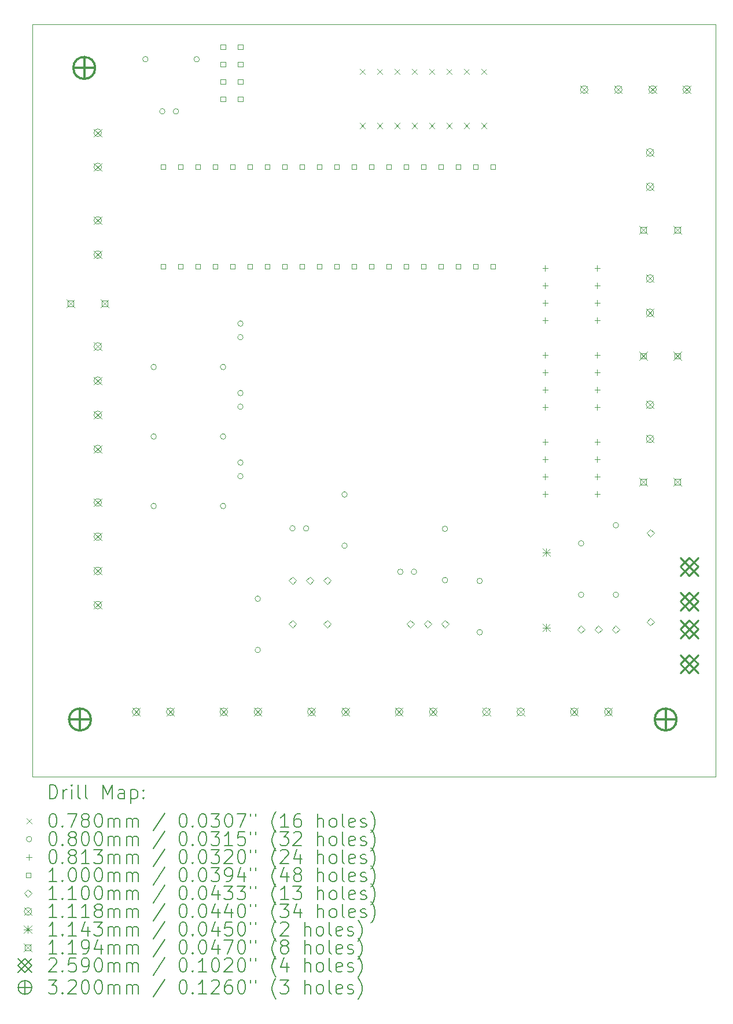
<source format=gbr>
%TF.GenerationSoftware,KiCad,Pcbnew,7.0.9*%
%TF.CreationDate,2024-01-09T16:01:35+02:00*%
%TF.ProjectId,kikad_project,6b696b61-645f-4707-926f-6a6563742e6b,rev?*%
%TF.SameCoordinates,Original*%
%TF.FileFunction,Drillmap*%
%TF.FilePolarity,Positive*%
%FSLAX45Y45*%
G04 Gerber Fmt 4.5, Leading zero omitted, Abs format (unit mm)*
G04 Created by KiCad (PCBNEW 7.0.9) date 2024-01-09 16:01:35*
%MOMM*%
%LPD*%
G01*
G04 APERTURE LIST*
%ADD10C,0.100000*%
%ADD11C,0.200000*%
%ADD12C,0.110000*%
%ADD13C,0.111760*%
%ADD14C,0.114300*%
%ADD15C,0.119380*%
%ADD16C,0.259000*%
%ADD17C,0.320000*%
G04 APERTURE END LIST*
D10*
X0Y0D02*
X10000000Y0D01*
X10000000Y-11000000D01*
X0Y-11000000D01*
X0Y0D01*
D11*
D10*
X4793000Y-647000D02*
X4871000Y-725000D01*
X4871000Y-647000D02*
X4793000Y-725000D01*
X4793000Y-1441000D02*
X4871000Y-1519000D01*
X4871000Y-1441000D02*
X4793000Y-1519000D01*
X5047000Y-647000D02*
X5125000Y-725000D01*
X5125000Y-647000D02*
X5047000Y-725000D01*
X5047000Y-1441000D02*
X5125000Y-1519000D01*
X5125000Y-1441000D02*
X5047000Y-1519000D01*
X5301000Y-647000D02*
X5379000Y-725000D01*
X5379000Y-647000D02*
X5301000Y-725000D01*
X5301000Y-1441000D02*
X5379000Y-1519000D01*
X5379000Y-1441000D02*
X5301000Y-1519000D01*
X5555000Y-647000D02*
X5633000Y-725000D01*
X5633000Y-647000D02*
X5555000Y-725000D01*
X5555000Y-1441000D02*
X5633000Y-1519000D01*
X5633000Y-1441000D02*
X5555000Y-1519000D01*
X5809000Y-647000D02*
X5887000Y-725000D01*
X5887000Y-647000D02*
X5809000Y-725000D01*
X5809000Y-1441000D02*
X5887000Y-1519000D01*
X5887000Y-1441000D02*
X5809000Y-1519000D01*
X6063000Y-647000D02*
X6141000Y-725000D01*
X6141000Y-647000D02*
X6063000Y-725000D01*
X6063000Y-1441000D02*
X6141000Y-1519000D01*
X6141000Y-1441000D02*
X6063000Y-1519000D01*
X6317000Y-647000D02*
X6395000Y-725000D01*
X6395000Y-647000D02*
X6317000Y-725000D01*
X6317000Y-1441000D02*
X6395000Y-1519000D01*
X6395000Y-1441000D02*
X6317000Y-1519000D01*
X6571000Y-647000D02*
X6649000Y-725000D01*
X6649000Y-647000D02*
X6571000Y-725000D01*
X6571000Y-1441000D02*
X6649000Y-1519000D01*
X6649000Y-1441000D02*
X6571000Y-1519000D01*
X1697000Y-508000D02*
G75*
G03*
X1697000Y-508000I-40000J0D01*
G01*
X1818000Y-5007000D02*
G75*
G03*
X1818000Y-5007000I-40000J0D01*
G01*
X1818000Y-6023000D02*
G75*
G03*
X1818000Y-6023000I-40000J0D01*
G01*
X1818000Y-7039000D02*
G75*
G03*
X1818000Y-7039000I-40000J0D01*
G01*
X1945000Y-1270000D02*
G75*
G03*
X1945000Y-1270000I-40000J0D01*
G01*
X2145000Y-1270000D02*
G75*
G03*
X2145000Y-1270000I-40000J0D01*
G01*
X2447000Y-508000D02*
G75*
G03*
X2447000Y-508000I-40000J0D01*
G01*
X2834000Y-5007000D02*
G75*
G03*
X2834000Y-5007000I-40000J0D01*
G01*
X2834000Y-6023000D02*
G75*
G03*
X2834000Y-6023000I-40000J0D01*
G01*
X2834000Y-7039000D02*
G75*
G03*
X2834000Y-7039000I-40000J0D01*
G01*
X3088000Y-4372000D02*
G75*
G03*
X3088000Y-4372000I-40000J0D01*
G01*
X3088000Y-4572000D02*
G75*
G03*
X3088000Y-4572000I-40000J0D01*
G01*
X3088000Y-5388000D02*
G75*
G03*
X3088000Y-5388000I-40000J0D01*
G01*
X3088000Y-5588000D02*
G75*
G03*
X3088000Y-5588000I-40000J0D01*
G01*
X3088000Y-6404000D02*
G75*
G03*
X3088000Y-6404000I-40000J0D01*
G01*
X3088000Y-6604000D02*
G75*
G03*
X3088000Y-6604000I-40000J0D01*
G01*
X3342000Y-8394000D02*
G75*
G03*
X3342000Y-8394000I-40000J0D01*
G01*
X3342000Y-9144000D02*
G75*
G03*
X3342000Y-9144000I-40000J0D01*
G01*
X3850000Y-7366000D02*
G75*
G03*
X3850000Y-7366000I-40000J0D01*
G01*
X4050000Y-7366000D02*
G75*
G03*
X4050000Y-7366000I-40000J0D01*
G01*
X4612000Y-6870000D02*
G75*
G03*
X4612000Y-6870000I-40000J0D01*
G01*
X4612000Y-7620000D02*
G75*
G03*
X4612000Y-7620000I-40000J0D01*
G01*
X5428000Y-8001000D02*
G75*
G03*
X5428000Y-8001000I-40000J0D01*
G01*
X5628000Y-8001000D02*
G75*
G03*
X5628000Y-8001000I-40000J0D01*
G01*
X6082000Y-7372000D02*
G75*
G03*
X6082000Y-7372000I-40000J0D01*
G01*
X6082000Y-8122000D02*
G75*
G03*
X6082000Y-8122000I-40000J0D01*
G01*
X6590000Y-8134000D02*
G75*
G03*
X6590000Y-8134000I-40000J0D01*
G01*
X6590000Y-8884000D02*
G75*
G03*
X6590000Y-8884000I-40000J0D01*
G01*
X8074000Y-7586000D02*
G75*
G03*
X8074000Y-7586000I-40000J0D01*
G01*
X8074000Y-8336000D02*
G75*
G03*
X8074000Y-8336000I-40000J0D01*
G01*
X8582000Y-7320000D02*
G75*
G03*
X8582000Y-7320000I-40000J0D01*
G01*
X8582000Y-8336000D02*
G75*
G03*
X8582000Y-8336000I-40000J0D01*
G01*
X7509000Y-3519360D02*
X7509000Y-3600640D01*
X7468360Y-3560000D02*
X7549640Y-3560000D01*
X7509000Y-3773360D02*
X7509000Y-3854640D01*
X7468360Y-3814000D02*
X7549640Y-3814000D01*
X7509000Y-4027360D02*
X7509000Y-4108640D01*
X7468360Y-4068000D02*
X7549640Y-4068000D01*
X7509000Y-4281360D02*
X7509000Y-4362640D01*
X7468360Y-4322000D02*
X7549640Y-4322000D01*
X7509000Y-4789360D02*
X7509000Y-4870640D01*
X7468360Y-4830000D02*
X7549640Y-4830000D01*
X7509000Y-5043360D02*
X7509000Y-5124640D01*
X7468360Y-5084000D02*
X7549640Y-5084000D01*
X7509000Y-5297360D02*
X7509000Y-5378640D01*
X7468360Y-5338000D02*
X7549640Y-5338000D01*
X7509000Y-5551360D02*
X7509000Y-5632640D01*
X7468360Y-5592000D02*
X7549640Y-5592000D01*
X7509000Y-6059360D02*
X7509000Y-6140640D01*
X7468360Y-6100000D02*
X7549640Y-6100000D01*
X7509000Y-6313360D02*
X7509000Y-6394640D01*
X7468360Y-6354000D02*
X7549640Y-6354000D01*
X7509000Y-6567360D02*
X7509000Y-6648640D01*
X7468360Y-6608000D02*
X7549640Y-6608000D01*
X7509000Y-6821360D02*
X7509000Y-6902640D01*
X7468360Y-6862000D02*
X7549640Y-6862000D01*
X8271000Y-3519360D02*
X8271000Y-3600640D01*
X8230360Y-3560000D02*
X8311640Y-3560000D01*
X8271000Y-3773360D02*
X8271000Y-3854640D01*
X8230360Y-3814000D02*
X8311640Y-3814000D01*
X8271000Y-4027360D02*
X8271000Y-4108640D01*
X8230360Y-4068000D02*
X8311640Y-4068000D01*
X8271000Y-4281360D02*
X8271000Y-4362640D01*
X8230360Y-4322000D02*
X8311640Y-4322000D01*
X8271000Y-4789360D02*
X8271000Y-4870640D01*
X8230360Y-4830000D02*
X8311640Y-4830000D01*
X8271000Y-5043360D02*
X8271000Y-5124640D01*
X8230360Y-5084000D02*
X8311640Y-5084000D01*
X8271000Y-5297360D02*
X8271000Y-5378640D01*
X8230360Y-5338000D02*
X8311640Y-5338000D01*
X8271000Y-5551360D02*
X8271000Y-5632640D01*
X8230360Y-5592000D02*
X8311640Y-5592000D01*
X8271000Y-6059360D02*
X8271000Y-6140640D01*
X8230360Y-6100000D02*
X8311640Y-6100000D01*
X8271000Y-6313360D02*
X8271000Y-6394640D01*
X8230360Y-6354000D02*
X8311640Y-6354000D01*
X8271000Y-6567360D02*
X8271000Y-6648640D01*
X8230360Y-6608000D02*
X8311640Y-6608000D01*
X8271000Y-6821360D02*
X8271000Y-6902640D01*
X8230360Y-6862000D02*
X8311640Y-6862000D01*
X1952356Y-2116356D02*
X1952356Y-2045644D01*
X1881644Y-2045644D01*
X1881644Y-2116356D01*
X1952356Y-2116356D01*
X1952356Y-3573856D02*
X1952356Y-3503144D01*
X1881644Y-3503144D01*
X1881644Y-3573856D01*
X1952356Y-3573856D01*
X2206356Y-2116356D02*
X2206356Y-2045644D01*
X2135644Y-2045644D01*
X2135644Y-2116356D01*
X2206356Y-2116356D01*
X2206356Y-3573856D02*
X2206356Y-3503144D01*
X2135644Y-3503144D01*
X2135644Y-3573856D01*
X2206356Y-3573856D01*
X2460356Y-2116356D02*
X2460356Y-2045644D01*
X2389644Y-2045644D01*
X2389644Y-2116356D01*
X2460356Y-2116356D01*
X2460356Y-3573856D02*
X2460356Y-3503144D01*
X2389644Y-3503144D01*
X2389644Y-3573856D01*
X2460356Y-3573856D01*
X2714356Y-2116356D02*
X2714356Y-2045644D01*
X2643644Y-2045644D01*
X2643644Y-2116356D01*
X2714356Y-2116356D01*
X2714356Y-3573856D02*
X2714356Y-3503144D01*
X2643644Y-3503144D01*
X2643644Y-3573856D01*
X2714356Y-3573856D01*
X2829356Y-361856D02*
X2829356Y-291144D01*
X2758644Y-291144D01*
X2758644Y-361856D01*
X2829356Y-361856D01*
X2829356Y-615856D02*
X2829356Y-545144D01*
X2758644Y-545144D01*
X2758644Y-615856D01*
X2829356Y-615856D01*
X2829356Y-869856D02*
X2829356Y-799144D01*
X2758644Y-799144D01*
X2758644Y-869856D01*
X2829356Y-869856D01*
X2829356Y-1123856D02*
X2829356Y-1053144D01*
X2758644Y-1053144D01*
X2758644Y-1123856D01*
X2829356Y-1123856D01*
X2968356Y-2116356D02*
X2968356Y-2045644D01*
X2897644Y-2045644D01*
X2897644Y-2116356D01*
X2968356Y-2116356D01*
X2968356Y-3573856D02*
X2968356Y-3503144D01*
X2897644Y-3503144D01*
X2897644Y-3573856D01*
X2968356Y-3573856D01*
X3083356Y-361856D02*
X3083356Y-291144D01*
X3012644Y-291144D01*
X3012644Y-361856D01*
X3083356Y-361856D01*
X3083356Y-615856D02*
X3083356Y-545144D01*
X3012644Y-545144D01*
X3012644Y-615856D01*
X3083356Y-615856D01*
X3083356Y-869856D02*
X3083356Y-799144D01*
X3012644Y-799144D01*
X3012644Y-869856D01*
X3083356Y-869856D01*
X3083356Y-1123856D02*
X3083356Y-1053144D01*
X3012644Y-1053144D01*
X3012644Y-1123856D01*
X3083356Y-1123856D01*
X3222356Y-2116356D02*
X3222356Y-2045644D01*
X3151644Y-2045644D01*
X3151644Y-2116356D01*
X3222356Y-2116356D01*
X3222356Y-3573856D02*
X3222356Y-3503144D01*
X3151644Y-3503144D01*
X3151644Y-3573856D01*
X3222356Y-3573856D01*
X3476356Y-2116356D02*
X3476356Y-2045644D01*
X3405644Y-2045644D01*
X3405644Y-2116356D01*
X3476356Y-2116356D01*
X3476356Y-3573856D02*
X3476356Y-3503144D01*
X3405644Y-3503144D01*
X3405644Y-3573856D01*
X3476356Y-3573856D01*
X3730356Y-2116356D02*
X3730356Y-2045644D01*
X3659644Y-2045644D01*
X3659644Y-2116356D01*
X3730356Y-2116356D01*
X3730356Y-3573856D02*
X3730356Y-3503144D01*
X3659644Y-3503144D01*
X3659644Y-3573856D01*
X3730356Y-3573856D01*
X3984356Y-2116356D02*
X3984356Y-2045644D01*
X3913644Y-2045644D01*
X3913644Y-2116356D01*
X3984356Y-2116356D01*
X3984356Y-3573856D02*
X3984356Y-3503144D01*
X3913644Y-3503144D01*
X3913644Y-3573856D01*
X3984356Y-3573856D01*
X4238356Y-2116356D02*
X4238356Y-2045644D01*
X4167644Y-2045644D01*
X4167644Y-2116356D01*
X4238356Y-2116356D01*
X4238356Y-3573856D02*
X4238356Y-3503144D01*
X4167644Y-3503144D01*
X4167644Y-3573856D01*
X4238356Y-3573856D01*
X4492356Y-2116356D02*
X4492356Y-2045644D01*
X4421644Y-2045644D01*
X4421644Y-2116356D01*
X4492356Y-2116356D01*
X4492356Y-3573856D02*
X4492356Y-3503144D01*
X4421644Y-3503144D01*
X4421644Y-3573856D01*
X4492356Y-3573856D01*
X4746356Y-2116356D02*
X4746356Y-2045644D01*
X4675644Y-2045644D01*
X4675644Y-2116356D01*
X4746356Y-2116356D01*
X4746356Y-3573856D02*
X4746356Y-3503144D01*
X4675644Y-3503144D01*
X4675644Y-3573856D01*
X4746356Y-3573856D01*
X5000356Y-2116356D02*
X5000356Y-2045644D01*
X4929644Y-2045644D01*
X4929644Y-2116356D01*
X5000356Y-2116356D01*
X5000356Y-3573856D02*
X5000356Y-3503144D01*
X4929644Y-3503144D01*
X4929644Y-3573856D01*
X5000356Y-3573856D01*
X5254356Y-2116356D02*
X5254356Y-2045644D01*
X5183644Y-2045644D01*
X5183644Y-2116356D01*
X5254356Y-2116356D01*
X5254356Y-3573856D02*
X5254356Y-3503144D01*
X5183644Y-3503144D01*
X5183644Y-3573856D01*
X5254356Y-3573856D01*
X5508356Y-2116356D02*
X5508356Y-2045644D01*
X5437644Y-2045644D01*
X5437644Y-2116356D01*
X5508356Y-2116356D01*
X5508356Y-3573856D02*
X5508356Y-3503144D01*
X5437644Y-3503144D01*
X5437644Y-3573856D01*
X5508356Y-3573856D01*
X5762356Y-2116356D02*
X5762356Y-2045644D01*
X5691644Y-2045644D01*
X5691644Y-2116356D01*
X5762356Y-2116356D01*
X5762356Y-3573856D02*
X5762356Y-3503144D01*
X5691644Y-3503144D01*
X5691644Y-3573856D01*
X5762356Y-3573856D01*
X6016356Y-2116356D02*
X6016356Y-2045644D01*
X5945644Y-2045644D01*
X5945644Y-2116356D01*
X6016356Y-2116356D01*
X6016356Y-3573856D02*
X6016356Y-3503144D01*
X5945644Y-3503144D01*
X5945644Y-3573856D01*
X6016356Y-3573856D01*
X6270356Y-2116356D02*
X6270356Y-2045644D01*
X6199644Y-2045644D01*
X6199644Y-2116356D01*
X6270356Y-2116356D01*
X6270356Y-3573856D02*
X6270356Y-3503144D01*
X6199644Y-3503144D01*
X6199644Y-3573856D01*
X6270356Y-3573856D01*
X6524356Y-2116356D02*
X6524356Y-2045644D01*
X6453644Y-2045644D01*
X6453644Y-2116356D01*
X6524356Y-2116356D01*
X6524356Y-3573856D02*
X6524356Y-3503144D01*
X6453644Y-3503144D01*
X6453644Y-3573856D01*
X6524356Y-3573856D01*
X6778356Y-2116356D02*
X6778356Y-2045644D01*
X6707644Y-2045644D01*
X6707644Y-2116356D01*
X6778356Y-2116356D01*
X6778356Y-3573856D02*
X6778356Y-3503144D01*
X6707644Y-3503144D01*
X6707644Y-3573856D01*
X6778356Y-3573856D01*
D12*
X3810000Y-8183000D02*
X3865000Y-8128000D01*
X3810000Y-8073000D01*
X3755000Y-8128000D01*
X3810000Y-8183000D01*
X3810000Y-8818000D02*
X3865000Y-8763000D01*
X3810000Y-8708000D01*
X3755000Y-8763000D01*
X3810000Y-8818000D01*
X4064000Y-8183000D02*
X4119000Y-8128000D01*
X4064000Y-8073000D01*
X4009000Y-8128000D01*
X4064000Y-8183000D01*
X4318000Y-8183000D02*
X4373000Y-8128000D01*
X4318000Y-8073000D01*
X4263000Y-8128000D01*
X4318000Y-8183000D01*
X4318000Y-8818000D02*
X4373000Y-8763000D01*
X4318000Y-8708000D01*
X4263000Y-8763000D01*
X4318000Y-8818000D01*
X5534000Y-8818000D02*
X5589000Y-8763000D01*
X5534000Y-8708000D01*
X5479000Y-8763000D01*
X5534000Y-8818000D01*
X5788000Y-8818000D02*
X5843000Y-8763000D01*
X5788000Y-8708000D01*
X5733000Y-8763000D01*
X5788000Y-8818000D01*
X6042000Y-8818000D02*
X6097000Y-8763000D01*
X6042000Y-8708000D01*
X5987000Y-8763000D01*
X6042000Y-8818000D01*
X8034000Y-8899000D02*
X8089000Y-8844000D01*
X8034000Y-8789000D01*
X7979000Y-8844000D01*
X8034000Y-8899000D01*
X8288000Y-8899000D02*
X8343000Y-8844000D01*
X8288000Y-8789000D01*
X8233000Y-8844000D01*
X8288000Y-8899000D01*
X8542000Y-8899000D02*
X8597000Y-8844000D01*
X8542000Y-8789000D01*
X8487000Y-8844000D01*
X8542000Y-8899000D01*
X9050000Y-7487000D02*
X9105000Y-7432000D01*
X9050000Y-7377000D01*
X8995000Y-7432000D01*
X9050000Y-7487000D01*
X9050000Y-8787000D02*
X9105000Y-8732000D01*
X9050000Y-8677000D01*
X8995000Y-8732000D01*
X9050000Y-8787000D01*
D13*
X904120Y-1526120D02*
X1015880Y-1637880D01*
X1015880Y-1526120D02*
X904120Y-1637880D01*
X1015880Y-1582000D02*
G75*
G03*
X1015880Y-1582000I-55880J0D01*
G01*
X904120Y-2026120D02*
X1015880Y-2137880D01*
X1015880Y-2026120D02*
X904120Y-2137880D01*
X1015880Y-2082000D02*
G75*
G03*
X1015880Y-2082000I-55880J0D01*
G01*
X904120Y-2808120D02*
X1015880Y-2919880D01*
X1015880Y-2808120D02*
X904120Y-2919880D01*
X1015880Y-2864000D02*
G75*
G03*
X1015880Y-2864000I-55880J0D01*
G01*
X904120Y-3308120D02*
X1015880Y-3419880D01*
X1015880Y-3308120D02*
X904120Y-3419880D01*
X1015880Y-3364000D02*
G75*
G03*
X1015880Y-3364000I-55880J0D01*
G01*
X904120Y-4650120D02*
X1015880Y-4761880D01*
X1015880Y-4650120D02*
X904120Y-4761880D01*
X1015880Y-4706000D02*
G75*
G03*
X1015880Y-4706000I-55880J0D01*
G01*
X904120Y-5150120D02*
X1015880Y-5261880D01*
X1015880Y-5150120D02*
X904120Y-5261880D01*
X1015880Y-5206000D02*
G75*
G03*
X1015880Y-5206000I-55880J0D01*
G01*
X904120Y-5650120D02*
X1015880Y-5761880D01*
X1015880Y-5650120D02*
X904120Y-5761880D01*
X1015880Y-5706000D02*
G75*
G03*
X1015880Y-5706000I-55880J0D01*
G01*
X904120Y-6150120D02*
X1015880Y-6261880D01*
X1015880Y-6150120D02*
X904120Y-6261880D01*
X1015880Y-6206000D02*
G75*
G03*
X1015880Y-6206000I-55880J0D01*
G01*
X904120Y-6931120D02*
X1015880Y-7042880D01*
X1015880Y-6931120D02*
X904120Y-7042880D01*
X1015880Y-6987000D02*
G75*
G03*
X1015880Y-6987000I-55880J0D01*
G01*
X904120Y-7431120D02*
X1015880Y-7542880D01*
X1015880Y-7431120D02*
X904120Y-7542880D01*
X1015880Y-7487000D02*
G75*
G03*
X1015880Y-7487000I-55880J0D01*
G01*
X904120Y-7931120D02*
X1015880Y-8042880D01*
X1015880Y-7931120D02*
X904120Y-8042880D01*
X1015880Y-7987000D02*
G75*
G03*
X1015880Y-7987000I-55880J0D01*
G01*
X904120Y-8431120D02*
X1015880Y-8542880D01*
X1015880Y-8431120D02*
X904120Y-8542880D01*
X1015880Y-8487000D02*
G75*
G03*
X1015880Y-8487000I-55880J0D01*
G01*
X1465610Y-9992120D02*
X1577370Y-10103880D01*
X1577370Y-9992120D02*
X1465610Y-10103880D01*
X1577370Y-10048000D02*
G75*
G03*
X1577370Y-10048000I-55880J0D01*
G01*
X1965610Y-9992120D02*
X2077370Y-10103880D01*
X2077370Y-9992120D02*
X1965610Y-10103880D01*
X2077370Y-10048000D02*
G75*
G03*
X2077370Y-10048000I-55880J0D01*
G01*
X2747610Y-9992120D02*
X2859370Y-10103880D01*
X2859370Y-9992120D02*
X2747610Y-10103880D01*
X2859370Y-10048000D02*
G75*
G03*
X2859370Y-10048000I-55880J0D01*
G01*
X3247610Y-9992120D02*
X3359370Y-10103880D01*
X3359370Y-9992120D02*
X3247610Y-10103880D01*
X3359370Y-10048000D02*
G75*
G03*
X3359370Y-10048000I-55880J0D01*
G01*
X4029610Y-9992120D02*
X4141370Y-10103880D01*
X4141370Y-9992120D02*
X4029610Y-10103880D01*
X4141370Y-10048000D02*
G75*
G03*
X4141370Y-10048000I-55880J0D01*
G01*
X4529610Y-9992120D02*
X4641370Y-10103880D01*
X4641370Y-9992120D02*
X4529610Y-10103880D01*
X4641370Y-10048000D02*
G75*
G03*
X4641370Y-10048000I-55880J0D01*
G01*
X5312610Y-9992120D02*
X5424370Y-10103880D01*
X5424370Y-9992120D02*
X5312610Y-10103880D01*
X5424370Y-10048000D02*
G75*
G03*
X5424370Y-10048000I-55880J0D01*
G01*
X5812610Y-9992120D02*
X5924370Y-10103880D01*
X5924370Y-9992120D02*
X5812610Y-10103880D01*
X5924370Y-10048000D02*
G75*
G03*
X5924370Y-10048000I-55880J0D01*
G01*
X6593610Y-9992120D02*
X6705370Y-10103880D01*
X6705370Y-9992120D02*
X6593610Y-10103880D01*
X6705370Y-10048000D02*
G75*
G03*
X6705370Y-10048000I-55880J0D01*
G01*
X7093610Y-9992120D02*
X7205370Y-10103880D01*
X7205370Y-9992120D02*
X7093610Y-10103880D01*
X7205370Y-10048000D02*
G75*
G03*
X7205370Y-10048000I-55880J0D01*
G01*
X7876610Y-9992120D02*
X7988370Y-10103880D01*
X7988370Y-9992120D02*
X7876610Y-10103880D01*
X7988370Y-10048000D02*
G75*
G03*
X7988370Y-10048000I-55880J0D01*
G01*
X8023120Y-895120D02*
X8134880Y-1006880D01*
X8134880Y-895120D02*
X8023120Y-1006880D01*
X8134880Y-951000D02*
G75*
G03*
X8134880Y-951000I-55880J0D01*
G01*
X8376610Y-9992120D02*
X8488370Y-10103880D01*
X8488370Y-9992120D02*
X8376610Y-10103880D01*
X8488370Y-10048000D02*
G75*
G03*
X8488370Y-10048000I-55880J0D01*
G01*
X8523120Y-895120D02*
X8634880Y-1006880D01*
X8634880Y-895120D02*
X8523120Y-1006880D01*
X8634880Y-951000D02*
G75*
G03*
X8634880Y-951000I-55880J0D01*
G01*
X8986120Y-1814630D02*
X9097880Y-1926390D01*
X9097880Y-1814630D02*
X8986120Y-1926390D01*
X9097880Y-1870510D02*
G75*
G03*
X9097880Y-1870510I-55880J0D01*
G01*
X8986120Y-2314630D02*
X9097880Y-2426390D01*
X9097880Y-2314630D02*
X8986120Y-2426390D01*
X9097880Y-2370510D02*
G75*
G03*
X9097880Y-2370510I-55880J0D01*
G01*
X8986120Y-3657630D02*
X9097880Y-3769390D01*
X9097880Y-3657630D02*
X8986120Y-3769390D01*
X9097880Y-3713510D02*
G75*
G03*
X9097880Y-3713510I-55880J0D01*
G01*
X8986120Y-4157630D02*
X9097880Y-4269390D01*
X9097880Y-4157630D02*
X8986120Y-4269390D01*
X9097880Y-4213510D02*
G75*
G03*
X9097880Y-4213510I-55880J0D01*
G01*
X8986120Y-5501630D02*
X9097880Y-5613390D01*
X9097880Y-5501630D02*
X8986120Y-5613390D01*
X9097880Y-5557510D02*
G75*
G03*
X9097880Y-5557510I-55880J0D01*
G01*
X8986120Y-6001630D02*
X9097880Y-6113390D01*
X9097880Y-6001630D02*
X8986120Y-6113390D01*
X9097880Y-6057510D02*
G75*
G03*
X9097880Y-6057510I-55880J0D01*
G01*
X9023120Y-895120D02*
X9134880Y-1006880D01*
X9134880Y-895120D02*
X9023120Y-1006880D01*
X9134880Y-951000D02*
G75*
G03*
X9134880Y-951000I-55880J0D01*
G01*
X9523120Y-895120D02*
X9634880Y-1006880D01*
X9634880Y-895120D02*
X9523120Y-1006880D01*
X9634880Y-951000D02*
G75*
G03*
X9634880Y-951000I-55880J0D01*
G01*
D14*
X7468850Y-7659090D02*
X7583150Y-7773390D01*
X7583150Y-7659090D02*
X7468850Y-7773390D01*
X7526000Y-7659090D02*
X7526000Y-7773390D01*
X7468850Y-7716240D02*
X7583150Y-7716240D01*
X7468850Y-8758910D02*
X7583150Y-8873210D01*
X7583150Y-8758910D02*
X7468850Y-8873210D01*
X7526000Y-8758910D02*
X7526000Y-8873210D01*
X7468850Y-8816060D02*
X7583150Y-8816060D01*
D15*
X500310Y-4015310D02*
X619690Y-4134690D01*
X619690Y-4015310D02*
X500310Y-4134690D01*
X602208Y-4117207D02*
X602208Y-4032792D01*
X517792Y-4032792D01*
X517792Y-4117207D01*
X602208Y-4117207D01*
X1000310Y-4015310D02*
X1119690Y-4134690D01*
X1119690Y-4015310D02*
X1000310Y-4134690D01*
X1102208Y-4117207D02*
X1102208Y-4032792D01*
X1017792Y-4032792D01*
X1017792Y-4117207D01*
X1102208Y-4117207D01*
X8882310Y-2941310D02*
X9001690Y-3060690D01*
X9001690Y-2941310D02*
X8882310Y-3060690D01*
X8984208Y-3043208D02*
X8984208Y-2958792D01*
X8899792Y-2958792D01*
X8899792Y-3043208D01*
X8984208Y-3043208D01*
X8882310Y-4785310D02*
X9001690Y-4904690D01*
X9001690Y-4785310D02*
X8882310Y-4904690D01*
X8984208Y-4887208D02*
X8984208Y-4802792D01*
X8899792Y-4802792D01*
X8899792Y-4887208D01*
X8984208Y-4887208D01*
X8882310Y-6629310D02*
X9001690Y-6748690D01*
X9001690Y-6629310D02*
X8882310Y-6748690D01*
X8984208Y-6731208D02*
X8984208Y-6646792D01*
X8899792Y-6646792D01*
X8899792Y-6731208D01*
X8984208Y-6731208D01*
X9382310Y-2941310D02*
X9501690Y-3060690D01*
X9501690Y-2941310D02*
X9382310Y-3060690D01*
X9484208Y-3043208D02*
X9484208Y-2958792D01*
X9399792Y-2958792D01*
X9399792Y-3043208D01*
X9484208Y-3043208D01*
X9382310Y-4785310D02*
X9501690Y-4904690D01*
X9501690Y-4785310D02*
X9382310Y-4904690D01*
X9484208Y-4887208D02*
X9484208Y-4802792D01*
X9399792Y-4802792D01*
X9399792Y-4887208D01*
X9484208Y-4887208D01*
X9382310Y-6629310D02*
X9501690Y-6748690D01*
X9501690Y-6629310D02*
X9382310Y-6748690D01*
X9484208Y-6731208D02*
X9484208Y-6646792D01*
X9399792Y-6646792D01*
X9399792Y-6731208D01*
X9484208Y-6731208D01*
D16*
X9485500Y-7795500D02*
X9744500Y-8054500D01*
X9744500Y-7795500D02*
X9485500Y-8054500D01*
X9615000Y-8054500D02*
X9744500Y-7925000D01*
X9615000Y-7795500D01*
X9485500Y-7925000D01*
X9615000Y-8054500D01*
X9485500Y-8303500D02*
X9744500Y-8562500D01*
X9744500Y-8303500D02*
X9485500Y-8562500D01*
X9615000Y-8562500D02*
X9744500Y-8433000D01*
X9615000Y-8303500D01*
X9485500Y-8433000D01*
X9615000Y-8562500D01*
X9485500Y-8709500D02*
X9744500Y-8968500D01*
X9744500Y-8709500D02*
X9485500Y-8968500D01*
X9615000Y-8968500D02*
X9744500Y-8839000D01*
X9615000Y-8709500D01*
X9485500Y-8839000D01*
X9615000Y-8968500D01*
X9485500Y-9217500D02*
X9744500Y-9476500D01*
X9744500Y-9217500D02*
X9485500Y-9476500D01*
X9615000Y-9476500D02*
X9744500Y-9347000D01*
X9615000Y-9217500D01*
X9485500Y-9347000D01*
X9615000Y-9476500D01*
D17*
X700000Y-10000000D02*
X700000Y-10320000D01*
X540000Y-10160000D02*
X860000Y-10160000D01*
X860000Y-10160000D02*
G75*
G03*
X860000Y-10160000I-160000J0D01*
G01*
X762000Y-475000D02*
X762000Y-795000D01*
X602000Y-635000D02*
X922000Y-635000D01*
X922000Y-635000D02*
G75*
G03*
X922000Y-635000I-160000J0D01*
G01*
X9271000Y-10000000D02*
X9271000Y-10320000D01*
X9111000Y-10160000D02*
X9431000Y-10160000D01*
X9431000Y-10160000D02*
G75*
G03*
X9431000Y-10160000I-160000J0D01*
G01*
D11*
X255777Y-11316484D02*
X255777Y-11116484D01*
X255777Y-11116484D02*
X303396Y-11116484D01*
X303396Y-11116484D02*
X331967Y-11126008D01*
X331967Y-11126008D02*
X351015Y-11145055D01*
X351015Y-11145055D02*
X360539Y-11164103D01*
X360539Y-11164103D02*
X370062Y-11202198D01*
X370062Y-11202198D02*
X370062Y-11230769D01*
X370062Y-11230769D02*
X360539Y-11268865D01*
X360539Y-11268865D02*
X351015Y-11287912D01*
X351015Y-11287912D02*
X331967Y-11306960D01*
X331967Y-11306960D02*
X303396Y-11316484D01*
X303396Y-11316484D02*
X255777Y-11316484D01*
X455777Y-11316484D02*
X455777Y-11183150D01*
X455777Y-11221246D02*
X465301Y-11202198D01*
X465301Y-11202198D02*
X474824Y-11192674D01*
X474824Y-11192674D02*
X493872Y-11183150D01*
X493872Y-11183150D02*
X512920Y-11183150D01*
X579586Y-11316484D02*
X579586Y-11183150D01*
X579586Y-11116484D02*
X570063Y-11126008D01*
X570063Y-11126008D02*
X579586Y-11135531D01*
X579586Y-11135531D02*
X589110Y-11126008D01*
X589110Y-11126008D02*
X579586Y-11116484D01*
X579586Y-11116484D02*
X579586Y-11135531D01*
X703396Y-11316484D02*
X684348Y-11306960D01*
X684348Y-11306960D02*
X674824Y-11287912D01*
X674824Y-11287912D02*
X674824Y-11116484D01*
X808158Y-11316484D02*
X789110Y-11306960D01*
X789110Y-11306960D02*
X779586Y-11287912D01*
X779586Y-11287912D02*
X779586Y-11116484D01*
X1036729Y-11316484D02*
X1036729Y-11116484D01*
X1036729Y-11116484D02*
X1103396Y-11259341D01*
X1103396Y-11259341D02*
X1170063Y-11116484D01*
X1170063Y-11116484D02*
X1170063Y-11316484D01*
X1351015Y-11316484D02*
X1351015Y-11211722D01*
X1351015Y-11211722D02*
X1341491Y-11192674D01*
X1341491Y-11192674D02*
X1322444Y-11183150D01*
X1322444Y-11183150D02*
X1284348Y-11183150D01*
X1284348Y-11183150D02*
X1265301Y-11192674D01*
X1351015Y-11306960D02*
X1331967Y-11316484D01*
X1331967Y-11316484D02*
X1284348Y-11316484D01*
X1284348Y-11316484D02*
X1265301Y-11306960D01*
X1265301Y-11306960D02*
X1255777Y-11287912D01*
X1255777Y-11287912D02*
X1255777Y-11268865D01*
X1255777Y-11268865D02*
X1265301Y-11249817D01*
X1265301Y-11249817D02*
X1284348Y-11240293D01*
X1284348Y-11240293D02*
X1331967Y-11240293D01*
X1331967Y-11240293D02*
X1351015Y-11230769D01*
X1446253Y-11183150D02*
X1446253Y-11383150D01*
X1446253Y-11192674D02*
X1465301Y-11183150D01*
X1465301Y-11183150D02*
X1503396Y-11183150D01*
X1503396Y-11183150D02*
X1522443Y-11192674D01*
X1522443Y-11192674D02*
X1531967Y-11202198D01*
X1531967Y-11202198D02*
X1541491Y-11221246D01*
X1541491Y-11221246D02*
X1541491Y-11278388D01*
X1541491Y-11278388D02*
X1531967Y-11297436D01*
X1531967Y-11297436D02*
X1522443Y-11306960D01*
X1522443Y-11306960D02*
X1503396Y-11316484D01*
X1503396Y-11316484D02*
X1465301Y-11316484D01*
X1465301Y-11316484D02*
X1446253Y-11306960D01*
X1627205Y-11297436D02*
X1636729Y-11306960D01*
X1636729Y-11306960D02*
X1627205Y-11316484D01*
X1627205Y-11316484D02*
X1617682Y-11306960D01*
X1617682Y-11306960D02*
X1627205Y-11297436D01*
X1627205Y-11297436D02*
X1627205Y-11316484D01*
X1627205Y-11192674D02*
X1636729Y-11202198D01*
X1636729Y-11202198D02*
X1627205Y-11211722D01*
X1627205Y-11211722D02*
X1617682Y-11202198D01*
X1617682Y-11202198D02*
X1627205Y-11192674D01*
X1627205Y-11192674D02*
X1627205Y-11211722D01*
D10*
X-83000Y-11606000D02*
X-5000Y-11684000D01*
X-5000Y-11606000D02*
X-83000Y-11684000D01*
D11*
X293872Y-11536484D02*
X312920Y-11536484D01*
X312920Y-11536484D02*
X331967Y-11546008D01*
X331967Y-11546008D02*
X341491Y-11555531D01*
X341491Y-11555531D02*
X351015Y-11574579D01*
X351015Y-11574579D02*
X360539Y-11612674D01*
X360539Y-11612674D02*
X360539Y-11660293D01*
X360539Y-11660293D02*
X351015Y-11698388D01*
X351015Y-11698388D02*
X341491Y-11717436D01*
X341491Y-11717436D02*
X331967Y-11726960D01*
X331967Y-11726960D02*
X312920Y-11736484D01*
X312920Y-11736484D02*
X293872Y-11736484D01*
X293872Y-11736484D02*
X274824Y-11726960D01*
X274824Y-11726960D02*
X265301Y-11717436D01*
X265301Y-11717436D02*
X255777Y-11698388D01*
X255777Y-11698388D02*
X246253Y-11660293D01*
X246253Y-11660293D02*
X246253Y-11612674D01*
X246253Y-11612674D02*
X255777Y-11574579D01*
X255777Y-11574579D02*
X265301Y-11555531D01*
X265301Y-11555531D02*
X274824Y-11546008D01*
X274824Y-11546008D02*
X293872Y-11536484D01*
X446253Y-11717436D02*
X455777Y-11726960D01*
X455777Y-11726960D02*
X446253Y-11736484D01*
X446253Y-11736484D02*
X436729Y-11726960D01*
X436729Y-11726960D02*
X446253Y-11717436D01*
X446253Y-11717436D02*
X446253Y-11736484D01*
X522443Y-11536484D02*
X655777Y-11536484D01*
X655777Y-11536484D02*
X570063Y-11736484D01*
X760539Y-11622198D02*
X741491Y-11612674D01*
X741491Y-11612674D02*
X731967Y-11603150D01*
X731967Y-11603150D02*
X722443Y-11584103D01*
X722443Y-11584103D02*
X722443Y-11574579D01*
X722443Y-11574579D02*
X731967Y-11555531D01*
X731967Y-11555531D02*
X741491Y-11546008D01*
X741491Y-11546008D02*
X760539Y-11536484D01*
X760539Y-11536484D02*
X798634Y-11536484D01*
X798634Y-11536484D02*
X817682Y-11546008D01*
X817682Y-11546008D02*
X827205Y-11555531D01*
X827205Y-11555531D02*
X836729Y-11574579D01*
X836729Y-11574579D02*
X836729Y-11584103D01*
X836729Y-11584103D02*
X827205Y-11603150D01*
X827205Y-11603150D02*
X817682Y-11612674D01*
X817682Y-11612674D02*
X798634Y-11622198D01*
X798634Y-11622198D02*
X760539Y-11622198D01*
X760539Y-11622198D02*
X741491Y-11631722D01*
X741491Y-11631722D02*
X731967Y-11641246D01*
X731967Y-11641246D02*
X722443Y-11660293D01*
X722443Y-11660293D02*
X722443Y-11698388D01*
X722443Y-11698388D02*
X731967Y-11717436D01*
X731967Y-11717436D02*
X741491Y-11726960D01*
X741491Y-11726960D02*
X760539Y-11736484D01*
X760539Y-11736484D02*
X798634Y-11736484D01*
X798634Y-11736484D02*
X817682Y-11726960D01*
X817682Y-11726960D02*
X827205Y-11717436D01*
X827205Y-11717436D02*
X836729Y-11698388D01*
X836729Y-11698388D02*
X836729Y-11660293D01*
X836729Y-11660293D02*
X827205Y-11641246D01*
X827205Y-11641246D02*
X817682Y-11631722D01*
X817682Y-11631722D02*
X798634Y-11622198D01*
X960539Y-11536484D02*
X979586Y-11536484D01*
X979586Y-11536484D02*
X998634Y-11546008D01*
X998634Y-11546008D02*
X1008158Y-11555531D01*
X1008158Y-11555531D02*
X1017682Y-11574579D01*
X1017682Y-11574579D02*
X1027205Y-11612674D01*
X1027205Y-11612674D02*
X1027205Y-11660293D01*
X1027205Y-11660293D02*
X1017682Y-11698388D01*
X1017682Y-11698388D02*
X1008158Y-11717436D01*
X1008158Y-11717436D02*
X998634Y-11726960D01*
X998634Y-11726960D02*
X979586Y-11736484D01*
X979586Y-11736484D02*
X960539Y-11736484D01*
X960539Y-11736484D02*
X941491Y-11726960D01*
X941491Y-11726960D02*
X931967Y-11717436D01*
X931967Y-11717436D02*
X922443Y-11698388D01*
X922443Y-11698388D02*
X912920Y-11660293D01*
X912920Y-11660293D02*
X912920Y-11612674D01*
X912920Y-11612674D02*
X922443Y-11574579D01*
X922443Y-11574579D02*
X931967Y-11555531D01*
X931967Y-11555531D02*
X941491Y-11546008D01*
X941491Y-11546008D02*
X960539Y-11536484D01*
X1112920Y-11736484D02*
X1112920Y-11603150D01*
X1112920Y-11622198D02*
X1122444Y-11612674D01*
X1122444Y-11612674D02*
X1141491Y-11603150D01*
X1141491Y-11603150D02*
X1170063Y-11603150D01*
X1170063Y-11603150D02*
X1189110Y-11612674D01*
X1189110Y-11612674D02*
X1198634Y-11631722D01*
X1198634Y-11631722D02*
X1198634Y-11736484D01*
X1198634Y-11631722D02*
X1208158Y-11612674D01*
X1208158Y-11612674D02*
X1227205Y-11603150D01*
X1227205Y-11603150D02*
X1255777Y-11603150D01*
X1255777Y-11603150D02*
X1274825Y-11612674D01*
X1274825Y-11612674D02*
X1284348Y-11631722D01*
X1284348Y-11631722D02*
X1284348Y-11736484D01*
X1379586Y-11736484D02*
X1379586Y-11603150D01*
X1379586Y-11622198D02*
X1389110Y-11612674D01*
X1389110Y-11612674D02*
X1408158Y-11603150D01*
X1408158Y-11603150D02*
X1436729Y-11603150D01*
X1436729Y-11603150D02*
X1455777Y-11612674D01*
X1455777Y-11612674D02*
X1465301Y-11631722D01*
X1465301Y-11631722D02*
X1465301Y-11736484D01*
X1465301Y-11631722D02*
X1474824Y-11612674D01*
X1474824Y-11612674D02*
X1493872Y-11603150D01*
X1493872Y-11603150D02*
X1522443Y-11603150D01*
X1522443Y-11603150D02*
X1541491Y-11612674D01*
X1541491Y-11612674D02*
X1551015Y-11631722D01*
X1551015Y-11631722D02*
X1551015Y-11736484D01*
X1941491Y-11526960D02*
X1770063Y-11784103D01*
X2198634Y-11536484D02*
X2217682Y-11536484D01*
X2217682Y-11536484D02*
X2236729Y-11546008D01*
X2236729Y-11546008D02*
X2246253Y-11555531D01*
X2246253Y-11555531D02*
X2255777Y-11574579D01*
X2255777Y-11574579D02*
X2265301Y-11612674D01*
X2265301Y-11612674D02*
X2265301Y-11660293D01*
X2265301Y-11660293D02*
X2255777Y-11698388D01*
X2255777Y-11698388D02*
X2246253Y-11717436D01*
X2246253Y-11717436D02*
X2236729Y-11726960D01*
X2236729Y-11726960D02*
X2217682Y-11736484D01*
X2217682Y-11736484D02*
X2198634Y-11736484D01*
X2198634Y-11736484D02*
X2179587Y-11726960D01*
X2179587Y-11726960D02*
X2170063Y-11717436D01*
X2170063Y-11717436D02*
X2160539Y-11698388D01*
X2160539Y-11698388D02*
X2151015Y-11660293D01*
X2151015Y-11660293D02*
X2151015Y-11612674D01*
X2151015Y-11612674D02*
X2160539Y-11574579D01*
X2160539Y-11574579D02*
X2170063Y-11555531D01*
X2170063Y-11555531D02*
X2179587Y-11546008D01*
X2179587Y-11546008D02*
X2198634Y-11536484D01*
X2351015Y-11717436D02*
X2360539Y-11726960D01*
X2360539Y-11726960D02*
X2351015Y-11736484D01*
X2351015Y-11736484D02*
X2341491Y-11726960D01*
X2341491Y-11726960D02*
X2351015Y-11717436D01*
X2351015Y-11717436D02*
X2351015Y-11736484D01*
X2484348Y-11536484D02*
X2503396Y-11536484D01*
X2503396Y-11536484D02*
X2522444Y-11546008D01*
X2522444Y-11546008D02*
X2531968Y-11555531D01*
X2531968Y-11555531D02*
X2541491Y-11574579D01*
X2541491Y-11574579D02*
X2551015Y-11612674D01*
X2551015Y-11612674D02*
X2551015Y-11660293D01*
X2551015Y-11660293D02*
X2541491Y-11698388D01*
X2541491Y-11698388D02*
X2531968Y-11717436D01*
X2531968Y-11717436D02*
X2522444Y-11726960D01*
X2522444Y-11726960D02*
X2503396Y-11736484D01*
X2503396Y-11736484D02*
X2484348Y-11736484D01*
X2484348Y-11736484D02*
X2465301Y-11726960D01*
X2465301Y-11726960D02*
X2455777Y-11717436D01*
X2455777Y-11717436D02*
X2446253Y-11698388D01*
X2446253Y-11698388D02*
X2436729Y-11660293D01*
X2436729Y-11660293D02*
X2436729Y-11612674D01*
X2436729Y-11612674D02*
X2446253Y-11574579D01*
X2446253Y-11574579D02*
X2455777Y-11555531D01*
X2455777Y-11555531D02*
X2465301Y-11546008D01*
X2465301Y-11546008D02*
X2484348Y-11536484D01*
X2617682Y-11536484D02*
X2741491Y-11536484D01*
X2741491Y-11536484D02*
X2674825Y-11612674D01*
X2674825Y-11612674D02*
X2703396Y-11612674D01*
X2703396Y-11612674D02*
X2722444Y-11622198D01*
X2722444Y-11622198D02*
X2731968Y-11631722D01*
X2731968Y-11631722D02*
X2741491Y-11650769D01*
X2741491Y-11650769D02*
X2741491Y-11698388D01*
X2741491Y-11698388D02*
X2731968Y-11717436D01*
X2731968Y-11717436D02*
X2722444Y-11726960D01*
X2722444Y-11726960D02*
X2703396Y-11736484D01*
X2703396Y-11736484D02*
X2646253Y-11736484D01*
X2646253Y-11736484D02*
X2627206Y-11726960D01*
X2627206Y-11726960D02*
X2617682Y-11717436D01*
X2865301Y-11536484D02*
X2884348Y-11536484D01*
X2884348Y-11536484D02*
X2903396Y-11546008D01*
X2903396Y-11546008D02*
X2912920Y-11555531D01*
X2912920Y-11555531D02*
X2922444Y-11574579D01*
X2922444Y-11574579D02*
X2931967Y-11612674D01*
X2931967Y-11612674D02*
X2931967Y-11660293D01*
X2931967Y-11660293D02*
X2922444Y-11698388D01*
X2922444Y-11698388D02*
X2912920Y-11717436D01*
X2912920Y-11717436D02*
X2903396Y-11726960D01*
X2903396Y-11726960D02*
X2884348Y-11736484D01*
X2884348Y-11736484D02*
X2865301Y-11736484D01*
X2865301Y-11736484D02*
X2846253Y-11726960D01*
X2846253Y-11726960D02*
X2836729Y-11717436D01*
X2836729Y-11717436D02*
X2827206Y-11698388D01*
X2827206Y-11698388D02*
X2817682Y-11660293D01*
X2817682Y-11660293D02*
X2817682Y-11612674D01*
X2817682Y-11612674D02*
X2827206Y-11574579D01*
X2827206Y-11574579D02*
X2836729Y-11555531D01*
X2836729Y-11555531D02*
X2846253Y-11546008D01*
X2846253Y-11546008D02*
X2865301Y-11536484D01*
X2998634Y-11536484D02*
X3131967Y-11536484D01*
X3131967Y-11536484D02*
X3046253Y-11736484D01*
X3198634Y-11536484D02*
X3198634Y-11574579D01*
X3274825Y-11536484D02*
X3274825Y-11574579D01*
X3570063Y-11812674D02*
X3560539Y-11803150D01*
X3560539Y-11803150D02*
X3541491Y-11774579D01*
X3541491Y-11774579D02*
X3531968Y-11755531D01*
X3531968Y-11755531D02*
X3522444Y-11726960D01*
X3522444Y-11726960D02*
X3512920Y-11679341D01*
X3512920Y-11679341D02*
X3512920Y-11641246D01*
X3512920Y-11641246D02*
X3522444Y-11593627D01*
X3522444Y-11593627D02*
X3531968Y-11565055D01*
X3531968Y-11565055D02*
X3541491Y-11546008D01*
X3541491Y-11546008D02*
X3560539Y-11517436D01*
X3560539Y-11517436D02*
X3570063Y-11507912D01*
X3751015Y-11736484D02*
X3636729Y-11736484D01*
X3693872Y-11736484D02*
X3693872Y-11536484D01*
X3693872Y-11536484D02*
X3674825Y-11565055D01*
X3674825Y-11565055D02*
X3655777Y-11584103D01*
X3655777Y-11584103D02*
X3636729Y-11593627D01*
X3922444Y-11536484D02*
X3884348Y-11536484D01*
X3884348Y-11536484D02*
X3865301Y-11546008D01*
X3865301Y-11546008D02*
X3855777Y-11555531D01*
X3855777Y-11555531D02*
X3836729Y-11584103D01*
X3836729Y-11584103D02*
X3827206Y-11622198D01*
X3827206Y-11622198D02*
X3827206Y-11698388D01*
X3827206Y-11698388D02*
X3836729Y-11717436D01*
X3836729Y-11717436D02*
X3846253Y-11726960D01*
X3846253Y-11726960D02*
X3865301Y-11736484D01*
X3865301Y-11736484D02*
X3903396Y-11736484D01*
X3903396Y-11736484D02*
X3922444Y-11726960D01*
X3922444Y-11726960D02*
X3931968Y-11717436D01*
X3931968Y-11717436D02*
X3941491Y-11698388D01*
X3941491Y-11698388D02*
X3941491Y-11650769D01*
X3941491Y-11650769D02*
X3931968Y-11631722D01*
X3931968Y-11631722D02*
X3922444Y-11622198D01*
X3922444Y-11622198D02*
X3903396Y-11612674D01*
X3903396Y-11612674D02*
X3865301Y-11612674D01*
X3865301Y-11612674D02*
X3846253Y-11622198D01*
X3846253Y-11622198D02*
X3836729Y-11631722D01*
X3836729Y-11631722D02*
X3827206Y-11650769D01*
X4179587Y-11736484D02*
X4179587Y-11536484D01*
X4265301Y-11736484D02*
X4265301Y-11631722D01*
X4265301Y-11631722D02*
X4255777Y-11612674D01*
X4255777Y-11612674D02*
X4236730Y-11603150D01*
X4236730Y-11603150D02*
X4208158Y-11603150D01*
X4208158Y-11603150D02*
X4189110Y-11612674D01*
X4189110Y-11612674D02*
X4179587Y-11622198D01*
X4389111Y-11736484D02*
X4370063Y-11726960D01*
X4370063Y-11726960D02*
X4360539Y-11717436D01*
X4360539Y-11717436D02*
X4351015Y-11698388D01*
X4351015Y-11698388D02*
X4351015Y-11641246D01*
X4351015Y-11641246D02*
X4360539Y-11622198D01*
X4360539Y-11622198D02*
X4370063Y-11612674D01*
X4370063Y-11612674D02*
X4389111Y-11603150D01*
X4389111Y-11603150D02*
X4417682Y-11603150D01*
X4417682Y-11603150D02*
X4436730Y-11612674D01*
X4436730Y-11612674D02*
X4446253Y-11622198D01*
X4446253Y-11622198D02*
X4455777Y-11641246D01*
X4455777Y-11641246D02*
X4455777Y-11698388D01*
X4455777Y-11698388D02*
X4446253Y-11717436D01*
X4446253Y-11717436D02*
X4436730Y-11726960D01*
X4436730Y-11726960D02*
X4417682Y-11736484D01*
X4417682Y-11736484D02*
X4389111Y-11736484D01*
X4570063Y-11736484D02*
X4551015Y-11726960D01*
X4551015Y-11726960D02*
X4541492Y-11707912D01*
X4541492Y-11707912D02*
X4541492Y-11536484D01*
X4722444Y-11726960D02*
X4703396Y-11736484D01*
X4703396Y-11736484D02*
X4665301Y-11736484D01*
X4665301Y-11736484D02*
X4646253Y-11726960D01*
X4646253Y-11726960D02*
X4636730Y-11707912D01*
X4636730Y-11707912D02*
X4636730Y-11631722D01*
X4636730Y-11631722D02*
X4646253Y-11612674D01*
X4646253Y-11612674D02*
X4665301Y-11603150D01*
X4665301Y-11603150D02*
X4703396Y-11603150D01*
X4703396Y-11603150D02*
X4722444Y-11612674D01*
X4722444Y-11612674D02*
X4731968Y-11631722D01*
X4731968Y-11631722D02*
X4731968Y-11650769D01*
X4731968Y-11650769D02*
X4636730Y-11669817D01*
X4808158Y-11726960D02*
X4827206Y-11736484D01*
X4827206Y-11736484D02*
X4865301Y-11736484D01*
X4865301Y-11736484D02*
X4884349Y-11726960D01*
X4884349Y-11726960D02*
X4893873Y-11707912D01*
X4893873Y-11707912D02*
X4893873Y-11698388D01*
X4893873Y-11698388D02*
X4884349Y-11679341D01*
X4884349Y-11679341D02*
X4865301Y-11669817D01*
X4865301Y-11669817D02*
X4836730Y-11669817D01*
X4836730Y-11669817D02*
X4817682Y-11660293D01*
X4817682Y-11660293D02*
X4808158Y-11641246D01*
X4808158Y-11641246D02*
X4808158Y-11631722D01*
X4808158Y-11631722D02*
X4817682Y-11612674D01*
X4817682Y-11612674D02*
X4836730Y-11603150D01*
X4836730Y-11603150D02*
X4865301Y-11603150D01*
X4865301Y-11603150D02*
X4884349Y-11612674D01*
X4960539Y-11812674D02*
X4970063Y-11803150D01*
X4970063Y-11803150D02*
X4989111Y-11774579D01*
X4989111Y-11774579D02*
X4998634Y-11755531D01*
X4998634Y-11755531D02*
X5008158Y-11726960D01*
X5008158Y-11726960D02*
X5017682Y-11679341D01*
X5017682Y-11679341D02*
X5017682Y-11641246D01*
X5017682Y-11641246D02*
X5008158Y-11593627D01*
X5008158Y-11593627D02*
X4998634Y-11565055D01*
X4998634Y-11565055D02*
X4989111Y-11546008D01*
X4989111Y-11546008D02*
X4970063Y-11517436D01*
X4970063Y-11517436D02*
X4960539Y-11507912D01*
D10*
X-5000Y-11909000D02*
G75*
G03*
X-5000Y-11909000I-40000J0D01*
G01*
D11*
X293872Y-11800484D02*
X312920Y-11800484D01*
X312920Y-11800484D02*
X331967Y-11810008D01*
X331967Y-11810008D02*
X341491Y-11819531D01*
X341491Y-11819531D02*
X351015Y-11838579D01*
X351015Y-11838579D02*
X360539Y-11876674D01*
X360539Y-11876674D02*
X360539Y-11924293D01*
X360539Y-11924293D02*
X351015Y-11962388D01*
X351015Y-11962388D02*
X341491Y-11981436D01*
X341491Y-11981436D02*
X331967Y-11990960D01*
X331967Y-11990960D02*
X312920Y-12000484D01*
X312920Y-12000484D02*
X293872Y-12000484D01*
X293872Y-12000484D02*
X274824Y-11990960D01*
X274824Y-11990960D02*
X265301Y-11981436D01*
X265301Y-11981436D02*
X255777Y-11962388D01*
X255777Y-11962388D02*
X246253Y-11924293D01*
X246253Y-11924293D02*
X246253Y-11876674D01*
X246253Y-11876674D02*
X255777Y-11838579D01*
X255777Y-11838579D02*
X265301Y-11819531D01*
X265301Y-11819531D02*
X274824Y-11810008D01*
X274824Y-11810008D02*
X293872Y-11800484D01*
X446253Y-11981436D02*
X455777Y-11990960D01*
X455777Y-11990960D02*
X446253Y-12000484D01*
X446253Y-12000484D02*
X436729Y-11990960D01*
X436729Y-11990960D02*
X446253Y-11981436D01*
X446253Y-11981436D02*
X446253Y-12000484D01*
X570063Y-11886198D02*
X551015Y-11876674D01*
X551015Y-11876674D02*
X541491Y-11867150D01*
X541491Y-11867150D02*
X531967Y-11848103D01*
X531967Y-11848103D02*
X531967Y-11838579D01*
X531967Y-11838579D02*
X541491Y-11819531D01*
X541491Y-11819531D02*
X551015Y-11810008D01*
X551015Y-11810008D02*
X570063Y-11800484D01*
X570063Y-11800484D02*
X608158Y-11800484D01*
X608158Y-11800484D02*
X627205Y-11810008D01*
X627205Y-11810008D02*
X636729Y-11819531D01*
X636729Y-11819531D02*
X646253Y-11838579D01*
X646253Y-11838579D02*
X646253Y-11848103D01*
X646253Y-11848103D02*
X636729Y-11867150D01*
X636729Y-11867150D02*
X627205Y-11876674D01*
X627205Y-11876674D02*
X608158Y-11886198D01*
X608158Y-11886198D02*
X570063Y-11886198D01*
X570063Y-11886198D02*
X551015Y-11895722D01*
X551015Y-11895722D02*
X541491Y-11905246D01*
X541491Y-11905246D02*
X531967Y-11924293D01*
X531967Y-11924293D02*
X531967Y-11962388D01*
X531967Y-11962388D02*
X541491Y-11981436D01*
X541491Y-11981436D02*
X551015Y-11990960D01*
X551015Y-11990960D02*
X570063Y-12000484D01*
X570063Y-12000484D02*
X608158Y-12000484D01*
X608158Y-12000484D02*
X627205Y-11990960D01*
X627205Y-11990960D02*
X636729Y-11981436D01*
X636729Y-11981436D02*
X646253Y-11962388D01*
X646253Y-11962388D02*
X646253Y-11924293D01*
X646253Y-11924293D02*
X636729Y-11905246D01*
X636729Y-11905246D02*
X627205Y-11895722D01*
X627205Y-11895722D02*
X608158Y-11886198D01*
X770062Y-11800484D02*
X789110Y-11800484D01*
X789110Y-11800484D02*
X808158Y-11810008D01*
X808158Y-11810008D02*
X817682Y-11819531D01*
X817682Y-11819531D02*
X827205Y-11838579D01*
X827205Y-11838579D02*
X836729Y-11876674D01*
X836729Y-11876674D02*
X836729Y-11924293D01*
X836729Y-11924293D02*
X827205Y-11962388D01*
X827205Y-11962388D02*
X817682Y-11981436D01*
X817682Y-11981436D02*
X808158Y-11990960D01*
X808158Y-11990960D02*
X789110Y-12000484D01*
X789110Y-12000484D02*
X770062Y-12000484D01*
X770062Y-12000484D02*
X751015Y-11990960D01*
X751015Y-11990960D02*
X741491Y-11981436D01*
X741491Y-11981436D02*
X731967Y-11962388D01*
X731967Y-11962388D02*
X722443Y-11924293D01*
X722443Y-11924293D02*
X722443Y-11876674D01*
X722443Y-11876674D02*
X731967Y-11838579D01*
X731967Y-11838579D02*
X741491Y-11819531D01*
X741491Y-11819531D02*
X751015Y-11810008D01*
X751015Y-11810008D02*
X770062Y-11800484D01*
X960539Y-11800484D02*
X979586Y-11800484D01*
X979586Y-11800484D02*
X998634Y-11810008D01*
X998634Y-11810008D02*
X1008158Y-11819531D01*
X1008158Y-11819531D02*
X1017682Y-11838579D01*
X1017682Y-11838579D02*
X1027205Y-11876674D01*
X1027205Y-11876674D02*
X1027205Y-11924293D01*
X1027205Y-11924293D02*
X1017682Y-11962388D01*
X1017682Y-11962388D02*
X1008158Y-11981436D01*
X1008158Y-11981436D02*
X998634Y-11990960D01*
X998634Y-11990960D02*
X979586Y-12000484D01*
X979586Y-12000484D02*
X960539Y-12000484D01*
X960539Y-12000484D02*
X941491Y-11990960D01*
X941491Y-11990960D02*
X931967Y-11981436D01*
X931967Y-11981436D02*
X922443Y-11962388D01*
X922443Y-11962388D02*
X912920Y-11924293D01*
X912920Y-11924293D02*
X912920Y-11876674D01*
X912920Y-11876674D02*
X922443Y-11838579D01*
X922443Y-11838579D02*
X931967Y-11819531D01*
X931967Y-11819531D02*
X941491Y-11810008D01*
X941491Y-11810008D02*
X960539Y-11800484D01*
X1112920Y-12000484D02*
X1112920Y-11867150D01*
X1112920Y-11886198D02*
X1122444Y-11876674D01*
X1122444Y-11876674D02*
X1141491Y-11867150D01*
X1141491Y-11867150D02*
X1170063Y-11867150D01*
X1170063Y-11867150D02*
X1189110Y-11876674D01*
X1189110Y-11876674D02*
X1198634Y-11895722D01*
X1198634Y-11895722D02*
X1198634Y-12000484D01*
X1198634Y-11895722D02*
X1208158Y-11876674D01*
X1208158Y-11876674D02*
X1227205Y-11867150D01*
X1227205Y-11867150D02*
X1255777Y-11867150D01*
X1255777Y-11867150D02*
X1274825Y-11876674D01*
X1274825Y-11876674D02*
X1284348Y-11895722D01*
X1284348Y-11895722D02*
X1284348Y-12000484D01*
X1379586Y-12000484D02*
X1379586Y-11867150D01*
X1379586Y-11886198D02*
X1389110Y-11876674D01*
X1389110Y-11876674D02*
X1408158Y-11867150D01*
X1408158Y-11867150D02*
X1436729Y-11867150D01*
X1436729Y-11867150D02*
X1455777Y-11876674D01*
X1455777Y-11876674D02*
X1465301Y-11895722D01*
X1465301Y-11895722D02*
X1465301Y-12000484D01*
X1465301Y-11895722D02*
X1474824Y-11876674D01*
X1474824Y-11876674D02*
X1493872Y-11867150D01*
X1493872Y-11867150D02*
X1522443Y-11867150D01*
X1522443Y-11867150D02*
X1541491Y-11876674D01*
X1541491Y-11876674D02*
X1551015Y-11895722D01*
X1551015Y-11895722D02*
X1551015Y-12000484D01*
X1941491Y-11790960D02*
X1770063Y-12048103D01*
X2198634Y-11800484D02*
X2217682Y-11800484D01*
X2217682Y-11800484D02*
X2236729Y-11810008D01*
X2236729Y-11810008D02*
X2246253Y-11819531D01*
X2246253Y-11819531D02*
X2255777Y-11838579D01*
X2255777Y-11838579D02*
X2265301Y-11876674D01*
X2265301Y-11876674D02*
X2265301Y-11924293D01*
X2265301Y-11924293D02*
X2255777Y-11962388D01*
X2255777Y-11962388D02*
X2246253Y-11981436D01*
X2246253Y-11981436D02*
X2236729Y-11990960D01*
X2236729Y-11990960D02*
X2217682Y-12000484D01*
X2217682Y-12000484D02*
X2198634Y-12000484D01*
X2198634Y-12000484D02*
X2179587Y-11990960D01*
X2179587Y-11990960D02*
X2170063Y-11981436D01*
X2170063Y-11981436D02*
X2160539Y-11962388D01*
X2160539Y-11962388D02*
X2151015Y-11924293D01*
X2151015Y-11924293D02*
X2151015Y-11876674D01*
X2151015Y-11876674D02*
X2160539Y-11838579D01*
X2160539Y-11838579D02*
X2170063Y-11819531D01*
X2170063Y-11819531D02*
X2179587Y-11810008D01*
X2179587Y-11810008D02*
X2198634Y-11800484D01*
X2351015Y-11981436D02*
X2360539Y-11990960D01*
X2360539Y-11990960D02*
X2351015Y-12000484D01*
X2351015Y-12000484D02*
X2341491Y-11990960D01*
X2341491Y-11990960D02*
X2351015Y-11981436D01*
X2351015Y-11981436D02*
X2351015Y-12000484D01*
X2484348Y-11800484D02*
X2503396Y-11800484D01*
X2503396Y-11800484D02*
X2522444Y-11810008D01*
X2522444Y-11810008D02*
X2531968Y-11819531D01*
X2531968Y-11819531D02*
X2541491Y-11838579D01*
X2541491Y-11838579D02*
X2551015Y-11876674D01*
X2551015Y-11876674D02*
X2551015Y-11924293D01*
X2551015Y-11924293D02*
X2541491Y-11962388D01*
X2541491Y-11962388D02*
X2531968Y-11981436D01*
X2531968Y-11981436D02*
X2522444Y-11990960D01*
X2522444Y-11990960D02*
X2503396Y-12000484D01*
X2503396Y-12000484D02*
X2484348Y-12000484D01*
X2484348Y-12000484D02*
X2465301Y-11990960D01*
X2465301Y-11990960D02*
X2455777Y-11981436D01*
X2455777Y-11981436D02*
X2446253Y-11962388D01*
X2446253Y-11962388D02*
X2436729Y-11924293D01*
X2436729Y-11924293D02*
X2436729Y-11876674D01*
X2436729Y-11876674D02*
X2446253Y-11838579D01*
X2446253Y-11838579D02*
X2455777Y-11819531D01*
X2455777Y-11819531D02*
X2465301Y-11810008D01*
X2465301Y-11810008D02*
X2484348Y-11800484D01*
X2617682Y-11800484D02*
X2741491Y-11800484D01*
X2741491Y-11800484D02*
X2674825Y-11876674D01*
X2674825Y-11876674D02*
X2703396Y-11876674D01*
X2703396Y-11876674D02*
X2722444Y-11886198D01*
X2722444Y-11886198D02*
X2731968Y-11895722D01*
X2731968Y-11895722D02*
X2741491Y-11914769D01*
X2741491Y-11914769D02*
X2741491Y-11962388D01*
X2741491Y-11962388D02*
X2731968Y-11981436D01*
X2731968Y-11981436D02*
X2722444Y-11990960D01*
X2722444Y-11990960D02*
X2703396Y-12000484D01*
X2703396Y-12000484D02*
X2646253Y-12000484D01*
X2646253Y-12000484D02*
X2627206Y-11990960D01*
X2627206Y-11990960D02*
X2617682Y-11981436D01*
X2931967Y-12000484D02*
X2817682Y-12000484D01*
X2874825Y-12000484D02*
X2874825Y-11800484D01*
X2874825Y-11800484D02*
X2855777Y-11829055D01*
X2855777Y-11829055D02*
X2836729Y-11848103D01*
X2836729Y-11848103D02*
X2817682Y-11857627D01*
X3112920Y-11800484D02*
X3017682Y-11800484D01*
X3017682Y-11800484D02*
X3008158Y-11895722D01*
X3008158Y-11895722D02*
X3017682Y-11886198D01*
X3017682Y-11886198D02*
X3036729Y-11876674D01*
X3036729Y-11876674D02*
X3084348Y-11876674D01*
X3084348Y-11876674D02*
X3103396Y-11886198D01*
X3103396Y-11886198D02*
X3112920Y-11895722D01*
X3112920Y-11895722D02*
X3122444Y-11914769D01*
X3122444Y-11914769D02*
X3122444Y-11962388D01*
X3122444Y-11962388D02*
X3112920Y-11981436D01*
X3112920Y-11981436D02*
X3103396Y-11990960D01*
X3103396Y-11990960D02*
X3084348Y-12000484D01*
X3084348Y-12000484D02*
X3036729Y-12000484D01*
X3036729Y-12000484D02*
X3017682Y-11990960D01*
X3017682Y-11990960D02*
X3008158Y-11981436D01*
X3198634Y-11800484D02*
X3198634Y-11838579D01*
X3274825Y-11800484D02*
X3274825Y-11838579D01*
X3570063Y-12076674D02*
X3560539Y-12067150D01*
X3560539Y-12067150D02*
X3541491Y-12038579D01*
X3541491Y-12038579D02*
X3531968Y-12019531D01*
X3531968Y-12019531D02*
X3522444Y-11990960D01*
X3522444Y-11990960D02*
X3512920Y-11943341D01*
X3512920Y-11943341D02*
X3512920Y-11905246D01*
X3512920Y-11905246D02*
X3522444Y-11857627D01*
X3522444Y-11857627D02*
X3531968Y-11829055D01*
X3531968Y-11829055D02*
X3541491Y-11810008D01*
X3541491Y-11810008D02*
X3560539Y-11781436D01*
X3560539Y-11781436D02*
X3570063Y-11771912D01*
X3627206Y-11800484D02*
X3751015Y-11800484D01*
X3751015Y-11800484D02*
X3684348Y-11876674D01*
X3684348Y-11876674D02*
X3712920Y-11876674D01*
X3712920Y-11876674D02*
X3731968Y-11886198D01*
X3731968Y-11886198D02*
X3741491Y-11895722D01*
X3741491Y-11895722D02*
X3751015Y-11914769D01*
X3751015Y-11914769D02*
X3751015Y-11962388D01*
X3751015Y-11962388D02*
X3741491Y-11981436D01*
X3741491Y-11981436D02*
X3731968Y-11990960D01*
X3731968Y-11990960D02*
X3712920Y-12000484D01*
X3712920Y-12000484D02*
X3655777Y-12000484D01*
X3655777Y-12000484D02*
X3636729Y-11990960D01*
X3636729Y-11990960D02*
X3627206Y-11981436D01*
X3827206Y-11819531D02*
X3836729Y-11810008D01*
X3836729Y-11810008D02*
X3855777Y-11800484D01*
X3855777Y-11800484D02*
X3903396Y-11800484D01*
X3903396Y-11800484D02*
X3922444Y-11810008D01*
X3922444Y-11810008D02*
X3931968Y-11819531D01*
X3931968Y-11819531D02*
X3941491Y-11838579D01*
X3941491Y-11838579D02*
X3941491Y-11857627D01*
X3941491Y-11857627D02*
X3931968Y-11886198D01*
X3931968Y-11886198D02*
X3817682Y-12000484D01*
X3817682Y-12000484D02*
X3941491Y-12000484D01*
X4179587Y-12000484D02*
X4179587Y-11800484D01*
X4265301Y-12000484D02*
X4265301Y-11895722D01*
X4265301Y-11895722D02*
X4255777Y-11876674D01*
X4255777Y-11876674D02*
X4236730Y-11867150D01*
X4236730Y-11867150D02*
X4208158Y-11867150D01*
X4208158Y-11867150D02*
X4189110Y-11876674D01*
X4189110Y-11876674D02*
X4179587Y-11886198D01*
X4389111Y-12000484D02*
X4370063Y-11990960D01*
X4370063Y-11990960D02*
X4360539Y-11981436D01*
X4360539Y-11981436D02*
X4351015Y-11962388D01*
X4351015Y-11962388D02*
X4351015Y-11905246D01*
X4351015Y-11905246D02*
X4360539Y-11886198D01*
X4360539Y-11886198D02*
X4370063Y-11876674D01*
X4370063Y-11876674D02*
X4389111Y-11867150D01*
X4389111Y-11867150D02*
X4417682Y-11867150D01*
X4417682Y-11867150D02*
X4436730Y-11876674D01*
X4436730Y-11876674D02*
X4446253Y-11886198D01*
X4446253Y-11886198D02*
X4455777Y-11905246D01*
X4455777Y-11905246D02*
X4455777Y-11962388D01*
X4455777Y-11962388D02*
X4446253Y-11981436D01*
X4446253Y-11981436D02*
X4436730Y-11990960D01*
X4436730Y-11990960D02*
X4417682Y-12000484D01*
X4417682Y-12000484D02*
X4389111Y-12000484D01*
X4570063Y-12000484D02*
X4551015Y-11990960D01*
X4551015Y-11990960D02*
X4541492Y-11971912D01*
X4541492Y-11971912D02*
X4541492Y-11800484D01*
X4722444Y-11990960D02*
X4703396Y-12000484D01*
X4703396Y-12000484D02*
X4665301Y-12000484D01*
X4665301Y-12000484D02*
X4646253Y-11990960D01*
X4646253Y-11990960D02*
X4636730Y-11971912D01*
X4636730Y-11971912D02*
X4636730Y-11895722D01*
X4636730Y-11895722D02*
X4646253Y-11876674D01*
X4646253Y-11876674D02*
X4665301Y-11867150D01*
X4665301Y-11867150D02*
X4703396Y-11867150D01*
X4703396Y-11867150D02*
X4722444Y-11876674D01*
X4722444Y-11876674D02*
X4731968Y-11895722D01*
X4731968Y-11895722D02*
X4731968Y-11914769D01*
X4731968Y-11914769D02*
X4636730Y-11933817D01*
X4808158Y-11990960D02*
X4827206Y-12000484D01*
X4827206Y-12000484D02*
X4865301Y-12000484D01*
X4865301Y-12000484D02*
X4884349Y-11990960D01*
X4884349Y-11990960D02*
X4893873Y-11971912D01*
X4893873Y-11971912D02*
X4893873Y-11962388D01*
X4893873Y-11962388D02*
X4884349Y-11943341D01*
X4884349Y-11943341D02*
X4865301Y-11933817D01*
X4865301Y-11933817D02*
X4836730Y-11933817D01*
X4836730Y-11933817D02*
X4817682Y-11924293D01*
X4817682Y-11924293D02*
X4808158Y-11905246D01*
X4808158Y-11905246D02*
X4808158Y-11895722D01*
X4808158Y-11895722D02*
X4817682Y-11876674D01*
X4817682Y-11876674D02*
X4836730Y-11867150D01*
X4836730Y-11867150D02*
X4865301Y-11867150D01*
X4865301Y-11867150D02*
X4884349Y-11876674D01*
X4960539Y-12076674D02*
X4970063Y-12067150D01*
X4970063Y-12067150D02*
X4989111Y-12038579D01*
X4989111Y-12038579D02*
X4998634Y-12019531D01*
X4998634Y-12019531D02*
X5008158Y-11990960D01*
X5008158Y-11990960D02*
X5017682Y-11943341D01*
X5017682Y-11943341D02*
X5017682Y-11905246D01*
X5017682Y-11905246D02*
X5008158Y-11857627D01*
X5008158Y-11857627D02*
X4998634Y-11829055D01*
X4998634Y-11829055D02*
X4989111Y-11810008D01*
X4989111Y-11810008D02*
X4970063Y-11781436D01*
X4970063Y-11781436D02*
X4960539Y-11771912D01*
D10*
X-45640Y-12132360D02*
X-45640Y-12213640D01*
X-86280Y-12173000D02*
X-5000Y-12173000D01*
D11*
X293872Y-12064484D02*
X312920Y-12064484D01*
X312920Y-12064484D02*
X331967Y-12074008D01*
X331967Y-12074008D02*
X341491Y-12083531D01*
X341491Y-12083531D02*
X351015Y-12102579D01*
X351015Y-12102579D02*
X360539Y-12140674D01*
X360539Y-12140674D02*
X360539Y-12188293D01*
X360539Y-12188293D02*
X351015Y-12226388D01*
X351015Y-12226388D02*
X341491Y-12245436D01*
X341491Y-12245436D02*
X331967Y-12254960D01*
X331967Y-12254960D02*
X312920Y-12264484D01*
X312920Y-12264484D02*
X293872Y-12264484D01*
X293872Y-12264484D02*
X274824Y-12254960D01*
X274824Y-12254960D02*
X265301Y-12245436D01*
X265301Y-12245436D02*
X255777Y-12226388D01*
X255777Y-12226388D02*
X246253Y-12188293D01*
X246253Y-12188293D02*
X246253Y-12140674D01*
X246253Y-12140674D02*
X255777Y-12102579D01*
X255777Y-12102579D02*
X265301Y-12083531D01*
X265301Y-12083531D02*
X274824Y-12074008D01*
X274824Y-12074008D02*
X293872Y-12064484D01*
X446253Y-12245436D02*
X455777Y-12254960D01*
X455777Y-12254960D02*
X446253Y-12264484D01*
X446253Y-12264484D02*
X436729Y-12254960D01*
X436729Y-12254960D02*
X446253Y-12245436D01*
X446253Y-12245436D02*
X446253Y-12264484D01*
X570063Y-12150198D02*
X551015Y-12140674D01*
X551015Y-12140674D02*
X541491Y-12131150D01*
X541491Y-12131150D02*
X531967Y-12112103D01*
X531967Y-12112103D02*
X531967Y-12102579D01*
X531967Y-12102579D02*
X541491Y-12083531D01*
X541491Y-12083531D02*
X551015Y-12074008D01*
X551015Y-12074008D02*
X570063Y-12064484D01*
X570063Y-12064484D02*
X608158Y-12064484D01*
X608158Y-12064484D02*
X627205Y-12074008D01*
X627205Y-12074008D02*
X636729Y-12083531D01*
X636729Y-12083531D02*
X646253Y-12102579D01*
X646253Y-12102579D02*
X646253Y-12112103D01*
X646253Y-12112103D02*
X636729Y-12131150D01*
X636729Y-12131150D02*
X627205Y-12140674D01*
X627205Y-12140674D02*
X608158Y-12150198D01*
X608158Y-12150198D02*
X570063Y-12150198D01*
X570063Y-12150198D02*
X551015Y-12159722D01*
X551015Y-12159722D02*
X541491Y-12169246D01*
X541491Y-12169246D02*
X531967Y-12188293D01*
X531967Y-12188293D02*
X531967Y-12226388D01*
X531967Y-12226388D02*
X541491Y-12245436D01*
X541491Y-12245436D02*
X551015Y-12254960D01*
X551015Y-12254960D02*
X570063Y-12264484D01*
X570063Y-12264484D02*
X608158Y-12264484D01*
X608158Y-12264484D02*
X627205Y-12254960D01*
X627205Y-12254960D02*
X636729Y-12245436D01*
X636729Y-12245436D02*
X646253Y-12226388D01*
X646253Y-12226388D02*
X646253Y-12188293D01*
X646253Y-12188293D02*
X636729Y-12169246D01*
X636729Y-12169246D02*
X627205Y-12159722D01*
X627205Y-12159722D02*
X608158Y-12150198D01*
X836729Y-12264484D02*
X722443Y-12264484D01*
X779586Y-12264484D02*
X779586Y-12064484D01*
X779586Y-12064484D02*
X760539Y-12093055D01*
X760539Y-12093055D02*
X741491Y-12112103D01*
X741491Y-12112103D02*
X722443Y-12121627D01*
X903396Y-12064484D02*
X1027205Y-12064484D01*
X1027205Y-12064484D02*
X960539Y-12140674D01*
X960539Y-12140674D02*
X989110Y-12140674D01*
X989110Y-12140674D02*
X1008158Y-12150198D01*
X1008158Y-12150198D02*
X1017682Y-12159722D01*
X1017682Y-12159722D02*
X1027205Y-12178769D01*
X1027205Y-12178769D02*
X1027205Y-12226388D01*
X1027205Y-12226388D02*
X1017682Y-12245436D01*
X1017682Y-12245436D02*
X1008158Y-12254960D01*
X1008158Y-12254960D02*
X989110Y-12264484D01*
X989110Y-12264484D02*
X931967Y-12264484D01*
X931967Y-12264484D02*
X912920Y-12254960D01*
X912920Y-12254960D02*
X903396Y-12245436D01*
X1112920Y-12264484D02*
X1112920Y-12131150D01*
X1112920Y-12150198D02*
X1122444Y-12140674D01*
X1122444Y-12140674D02*
X1141491Y-12131150D01*
X1141491Y-12131150D02*
X1170063Y-12131150D01*
X1170063Y-12131150D02*
X1189110Y-12140674D01*
X1189110Y-12140674D02*
X1198634Y-12159722D01*
X1198634Y-12159722D02*
X1198634Y-12264484D01*
X1198634Y-12159722D02*
X1208158Y-12140674D01*
X1208158Y-12140674D02*
X1227205Y-12131150D01*
X1227205Y-12131150D02*
X1255777Y-12131150D01*
X1255777Y-12131150D02*
X1274825Y-12140674D01*
X1274825Y-12140674D02*
X1284348Y-12159722D01*
X1284348Y-12159722D02*
X1284348Y-12264484D01*
X1379586Y-12264484D02*
X1379586Y-12131150D01*
X1379586Y-12150198D02*
X1389110Y-12140674D01*
X1389110Y-12140674D02*
X1408158Y-12131150D01*
X1408158Y-12131150D02*
X1436729Y-12131150D01*
X1436729Y-12131150D02*
X1455777Y-12140674D01*
X1455777Y-12140674D02*
X1465301Y-12159722D01*
X1465301Y-12159722D02*
X1465301Y-12264484D01*
X1465301Y-12159722D02*
X1474824Y-12140674D01*
X1474824Y-12140674D02*
X1493872Y-12131150D01*
X1493872Y-12131150D02*
X1522443Y-12131150D01*
X1522443Y-12131150D02*
X1541491Y-12140674D01*
X1541491Y-12140674D02*
X1551015Y-12159722D01*
X1551015Y-12159722D02*
X1551015Y-12264484D01*
X1941491Y-12054960D02*
X1770063Y-12312103D01*
X2198634Y-12064484D02*
X2217682Y-12064484D01*
X2217682Y-12064484D02*
X2236729Y-12074008D01*
X2236729Y-12074008D02*
X2246253Y-12083531D01*
X2246253Y-12083531D02*
X2255777Y-12102579D01*
X2255777Y-12102579D02*
X2265301Y-12140674D01*
X2265301Y-12140674D02*
X2265301Y-12188293D01*
X2265301Y-12188293D02*
X2255777Y-12226388D01*
X2255777Y-12226388D02*
X2246253Y-12245436D01*
X2246253Y-12245436D02*
X2236729Y-12254960D01*
X2236729Y-12254960D02*
X2217682Y-12264484D01*
X2217682Y-12264484D02*
X2198634Y-12264484D01*
X2198634Y-12264484D02*
X2179587Y-12254960D01*
X2179587Y-12254960D02*
X2170063Y-12245436D01*
X2170063Y-12245436D02*
X2160539Y-12226388D01*
X2160539Y-12226388D02*
X2151015Y-12188293D01*
X2151015Y-12188293D02*
X2151015Y-12140674D01*
X2151015Y-12140674D02*
X2160539Y-12102579D01*
X2160539Y-12102579D02*
X2170063Y-12083531D01*
X2170063Y-12083531D02*
X2179587Y-12074008D01*
X2179587Y-12074008D02*
X2198634Y-12064484D01*
X2351015Y-12245436D02*
X2360539Y-12254960D01*
X2360539Y-12254960D02*
X2351015Y-12264484D01*
X2351015Y-12264484D02*
X2341491Y-12254960D01*
X2341491Y-12254960D02*
X2351015Y-12245436D01*
X2351015Y-12245436D02*
X2351015Y-12264484D01*
X2484348Y-12064484D02*
X2503396Y-12064484D01*
X2503396Y-12064484D02*
X2522444Y-12074008D01*
X2522444Y-12074008D02*
X2531968Y-12083531D01*
X2531968Y-12083531D02*
X2541491Y-12102579D01*
X2541491Y-12102579D02*
X2551015Y-12140674D01*
X2551015Y-12140674D02*
X2551015Y-12188293D01*
X2551015Y-12188293D02*
X2541491Y-12226388D01*
X2541491Y-12226388D02*
X2531968Y-12245436D01*
X2531968Y-12245436D02*
X2522444Y-12254960D01*
X2522444Y-12254960D02*
X2503396Y-12264484D01*
X2503396Y-12264484D02*
X2484348Y-12264484D01*
X2484348Y-12264484D02*
X2465301Y-12254960D01*
X2465301Y-12254960D02*
X2455777Y-12245436D01*
X2455777Y-12245436D02*
X2446253Y-12226388D01*
X2446253Y-12226388D02*
X2436729Y-12188293D01*
X2436729Y-12188293D02*
X2436729Y-12140674D01*
X2436729Y-12140674D02*
X2446253Y-12102579D01*
X2446253Y-12102579D02*
X2455777Y-12083531D01*
X2455777Y-12083531D02*
X2465301Y-12074008D01*
X2465301Y-12074008D02*
X2484348Y-12064484D01*
X2617682Y-12064484D02*
X2741491Y-12064484D01*
X2741491Y-12064484D02*
X2674825Y-12140674D01*
X2674825Y-12140674D02*
X2703396Y-12140674D01*
X2703396Y-12140674D02*
X2722444Y-12150198D01*
X2722444Y-12150198D02*
X2731968Y-12159722D01*
X2731968Y-12159722D02*
X2741491Y-12178769D01*
X2741491Y-12178769D02*
X2741491Y-12226388D01*
X2741491Y-12226388D02*
X2731968Y-12245436D01*
X2731968Y-12245436D02*
X2722444Y-12254960D01*
X2722444Y-12254960D02*
X2703396Y-12264484D01*
X2703396Y-12264484D02*
X2646253Y-12264484D01*
X2646253Y-12264484D02*
X2627206Y-12254960D01*
X2627206Y-12254960D02*
X2617682Y-12245436D01*
X2817682Y-12083531D02*
X2827206Y-12074008D01*
X2827206Y-12074008D02*
X2846253Y-12064484D01*
X2846253Y-12064484D02*
X2893872Y-12064484D01*
X2893872Y-12064484D02*
X2912920Y-12074008D01*
X2912920Y-12074008D02*
X2922444Y-12083531D01*
X2922444Y-12083531D02*
X2931967Y-12102579D01*
X2931967Y-12102579D02*
X2931967Y-12121627D01*
X2931967Y-12121627D02*
X2922444Y-12150198D01*
X2922444Y-12150198D02*
X2808158Y-12264484D01*
X2808158Y-12264484D02*
X2931967Y-12264484D01*
X3055777Y-12064484D02*
X3074825Y-12064484D01*
X3074825Y-12064484D02*
X3093872Y-12074008D01*
X3093872Y-12074008D02*
X3103396Y-12083531D01*
X3103396Y-12083531D02*
X3112920Y-12102579D01*
X3112920Y-12102579D02*
X3122444Y-12140674D01*
X3122444Y-12140674D02*
X3122444Y-12188293D01*
X3122444Y-12188293D02*
X3112920Y-12226388D01*
X3112920Y-12226388D02*
X3103396Y-12245436D01*
X3103396Y-12245436D02*
X3093872Y-12254960D01*
X3093872Y-12254960D02*
X3074825Y-12264484D01*
X3074825Y-12264484D02*
X3055777Y-12264484D01*
X3055777Y-12264484D02*
X3036729Y-12254960D01*
X3036729Y-12254960D02*
X3027206Y-12245436D01*
X3027206Y-12245436D02*
X3017682Y-12226388D01*
X3017682Y-12226388D02*
X3008158Y-12188293D01*
X3008158Y-12188293D02*
X3008158Y-12140674D01*
X3008158Y-12140674D02*
X3017682Y-12102579D01*
X3017682Y-12102579D02*
X3027206Y-12083531D01*
X3027206Y-12083531D02*
X3036729Y-12074008D01*
X3036729Y-12074008D02*
X3055777Y-12064484D01*
X3198634Y-12064484D02*
X3198634Y-12102579D01*
X3274825Y-12064484D02*
X3274825Y-12102579D01*
X3570063Y-12340674D02*
X3560539Y-12331150D01*
X3560539Y-12331150D02*
X3541491Y-12302579D01*
X3541491Y-12302579D02*
X3531968Y-12283531D01*
X3531968Y-12283531D02*
X3522444Y-12254960D01*
X3522444Y-12254960D02*
X3512920Y-12207341D01*
X3512920Y-12207341D02*
X3512920Y-12169246D01*
X3512920Y-12169246D02*
X3522444Y-12121627D01*
X3522444Y-12121627D02*
X3531968Y-12093055D01*
X3531968Y-12093055D02*
X3541491Y-12074008D01*
X3541491Y-12074008D02*
X3560539Y-12045436D01*
X3560539Y-12045436D02*
X3570063Y-12035912D01*
X3636729Y-12083531D02*
X3646253Y-12074008D01*
X3646253Y-12074008D02*
X3665301Y-12064484D01*
X3665301Y-12064484D02*
X3712920Y-12064484D01*
X3712920Y-12064484D02*
X3731968Y-12074008D01*
X3731968Y-12074008D02*
X3741491Y-12083531D01*
X3741491Y-12083531D02*
X3751015Y-12102579D01*
X3751015Y-12102579D02*
X3751015Y-12121627D01*
X3751015Y-12121627D02*
X3741491Y-12150198D01*
X3741491Y-12150198D02*
X3627206Y-12264484D01*
X3627206Y-12264484D02*
X3751015Y-12264484D01*
X3922444Y-12131150D02*
X3922444Y-12264484D01*
X3874825Y-12054960D02*
X3827206Y-12197817D01*
X3827206Y-12197817D02*
X3951015Y-12197817D01*
X4179587Y-12264484D02*
X4179587Y-12064484D01*
X4265301Y-12264484D02*
X4265301Y-12159722D01*
X4265301Y-12159722D02*
X4255777Y-12140674D01*
X4255777Y-12140674D02*
X4236730Y-12131150D01*
X4236730Y-12131150D02*
X4208158Y-12131150D01*
X4208158Y-12131150D02*
X4189110Y-12140674D01*
X4189110Y-12140674D02*
X4179587Y-12150198D01*
X4389111Y-12264484D02*
X4370063Y-12254960D01*
X4370063Y-12254960D02*
X4360539Y-12245436D01*
X4360539Y-12245436D02*
X4351015Y-12226388D01*
X4351015Y-12226388D02*
X4351015Y-12169246D01*
X4351015Y-12169246D02*
X4360539Y-12150198D01*
X4360539Y-12150198D02*
X4370063Y-12140674D01*
X4370063Y-12140674D02*
X4389111Y-12131150D01*
X4389111Y-12131150D02*
X4417682Y-12131150D01*
X4417682Y-12131150D02*
X4436730Y-12140674D01*
X4436730Y-12140674D02*
X4446253Y-12150198D01*
X4446253Y-12150198D02*
X4455777Y-12169246D01*
X4455777Y-12169246D02*
X4455777Y-12226388D01*
X4455777Y-12226388D02*
X4446253Y-12245436D01*
X4446253Y-12245436D02*
X4436730Y-12254960D01*
X4436730Y-12254960D02*
X4417682Y-12264484D01*
X4417682Y-12264484D02*
X4389111Y-12264484D01*
X4570063Y-12264484D02*
X4551015Y-12254960D01*
X4551015Y-12254960D02*
X4541492Y-12235912D01*
X4541492Y-12235912D02*
X4541492Y-12064484D01*
X4722444Y-12254960D02*
X4703396Y-12264484D01*
X4703396Y-12264484D02*
X4665301Y-12264484D01*
X4665301Y-12264484D02*
X4646253Y-12254960D01*
X4646253Y-12254960D02*
X4636730Y-12235912D01*
X4636730Y-12235912D02*
X4636730Y-12159722D01*
X4636730Y-12159722D02*
X4646253Y-12140674D01*
X4646253Y-12140674D02*
X4665301Y-12131150D01*
X4665301Y-12131150D02*
X4703396Y-12131150D01*
X4703396Y-12131150D02*
X4722444Y-12140674D01*
X4722444Y-12140674D02*
X4731968Y-12159722D01*
X4731968Y-12159722D02*
X4731968Y-12178769D01*
X4731968Y-12178769D02*
X4636730Y-12197817D01*
X4808158Y-12254960D02*
X4827206Y-12264484D01*
X4827206Y-12264484D02*
X4865301Y-12264484D01*
X4865301Y-12264484D02*
X4884349Y-12254960D01*
X4884349Y-12254960D02*
X4893873Y-12235912D01*
X4893873Y-12235912D02*
X4893873Y-12226388D01*
X4893873Y-12226388D02*
X4884349Y-12207341D01*
X4884349Y-12207341D02*
X4865301Y-12197817D01*
X4865301Y-12197817D02*
X4836730Y-12197817D01*
X4836730Y-12197817D02*
X4817682Y-12188293D01*
X4817682Y-12188293D02*
X4808158Y-12169246D01*
X4808158Y-12169246D02*
X4808158Y-12159722D01*
X4808158Y-12159722D02*
X4817682Y-12140674D01*
X4817682Y-12140674D02*
X4836730Y-12131150D01*
X4836730Y-12131150D02*
X4865301Y-12131150D01*
X4865301Y-12131150D02*
X4884349Y-12140674D01*
X4960539Y-12340674D02*
X4970063Y-12331150D01*
X4970063Y-12331150D02*
X4989111Y-12302579D01*
X4989111Y-12302579D02*
X4998634Y-12283531D01*
X4998634Y-12283531D02*
X5008158Y-12254960D01*
X5008158Y-12254960D02*
X5017682Y-12207341D01*
X5017682Y-12207341D02*
X5017682Y-12169246D01*
X5017682Y-12169246D02*
X5008158Y-12121627D01*
X5008158Y-12121627D02*
X4998634Y-12093055D01*
X4998634Y-12093055D02*
X4989111Y-12074008D01*
X4989111Y-12074008D02*
X4970063Y-12045436D01*
X4970063Y-12045436D02*
X4960539Y-12035912D01*
D10*
X-19644Y-12472356D02*
X-19644Y-12401644D01*
X-90356Y-12401644D01*
X-90356Y-12472356D01*
X-19644Y-12472356D01*
D11*
X360539Y-12528484D02*
X246253Y-12528484D01*
X303396Y-12528484D02*
X303396Y-12328484D01*
X303396Y-12328484D02*
X284348Y-12357055D01*
X284348Y-12357055D02*
X265301Y-12376103D01*
X265301Y-12376103D02*
X246253Y-12385627D01*
X446253Y-12509436D02*
X455777Y-12518960D01*
X455777Y-12518960D02*
X446253Y-12528484D01*
X446253Y-12528484D02*
X436729Y-12518960D01*
X436729Y-12518960D02*
X446253Y-12509436D01*
X446253Y-12509436D02*
X446253Y-12528484D01*
X579586Y-12328484D02*
X598634Y-12328484D01*
X598634Y-12328484D02*
X617682Y-12338008D01*
X617682Y-12338008D02*
X627205Y-12347531D01*
X627205Y-12347531D02*
X636729Y-12366579D01*
X636729Y-12366579D02*
X646253Y-12404674D01*
X646253Y-12404674D02*
X646253Y-12452293D01*
X646253Y-12452293D02*
X636729Y-12490388D01*
X636729Y-12490388D02*
X627205Y-12509436D01*
X627205Y-12509436D02*
X617682Y-12518960D01*
X617682Y-12518960D02*
X598634Y-12528484D01*
X598634Y-12528484D02*
X579586Y-12528484D01*
X579586Y-12528484D02*
X560539Y-12518960D01*
X560539Y-12518960D02*
X551015Y-12509436D01*
X551015Y-12509436D02*
X541491Y-12490388D01*
X541491Y-12490388D02*
X531967Y-12452293D01*
X531967Y-12452293D02*
X531967Y-12404674D01*
X531967Y-12404674D02*
X541491Y-12366579D01*
X541491Y-12366579D02*
X551015Y-12347531D01*
X551015Y-12347531D02*
X560539Y-12338008D01*
X560539Y-12338008D02*
X579586Y-12328484D01*
X770062Y-12328484D02*
X789110Y-12328484D01*
X789110Y-12328484D02*
X808158Y-12338008D01*
X808158Y-12338008D02*
X817682Y-12347531D01*
X817682Y-12347531D02*
X827205Y-12366579D01*
X827205Y-12366579D02*
X836729Y-12404674D01*
X836729Y-12404674D02*
X836729Y-12452293D01*
X836729Y-12452293D02*
X827205Y-12490388D01*
X827205Y-12490388D02*
X817682Y-12509436D01*
X817682Y-12509436D02*
X808158Y-12518960D01*
X808158Y-12518960D02*
X789110Y-12528484D01*
X789110Y-12528484D02*
X770062Y-12528484D01*
X770062Y-12528484D02*
X751015Y-12518960D01*
X751015Y-12518960D02*
X741491Y-12509436D01*
X741491Y-12509436D02*
X731967Y-12490388D01*
X731967Y-12490388D02*
X722443Y-12452293D01*
X722443Y-12452293D02*
X722443Y-12404674D01*
X722443Y-12404674D02*
X731967Y-12366579D01*
X731967Y-12366579D02*
X741491Y-12347531D01*
X741491Y-12347531D02*
X751015Y-12338008D01*
X751015Y-12338008D02*
X770062Y-12328484D01*
X960539Y-12328484D02*
X979586Y-12328484D01*
X979586Y-12328484D02*
X998634Y-12338008D01*
X998634Y-12338008D02*
X1008158Y-12347531D01*
X1008158Y-12347531D02*
X1017682Y-12366579D01*
X1017682Y-12366579D02*
X1027205Y-12404674D01*
X1027205Y-12404674D02*
X1027205Y-12452293D01*
X1027205Y-12452293D02*
X1017682Y-12490388D01*
X1017682Y-12490388D02*
X1008158Y-12509436D01*
X1008158Y-12509436D02*
X998634Y-12518960D01*
X998634Y-12518960D02*
X979586Y-12528484D01*
X979586Y-12528484D02*
X960539Y-12528484D01*
X960539Y-12528484D02*
X941491Y-12518960D01*
X941491Y-12518960D02*
X931967Y-12509436D01*
X931967Y-12509436D02*
X922443Y-12490388D01*
X922443Y-12490388D02*
X912920Y-12452293D01*
X912920Y-12452293D02*
X912920Y-12404674D01*
X912920Y-12404674D02*
X922443Y-12366579D01*
X922443Y-12366579D02*
X931967Y-12347531D01*
X931967Y-12347531D02*
X941491Y-12338008D01*
X941491Y-12338008D02*
X960539Y-12328484D01*
X1112920Y-12528484D02*
X1112920Y-12395150D01*
X1112920Y-12414198D02*
X1122444Y-12404674D01*
X1122444Y-12404674D02*
X1141491Y-12395150D01*
X1141491Y-12395150D02*
X1170063Y-12395150D01*
X1170063Y-12395150D02*
X1189110Y-12404674D01*
X1189110Y-12404674D02*
X1198634Y-12423722D01*
X1198634Y-12423722D02*
X1198634Y-12528484D01*
X1198634Y-12423722D02*
X1208158Y-12404674D01*
X1208158Y-12404674D02*
X1227205Y-12395150D01*
X1227205Y-12395150D02*
X1255777Y-12395150D01*
X1255777Y-12395150D02*
X1274825Y-12404674D01*
X1274825Y-12404674D02*
X1284348Y-12423722D01*
X1284348Y-12423722D02*
X1284348Y-12528484D01*
X1379586Y-12528484D02*
X1379586Y-12395150D01*
X1379586Y-12414198D02*
X1389110Y-12404674D01*
X1389110Y-12404674D02*
X1408158Y-12395150D01*
X1408158Y-12395150D02*
X1436729Y-12395150D01*
X1436729Y-12395150D02*
X1455777Y-12404674D01*
X1455777Y-12404674D02*
X1465301Y-12423722D01*
X1465301Y-12423722D02*
X1465301Y-12528484D01*
X1465301Y-12423722D02*
X1474824Y-12404674D01*
X1474824Y-12404674D02*
X1493872Y-12395150D01*
X1493872Y-12395150D02*
X1522443Y-12395150D01*
X1522443Y-12395150D02*
X1541491Y-12404674D01*
X1541491Y-12404674D02*
X1551015Y-12423722D01*
X1551015Y-12423722D02*
X1551015Y-12528484D01*
X1941491Y-12318960D02*
X1770063Y-12576103D01*
X2198634Y-12328484D02*
X2217682Y-12328484D01*
X2217682Y-12328484D02*
X2236729Y-12338008D01*
X2236729Y-12338008D02*
X2246253Y-12347531D01*
X2246253Y-12347531D02*
X2255777Y-12366579D01*
X2255777Y-12366579D02*
X2265301Y-12404674D01*
X2265301Y-12404674D02*
X2265301Y-12452293D01*
X2265301Y-12452293D02*
X2255777Y-12490388D01*
X2255777Y-12490388D02*
X2246253Y-12509436D01*
X2246253Y-12509436D02*
X2236729Y-12518960D01*
X2236729Y-12518960D02*
X2217682Y-12528484D01*
X2217682Y-12528484D02*
X2198634Y-12528484D01*
X2198634Y-12528484D02*
X2179587Y-12518960D01*
X2179587Y-12518960D02*
X2170063Y-12509436D01*
X2170063Y-12509436D02*
X2160539Y-12490388D01*
X2160539Y-12490388D02*
X2151015Y-12452293D01*
X2151015Y-12452293D02*
X2151015Y-12404674D01*
X2151015Y-12404674D02*
X2160539Y-12366579D01*
X2160539Y-12366579D02*
X2170063Y-12347531D01*
X2170063Y-12347531D02*
X2179587Y-12338008D01*
X2179587Y-12338008D02*
X2198634Y-12328484D01*
X2351015Y-12509436D02*
X2360539Y-12518960D01*
X2360539Y-12518960D02*
X2351015Y-12528484D01*
X2351015Y-12528484D02*
X2341491Y-12518960D01*
X2341491Y-12518960D02*
X2351015Y-12509436D01*
X2351015Y-12509436D02*
X2351015Y-12528484D01*
X2484348Y-12328484D02*
X2503396Y-12328484D01*
X2503396Y-12328484D02*
X2522444Y-12338008D01*
X2522444Y-12338008D02*
X2531968Y-12347531D01*
X2531968Y-12347531D02*
X2541491Y-12366579D01*
X2541491Y-12366579D02*
X2551015Y-12404674D01*
X2551015Y-12404674D02*
X2551015Y-12452293D01*
X2551015Y-12452293D02*
X2541491Y-12490388D01*
X2541491Y-12490388D02*
X2531968Y-12509436D01*
X2531968Y-12509436D02*
X2522444Y-12518960D01*
X2522444Y-12518960D02*
X2503396Y-12528484D01*
X2503396Y-12528484D02*
X2484348Y-12528484D01*
X2484348Y-12528484D02*
X2465301Y-12518960D01*
X2465301Y-12518960D02*
X2455777Y-12509436D01*
X2455777Y-12509436D02*
X2446253Y-12490388D01*
X2446253Y-12490388D02*
X2436729Y-12452293D01*
X2436729Y-12452293D02*
X2436729Y-12404674D01*
X2436729Y-12404674D02*
X2446253Y-12366579D01*
X2446253Y-12366579D02*
X2455777Y-12347531D01*
X2455777Y-12347531D02*
X2465301Y-12338008D01*
X2465301Y-12338008D02*
X2484348Y-12328484D01*
X2617682Y-12328484D02*
X2741491Y-12328484D01*
X2741491Y-12328484D02*
X2674825Y-12404674D01*
X2674825Y-12404674D02*
X2703396Y-12404674D01*
X2703396Y-12404674D02*
X2722444Y-12414198D01*
X2722444Y-12414198D02*
X2731968Y-12423722D01*
X2731968Y-12423722D02*
X2741491Y-12442769D01*
X2741491Y-12442769D02*
X2741491Y-12490388D01*
X2741491Y-12490388D02*
X2731968Y-12509436D01*
X2731968Y-12509436D02*
X2722444Y-12518960D01*
X2722444Y-12518960D02*
X2703396Y-12528484D01*
X2703396Y-12528484D02*
X2646253Y-12528484D01*
X2646253Y-12528484D02*
X2627206Y-12518960D01*
X2627206Y-12518960D02*
X2617682Y-12509436D01*
X2836729Y-12528484D02*
X2874825Y-12528484D01*
X2874825Y-12528484D02*
X2893872Y-12518960D01*
X2893872Y-12518960D02*
X2903396Y-12509436D01*
X2903396Y-12509436D02*
X2922444Y-12480865D01*
X2922444Y-12480865D02*
X2931967Y-12442769D01*
X2931967Y-12442769D02*
X2931967Y-12366579D01*
X2931967Y-12366579D02*
X2922444Y-12347531D01*
X2922444Y-12347531D02*
X2912920Y-12338008D01*
X2912920Y-12338008D02*
X2893872Y-12328484D01*
X2893872Y-12328484D02*
X2855777Y-12328484D01*
X2855777Y-12328484D02*
X2836729Y-12338008D01*
X2836729Y-12338008D02*
X2827206Y-12347531D01*
X2827206Y-12347531D02*
X2817682Y-12366579D01*
X2817682Y-12366579D02*
X2817682Y-12414198D01*
X2817682Y-12414198D02*
X2827206Y-12433246D01*
X2827206Y-12433246D02*
X2836729Y-12442769D01*
X2836729Y-12442769D02*
X2855777Y-12452293D01*
X2855777Y-12452293D02*
X2893872Y-12452293D01*
X2893872Y-12452293D02*
X2912920Y-12442769D01*
X2912920Y-12442769D02*
X2922444Y-12433246D01*
X2922444Y-12433246D02*
X2931967Y-12414198D01*
X3103396Y-12395150D02*
X3103396Y-12528484D01*
X3055777Y-12318960D02*
X3008158Y-12461817D01*
X3008158Y-12461817D02*
X3131967Y-12461817D01*
X3198634Y-12328484D02*
X3198634Y-12366579D01*
X3274825Y-12328484D02*
X3274825Y-12366579D01*
X3570063Y-12604674D02*
X3560539Y-12595150D01*
X3560539Y-12595150D02*
X3541491Y-12566579D01*
X3541491Y-12566579D02*
X3531968Y-12547531D01*
X3531968Y-12547531D02*
X3522444Y-12518960D01*
X3522444Y-12518960D02*
X3512920Y-12471341D01*
X3512920Y-12471341D02*
X3512920Y-12433246D01*
X3512920Y-12433246D02*
X3522444Y-12385627D01*
X3522444Y-12385627D02*
X3531968Y-12357055D01*
X3531968Y-12357055D02*
X3541491Y-12338008D01*
X3541491Y-12338008D02*
X3560539Y-12309436D01*
X3560539Y-12309436D02*
X3570063Y-12299912D01*
X3731968Y-12395150D02*
X3731968Y-12528484D01*
X3684348Y-12318960D02*
X3636729Y-12461817D01*
X3636729Y-12461817D02*
X3760539Y-12461817D01*
X3865301Y-12414198D02*
X3846253Y-12404674D01*
X3846253Y-12404674D02*
X3836729Y-12395150D01*
X3836729Y-12395150D02*
X3827206Y-12376103D01*
X3827206Y-12376103D02*
X3827206Y-12366579D01*
X3827206Y-12366579D02*
X3836729Y-12347531D01*
X3836729Y-12347531D02*
X3846253Y-12338008D01*
X3846253Y-12338008D02*
X3865301Y-12328484D01*
X3865301Y-12328484D02*
X3903396Y-12328484D01*
X3903396Y-12328484D02*
X3922444Y-12338008D01*
X3922444Y-12338008D02*
X3931968Y-12347531D01*
X3931968Y-12347531D02*
X3941491Y-12366579D01*
X3941491Y-12366579D02*
X3941491Y-12376103D01*
X3941491Y-12376103D02*
X3931968Y-12395150D01*
X3931968Y-12395150D02*
X3922444Y-12404674D01*
X3922444Y-12404674D02*
X3903396Y-12414198D01*
X3903396Y-12414198D02*
X3865301Y-12414198D01*
X3865301Y-12414198D02*
X3846253Y-12423722D01*
X3846253Y-12423722D02*
X3836729Y-12433246D01*
X3836729Y-12433246D02*
X3827206Y-12452293D01*
X3827206Y-12452293D02*
X3827206Y-12490388D01*
X3827206Y-12490388D02*
X3836729Y-12509436D01*
X3836729Y-12509436D02*
X3846253Y-12518960D01*
X3846253Y-12518960D02*
X3865301Y-12528484D01*
X3865301Y-12528484D02*
X3903396Y-12528484D01*
X3903396Y-12528484D02*
X3922444Y-12518960D01*
X3922444Y-12518960D02*
X3931968Y-12509436D01*
X3931968Y-12509436D02*
X3941491Y-12490388D01*
X3941491Y-12490388D02*
X3941491Y-12452293D01*
X3941491Y-12452293D02*
X3931968Y-12433246D01*
X3931968Y-12433246D02*
X3922444Y-12423722D01*
X3922444Y-12423722D02*
X3903396Y-12414198D01*
X4179587Y-12528484D02*
X4179587Y-12328484D01*
X4265301Y-12528484D02*
X4265301Y-12423722D01*
X4265301Y-12423722D02*
X4255777Y-12404674D01*
X4255777Y-12404674D02*
X4236730Y-12395150D01*
X4236730Y-12395150D02*
X4208158Y-12395150D01*
X4208158Y-12395150D02*
X4189110Y-12404674D01*
X4189110Y-12404674D02*
X4179587Y-12414198D01*
X4389111Y-12528484D02*
X4370063Y-12518960D01*
X4370063Y-12518960D02*
X4360539Y-12509436D01*
X4360539Y-12509436D02*
X4351015Y-12490388D01*
X4351015Y-12490388D02*
X4351015Y-12433246D01*
X4351015Y-12433246D02*
X4360539Y-12414198D01*
X4360539Y-12414198D02*
X4370063Y-12404674D01*
X4370063Y-12404674D02*
X4389111Y-12395150D01*
X4389111Y-12395150D02*
X4417682Y-12395150D01*
X4417682Y-12395150D02*
X4436730Y-12404674D01*
X4436730Y-12404674D02*
X4446253Y-12414198D01*
X4446253Y-12414198D02*
X4455777Y-12433246D01*
X4455777Y-12433246D02*
X4455777Y-12490388D01*
X4455777Y-12490388D02*
X4446253Y-12509436D01*
X4446253Y-12509436D02*
X4436730Y-12518960D01*
X4436730Y-12518960D02*
X4417682Y-12528484D01*
X4417682Y-12528484D02*
X4389111Y-12528484D01*
X4570063Y-12528484D02*
X4551015Y-12518960D01*
X4551015Y-12518960D02*
X4541492Y-12499912D01*
X4541492Y-12499912D02*
X4541492Y-12328484D01*
X4722444Y-12518960D02*
X4703396Y-12528484D01*
X4703396Y-12528484D02*
X4665301Y-12528484D01*
X4665301Y-12528484D02*
X4646253Y-12518960D01*
X4646253Y-12518960D02*
X4636730Y-12499912D01*
X4636730Y-12499912D02*
X4636730Y-12423722D01*
X4636730Y-12423722D02*
X4646253Y-12404674D01*
X4646253Y-12404674D02*
X4665301Y-12395150D01*
X4665301Y-12395150D02*
X4703396Y-12395150D01*
X4703396Y-12395150D02*
X4722444Y-12404674D01*
X4722444Y-12404674D02*
X4731968Y-12423722D01*
X4731968Y-12423722D02*
X4731968Y-12442769D01*
X4731968Y-12442769D02*
X4636730Y-12461817D01*
X4808158Y-12518960D02*
X4827206Y-12528484D01*
X4827206Y-12528484D02*
X4865301Y-12528484D01*
X4865301Y-12528484D02*
X4884349Y-12518960D01*
X4884349Y-12518960D02*
X4893873Y-12499912D01*
X4893873Y-12499912D02*
X4893873Y-12490388D01*
X4893873Y-12490388D02*
X4884349Y-12471341D01*
X4884349Y-12471341D02*
X4865301Y-12461817D01*
X4865301Y-12461817D02*
X4836730Y-12461817D01*
X4836730Y-12461817D02*
X4817682Y-12452293D01*
X4817682Y-12452293D02*
X4808158Y-12433246D01*
X4808158Y-12433246D02*
X4808158Y-12423722D01*
X4808158Y-12423722D02*
X4817682Y-12404674D01*
X4817682Y-12404674D02*
X4836730Y-12395150D01*
X4836730Y-12395150D02*
X4865301Y-12395150D01*
X4865301Y-12395150D02*
X4884349Y-12404674D01*
X4960539Y-12604674D02*
X4970063Y-12595150D01*
X4970063Y-12595150D02*
X4989111Y-12566579D01*
X4989111Y-12566579D02*
X4998634Y-12547531D01*
X4998634Y-12547531D02*
X5008158Y-12518960D01*
X5008158Y-12518960D02*
X5017682Y-12471341D01*
X5017682Y-12471341D02*
X5017682Y-12433246D01*
X5017682Y-12433246D02*
X5008158Y-12385627D01*
X5008158Y-12385627D02*
X4998634Y-12357055D01*
X4998634Y-12357055D02*
X4989111Y-12338008D01*
X4989111Y-12338008D02*
X4970063Y-12309436D01*
X4970063Y-12309436D02*
X4960539Y-12299912D01*
D12*
X-60000Y-12756000D02*
X-5000Y-12701000D01*
X-60000Y-12646000D01*
X-115000Y-12701000D01*
X-60000Y-12756000D01*
D11*
X360539Y-12792484D02*
X246253Y-12792484D01*
X303396Y-12792484D02*
X303396Y-12592484D01*
X303396Y-12592484D02*
X284348Y-12621055D01*
X284348Y-12621055D02*
X265301Y-12640103D01*
X265301Y-12640103D02*
X246253Y-12649627D01*
X446253Y-12773436D02*
X455777Y-12782960D01*
X455777Y-12782960D02*
X446253Y-12792484D01*
X446253Y-12792484D02*
X436729Y-12782960D01*
X436729Y-12782960D02*
X446253Y-12773436D01*
X446253Y-12773436D02*
X446253Y-12792484D01*
X646253Y-12792484D02*
X531967Y-12792484D01*
X589110Y-12792484D02*
X589110Y-12592484D01*
X589110Y-12592484D02*
X570063Y-12621055D01*
X570063Y-12621055D02*
X551015Y-12640103D01*
X551015Y-12640103D02*
X531967Y-12649627D01*
X770062Y-12592484D02*
X789110Y-12592484D01*
X789110Y-12592484D02*
X808158Y-12602008D01*
X808158Y-12602008D02*
X817682Y-12611531D01*
X817682Y-12611531D02*
X827205Y-12630579D01*
X827205Y-12630579D02*
X836729Y-12668674D01*
X836729Y-12668674D02*
X836729Y-12716293D01*
X836729Y-12716293D02*
X827205Y-12754388D01*
X827205Y-12754388D02*
X817682Y-12773436D01*
X817682Y-12773436D02*
X808158Y-12782960D01*
X808158Y-12782960D02*
X789110Y-12792484D01*
X789110Y-12792484D02*
X770062Y-12792484D01*
X770062Y-12792484D02*
X751015Y-12782960D01*
X751015Y-12782960D02*
X741491Y-12773436D01*
X741491Y-12773436D02*
X731967Y-12754388D01*
X731967Y-12754388D02*
X722443Y-12716293D01*
X722443Y-12716293D02*
X722443Y-12668674D01*
X722443Y-12668674D02*
X731967Y-12630579D01*
X731967Y-12630579D02*
X741491Y-12611531D01*
X741491Y-12611531D02*
X751015Y-12602008D01*
X751015Y-12602008D02*
X770062Y-12592484D01*
X960539Y-12592484D02*
X979586Y-12592484D01*
X979586Y-12592484D02*
X998634Y-12602008D01*
X998634Y-12602008D02*
X1008158Y-12611531D01*
X1008158Y-12611531D02*
X1017682Y-12630579D01*
X1017682Y-12630579D02*
X1027205Y-12668674D01*
X1027205Y-12668674D02*
X1027205Y-12716293D01*
X1027205Y-12716293D02*
X1017682Y-12754388D01*
X1017682Y-12754388D02*
X1008158Y-12773436D01*
X1008158Y-12773436D02*
X998634Y-12782960D01*
X998634Y-12782960D02*
X979586Y-12792484D01*
X979586Y-12792484D02*
X960539Y-12792484D01*
X960539Y-12792484D02*
X941491Y-12782960D01*
X941491Y-12782960D02*
X931967Y-12773436D01*
X931967Y-12773436D02*
X922443Y-12754388D01*
X922443Y-12754388D02*
X912920Y-12716293D01*
X912920Y-12716293D02*
X912920Y-12668674D01*
X912920Y-12668674D02*
X922443Y-12630579D01*
X922443Y-12630579D02*
X931967Y-12611531D01*
X931967Y-12611531D02*
X941491Y-12602008D01*
X941491Y-12602008D02*
X960539Y-12592484D01*
X1112920Y-12792484D02*
X1112920Y-12659150D01*
X1112920Y-12678198D02*
X1122444Y-12668674D01*
X1122444Y-12668674D02*
X1141491Y-12659150D01*
X1141491Y-12659150D02*
X1170063Y-12659150D01*
X1170063Y-12659150D02*
X1189110Y-12668674D01*
X1189110Y-12668674D02*
X1198634Y-12687722D01*
X1198634Y-12687722D02*
X1198634Y-12792484D01*
X1198634Y-12687722D02*
X1208158Y-12668674D01*
X1208158Y-12668674D02*
X1227205Y-12659150D01*
X1227205Y-12659150D02*
X1255777Y-12659150D01*
X1255777Y-12659150D02*
X1274825Y-12668674D01*
X1274825Y-12668674D02*
X1284348Y-12687722D01*
X1284348Y-12687722D02*
X1284348Y-12792484D01*
X1379586Y-12792484D02*
X1379586Y-12659150D01*
X1379586Y-12678198D02*
X1389110Y-12668674D01*
X1389110Y-12668674D02*
X1408158Y-12659150D01*
X1408158Y-12659150D02*
X1436729Y-12659150D01*
X1436729Y-12659150D02*
X1455777Y-12668674D01*
X1455777Y-12668674D02*
X1465301Y-12687722D01*
X1465301Y-12687722D02*
X1465301Y-12792484D01*
X1465301Y-12687722D02*
X1474824Y-12668674D01*
X1474824Y-12668674D02*
X1493872Y-12659150D01*
X1493872Y-12659150D02*
X1522443Y-12659150D01*
X1522443Y-12659150D02*
X1541491Y-12668674D01*
X1541491Y-12668674D02*
X1551015Y-12687722D01*
X1551015Y-12687722D02*
X1551015Y-12792484D01*
X1941491Y-12582960D02*
X1770063Y-12840103D01*
X2198634Y-12592484D02*
X2217682Y-12592484D01*
X2217682Y-12592484D02*
X2236729Y-12602008D01*
X2236729Y-12602008D02*
X2246253Y-12611531D01*
X2246253Y-12611531D02*
X2255777Y-12630579D01*
X2255777Y-12630579D02*
X2265301Y-12668674D01*
X2265301Y-12668674D02*
X2265301Y-12716293D01*
X2265301Y-12716293D02*
X2255777Y-12754388D01*
X2255777Y-12754388D02*
X2246253Y-12773436D01*
X2246253Y-12773436D02*
X2236729Y-12782960D01*
X2236729Y-12782960D02*
X2217682Y-12792484D01*
X2217682Y-12792484D02*
X2198634Y-12792484D01*
X2198634Y-12792484D02*
X2179587Y-12782960D01*
X2179587Y-12782960D02*
X2170063Y-12773436D01*
X2170063Y-12773436D02*
X2160539Y-12754388D01*
X2160539Y-12754388D02*
X2151015Y-12716293D01*
X2151015Y-12716293D02*
X2151015Y-12668674D01*
X2151015Y-12668674D02*
X2160539Y-12630579D01*
X2160539Y-12630579D02*
X2170063Y-12611531D01*
X2170063Y-12611531D02*
X2179587Y-12602008D01*
X2179587Y-12602008D02*
X2198634Y-12592484D01*
X2351015Y-12773436D02*
X2360539Y-12782960D01*
X2360539Y-12782960D02*
X2351015Y-12792484D01*
X2351015Y-12792484D02*
X2341491Y-12782960D01*
X2341491Y-12782960D02*
X2351015Y-12773436D01*
X2351015Y-12773436D02*
X2351015Y-12792484D01*
X2484348Y-12592484D02*
X2503396Y-12592484D01*
X2503396Y-12592484D02*
X2522444Y-12602008D01*
X2522444Y-12602008D02*
X2531968Y-12611531D01*
X2531968Y-12611531D02*
X2541491Y-12630579D01*
X2541491Y-12630579D02*
X2551015Y-12668674D01*
X2551015Y-12668674D02*
X2551015Y-12716293D01*
X2551015Y-12716293D02*
X2541491Y-12754388D01*
X2541491Y-12754388D02*
X2531968Y-12773436D01*
X2531968Y-12773436D02*
X2522444Y-12782960D01*
X2522444Y-12782960D02*
X2503396Y-12792484D01*
X2503396Y-12792484D02*
X2484348Y-12792484D01*
X2484348Y-12792484D02*
X2465301Y-12782960D01*
X2465301Y-12782960D02*
X2455777Y-12773436D01*
X2455777Y-12773436D02*
X2446253Y-12754388D01*
X2446253Y-12754388D02*
X2436729Y-12716293D01*
X2436729Y-12716293D02*
X2436729Y-12668674D01*
X2436729Y-12668674D02*
X2446253Y-12630579D01*
X2446253Y-12630579D02*
X2455777Y-12611531D01*
X2455777Y-12611531D02*
X2465301Y-12602008D01*
X2465301Y-12602008D02*
X2484348Y-12592484D01*
X2722444Y-12659150D02*
X2722444Y-12792484D01*
X2674825Y-12582960D02*
X2627206Y-12725817D01*
X2627206Y-12725817D02*
X2751015Y-12725817D01*
X2808158Y-12592484D02*
X2931967Y-12592484D01*
X2931967Y-12592484D02*
X2865301Y-12668674D01*
X2865301Y-12668674D02*
X2893872Y-12668674D01*
X2893872Y-12668674D02*
X2912920Y-12678198D01*
X2912920Y-12678198D02*
X2922444Y-12687722D01*
X2922444Y-12687722D02*
X2931967Y-12706769D01*
X2931967Y-12706769D02*
X2931967Y-12754388D01*
X2931967Y-12754388D02*
X2922444Y-12773436D01*
X2922444Y-12773436D02*
X2912920Y-12782960D01*
X2912920Y-12782960D02*
X2893872Y-12792484D01*
X2893872Y-12792484D02*
X2836729Y-12792484D01*
X2836729Y-12792484D02*
X2817682Y-12782960D01*
X2817682Y-12782960D02*
X2808158Y-12773436D01*
X2998634Y-12592484D02*
X3122444Y-12592484D01*
X3122444Y-12592484D02*
X3055777Y-12668674D01*
X3055777Y-12668674D02*
X3084348Y-12668674D01*
X3084348Y-12668674D02*
X3103396Y-12678198D01*
X3103396Y-12678198D02*
X3112920Y-12687722D01*
X3112920Y-12687722D02*
X3122444Y-12706769D01*
X3122444Y-12706769D02*
X3122444Y-12754388D01*
X3122444Y-12754388D02*
X3112920Y-12773436D01*
X3112920Y-12773436D02*
X3103396Y-12782960D01*
X3103396Y-12782960D02*
X3084348Y-12792484D01*
X3084348Y-12792484D02*
X3027206Y-12792484D01*
X3027206Y-12792484D02*
X3008158Y-12782960D01*
X3008158Y-12782960D02*
X2998634Y-12773436D01*
X3198634Y-12592484D02*
X3198634Y-12630579D01*
X3274825Y-12592484D02*
X3274825Y-12630579D01*
X3570063Y-12868674D02*
X3560539Y-12859150D01*
X3560539Y-12859150D02*
X3541491Y-12830579D01*
X3541491Y-12830579D02*
X3531968Y-12811531D01*
X3531968Y-12811531D02*
X3522444Y-12782960D01*
X3522444Y-12782960D02*
X3512920Y-12735341D01*
X3512920Y-12735341D02*
X3512920Y-12697246D01*
X3512920Y-12697246D02*
X3522444Y-12649627D01*
X3522444Y-12649627D02*
X3531968Y-12621055D01*
X3531968Y-12621055D02*
X3541491Y-12602008D01*
X3541491Y-12602008D02*
X3560539Y-12573436D01*
X3560539Y-12573436D02*
X3570063Y-12563912D01*
X3751015Y-12792484D02*
X3636729Y-12792484D01*
X3693872Y-12792484D02*
X3693872Y-12592484D01*
X3693872Y-12592484D02*
X3674825Y-12621055D01*
X3674825Y-12621055D02*
X3655777Y-12640103D01*
X3655777Y-12640103D02*
X3636729Y-12649627D01*
X3817682Y-12592484D02*
X3941491Y-12592484D01*
X3941491Y-12592484D02*
X3874825Y-12668674D01*
X3874825Y-12668674D02*
X3903396Y-12668674D01*
X3903396Y-12668674D02*
X3922444Y-12678198D01*
X3922444Y-12678198D02*
X3931968Y-12687722D01*
X3931968Y-12687722D02*
X3941491Y-12706769D01*
X3941491Y-12706769D02*
X3941491Y-12754388D01*
X3941491Y-12754388D02*
X3931968Y-12773436D01*
X3931968Y-12773436D02*
X3922444Y-12782960D01*
X3922444Y-12782960D02*
X3903396Y-12792484D01*
X3903396Y-12792484D02*
X3846253Y-12792484D01*
X3846253Y-12792484D02*
X3827206Y-12782960D01*
X3827206Y-12782960D02*
X3817682Y-12773436D01*
X4179587Y-12792484D02*
X4179587Y-12592484D01*
X4265301Y-12792484D02*
X4265301Y-12687722D01*
X4265301Y-12687722D02*
X4255777Y-12668674D01*
X4255777Y-12668674D02*
X4236730Y-12659150D01*
X4236730Y-12659150D02*
X4208158Y-12659150D01*
X4208158Y-12659150D02*
X4189110Y-12668674D01*
X4189110Y-12668674D02*
X4179587Y-12678198D01*
X4389111Y-12792484D02*
X4370063Y-12782960D01*
X4370063Y-12782960D02*
X4360539Y-12773436D01*
X4360539Y-12773436D02*
X4351015Y-12754388D01*
X4351015Y-12754388D02*
X4351015Y-12697246D01*
X4351015Y-12697246D02*
X4360539Y-12678198D01*
X4360539Y-12678198D02*
X4370063Y-12668674D01*
X4370063Y-12668674D02*
X4389111Y-12659150D01*
X4389111Y-12659150D02*
X4417682Y-12659150D01*
X4417682Y-12659150D02*
X4436730Y-12668674D01*
X4436730Y-12668674D02*
X4446253Y-12678198D01*
X4446253Y-12678198D02*
X4455777Y-12697246D01*
X4455777Y-12697246D02*
X4455777Y-12754388D01*
X4455777Y-12754388D02*
X4446253Y-12773436D01*
X4446253Y-12773436D02*
X4436730Y-12782960D01*
X4436730Y-12782960D02*
X4417682Y-12792484D01*
X4417682Y-12792484D02*
X4389111Y-12792484D01*
X4570063Y-12792484D02*
X4551015Y-12782960D01*
X4551015Y-12782960D02*
X4541492Y-12763912D01*
X4541492Y-12763912D02*
X4541492Y-12592484D01*
X4722444Y-12782960D02*
X4703396Y-12792484D01*
X4703396Y-12792484D02*
X4665301Y-12792484D01*
X4665301Y-12792484D02*
X4646253Y-12782960D01*
X4646253Y-12782960D02*
X4636730Y-12763912D01*
X4636730Y-12763912D02*
X4636730Y-12687722D01*
X4636730Y-12687722D02*
X4646253Y-12668674D01*
X4646253Y-12668674D02*
X4665301Y-12659150D01*
X4665301Y-12659150D02*
X4703396Y-12659150D01*
X4703396Y-12659150D02*
X4722444Y-12668674D01*
X4722444Y-12668674D02*
X4731968Y-12687722D01*
X4731968Y-12687722D02*
X4731968Y-12706769D01*
X4731968Y-12706769D02*
X4636730Y-12725817D01*
X4808158Y-12782960D02*
X4827206Y-12792484D01*
X4827206Y-12792484D02*
X4865301Y-12792484D01*
X4865301Y-12792484D02*
X4884349Y-12782960D01*
X4884349Y-12782960D02*
X4893873Y-12763912D01*
X4893873Y-12763912D02*
X4893873Y-12754388D01*
X4893873Y-12754388D02*
X4884349Y-12735341D01*
X4884349Y-12735341D02*
X4865301Y-12725817D01*
X4865301Y-12725817D02*
X4836730Y-12725817D01*
X4836730Y-12725817D02*
X4817682Y-12716293D01*
X4817682Y-12716293D02*
X4808158Y-12697246D01*
X4808158Y-12697246D02*
X4808158Y-12687722D01*
X4808158Y-12687722D02*
X4817682Y-12668674D01*
X4817682Y-12668674D02*
X4836730Y-12659150D01*
X4836730Y-12659150D02*
X4865301Y-12659150D01*
X4865301Y-12659150D02*
X4884349Y-12668674D01*
X4960539Y-12868674D02*
X4970063Y-12859150D01*
X4970063Y-12859150D02*
X4989111Y-12830579D01*
X4989111Y-12830579D02*
X4998634Y-12811531D01*
X4998634Y-12811531D02*
X5008158Y-12782960D01*
X5008158Y-12782960D02*
X5017682Y-12735341D01*
X5017682Y-12735341D02*
X5017682Y-12697246D01*
X5017682Y-12697246D02*
X5008158Y-12649627D01*
X5008158Y-12649627D02*
X4998634Y-12621055D01*
X4998634Y-12621055D02*
X4989111Y-12602008D01*
X4989111Y-12602008D02*
X4970063Y-12573436D01*
X4970063Y-12573436D02*
X4960539Y-12563912D01*
D13*
X-116760Y-12909120D02*
X-5000Y-13020880D01*
X-5000Y-12909120D02*
X-116760Y-13020880D01*
X-5000Y-12965000D02*
G75*
G03*
X-5000Y-12965000I-55880J0D01*
G01*
D11*
X360539Y-13056484D02*
X246253Y-13056484D01*
X303396Y-13056484D02*
X303396Y-12856484D01*
X303396Y-12856484D02*
X284348Y-12885055D01*
X284348Y-12885055D02*
X265301Y-12904103D01*
X265301Y-12904103D02*
X246253Y-12913627D01*
X446253Y-13037436D02*
X455777Y-13046960D01*
X455777Y-13046960D02*
X446253Y-13056484D01*
X446253Y-13056484D02*
X436729Y-13046960D01*
X436729Y-13046960D02*
X446253Y-13037436D01*
X446253Y-13037436D02*
X446253Y-13056484D01*
X646253Y-13056484D02*
X531967Y-13056484D01*
X589110Y-13056484D02*
X589110Y-12856484D01*
X589110Y-12856484D02*
X570063Y-12885055D01*
X570063Y-12885055D02*
X551015Y-12904103D01*
X551015Y-12904103D02*
X531967Y-12913627D01*
X836729Y-13056484D02*
X722443Y-13056484D01*
X779586Y-13056484D02*
X779586Y-12856484D01*
X779586Y-12856484D02*
X760539Y-12885055D01*
X760539Y-12885055D02*
X741491Y-12904103D01*
X741491Y-12904103D02*
X722443Y-12913627D01*
X951015Y-12942198D02*
X931967Y-12932674D01*
X931967Y-12932674D02*
X922443Y-12923150D01*
X922443Y-12923150D02*
X912920Y-12904103D01*
X912920Y-12904103D02*
X912920Y-12894579D01*
X912920Y-12894579D02*
X922443Y-12875531D01*
X922443Y-12875531D02*
X931967Y-12866008D01*
X931967Y-12866008D02*
X951015Y-12856484D01*
X951015Y-12856484D02*
X989110Y-12856484D01*
X989110Y-12856484D02*
X1008158Y-12866008D01*
X1008158Y-12866008D02*
X1017682Y-12875531D01*
X1017682Y-12875531D02*
X1027205Y-12894579D01*
X1027205Y-12894579D02*
X1027205Y-12904103D01*
X1027205Y-12904103D02*
X1017682Y-12923150D01*
X1017682Y-12923150D02*
X1008158Y-12932674D01*
X1008158Y-12932674D02*
X989110Y-12942198D01*
X989110Y-12942198D02*
X951015Y-12942198D01*
X951015Y-12942198D02*
X931967Y-12951722D01*
X931967Y-12951722D02*
X922443Y-12961246D01*
X922443Y-12961246D02*
X912920Y-12980293D01*
X912920Y-12980293D02*
X912920Y-13018388D01*
X912920Y-13018388D02*
X922443Y-13037436D01*
X922443Y-13037436D02*
X931967Y-13046960D01*
X931967Y-13046960D02*
X951015Y-13056484D01*
X951015Y-13056484D02*
X989110Y-13056484D01*
X989110Y-13056484D02*
X1008158Y-13046960D01*
X1008158Y-13046960D02*
X1017682Y-13037436D01*
X1017682Y-13037436D02*
X1027205Y-13018388D01*
X1027205Y-13018388D02*
X1027205Y-12980293D01*
X1027205Y-12980293D02*
X1017682Y-12961246D01*
X1017682Y-12961246D02*
X1008158Y-12951722D01*
X1008158Y-12951722D02*
X989110Y-12942198D01*
X1112920Y-13056484D02*
X1112920Y-12923150D01*
X1112920Y-12942198D02*
X1122444Y-12932674D01*
X1122444Y-12932674D02*
X1141491Y-12923150D01*
X1141491Y-12923150D02*
X1170063Y-12923150D01*
X1170063Y-12923150D02*
X1189110Y-12932674D01*
X1189110Y-12932674D02*
X1198634Y-12951722D01*
X1198634Y-12951722D02*
X1198634Y-13056484D01*
X1198634Y-12951722D02*
X1208158Y-12932674D01*
X1208158Y-12932674D02*
X1227205Y-12923150D01*
X1227205Y-12923150D02*
X1255777Y-12923150D01*
X1255777Y-12923150D02*
X1274825Y-12932674D01*
X1274825Y-12932674D02*
X1284348Y-12951722D01*
X1284348Y-12951722D02*
X1284348Y-13056484D01*
X1379586Y-13056484D02*
X1379586Y-12923150D01*
X1379586Y-12942198D02*
X1389110Y-12932674D01*
X1389110Y-12932674D02*
X1408158Y-12923150D01*
X1408158Y-12923150D02*
X1436729Y-12923150D01*
X1436729Y-12923150D02*
X1455777Y-12932674D01*
X1455777Y-12932674D02*
X1465301Y-12951722D01*
X1465301Y-12951722D02*
X1465301Y-13056484D01*
X1465301Y-12951722D02*
X1474824Y-12932674D01*
X1474824Y-12932674D02*
X1493872Y-12923150D01*
X1493872Y-12923150D02*
X1522443Y-12923150D01*
X1522443Y-12923150D02*
X1541491Y-12932674D01*
X1541491Y-12932674D02*
X1551015Y-12951722D01*
X1551015Y-12951722D02*
X1551015Y-13056484D01*
X1941491Y-12846960D02*
X1770063Y-13104103D01*
X2198634Y-12856484D02*
X2217682Y-12856484D01*
X2217682Y-12856484D02*
X2236729Y-12866008D01*
X2236729Y-12866008D02*
X2246253Y-12875531D01*
X2246253Y-12875531D02*
X2255777Y-12894579D01*
X2255777Y-12894579D02*
X2265301Y-12932674D01*
X2265301Y-12932674D02*
X2265301Y-12980293D01*
X2265301Y-12980293D02*
X2255777Y-13018388D01*
X2255777Y-13018388D02*
X2246253Y-13037436D01*
X2246253Y-13037436D02*
X2236729Y-13046960D01*
X2236729Y-13046960D02*
X2217682Y-13056484D01*
X2217682Y-13056484D02*
X2198634Y-13056484D01*
X2198634Y-13056484D02*
X2179587Y-13046960D01*
X2179587Y-13046960D02*
X2170063Y-13037436D01*
X2170063Y-13037436D02*
X2160539Y-13018388D01*
X2160539Y-13018388D02*
X2151015Y-12980293D01*
X2151015Y-12980293D02*
X2151015Y-12932674D01*
X2151015Y-12932674D02*
X2160539Y-12894579D01*
X2160539Y-12894579D02*
X2170063Y-12875531D01*
X2170063Y-12875531D02*
X2179587Y-12866008D01*
X2179587Y-12866008D02*
X2198634Y-12856484D01*
X2351015Y-13037436D02*
X2360539Y-13046960D01*
X2360539Y-13046960D02*
X2351015Y-13056484D01*
X2351015Y-13056484D02*
X2341491Y-13046960D01*
X2341491Y-13046960D02*
X2351015Y-13037436D01*
X2351015Y-13037436D02*
X2351015Y-13056484D01*
X2484348Y-12856484D02*
X2503396Y-12856484D01*
X2503396Y-12856484D02*
X2522444Y-12866008D01*
X2522444Y-12866008D02*
X2531968Y-12875531D01*
X2531968Y-12875531D02*
X2541491Y-12894579D01*
X2541491Y-12894579D02*
X2551015Y-12932674D01*
X2551015Y-12932674D02*
X2551015Y-12980293D01*
X2551015Y-12980293D02*
X2541491Y-13018388D01*
X2541491Y-13018388D02*
X2531968Y-13037436D01*
X2531968Y-13037436D02*
X2522444Y-13046960D01*
X2522444Y-13046960D02*
X2503396Y-13056484D01*
X2503396Y-13056484D02*
X2484348Y-13056484D01*
X2484348Y-13056484D02*
X2465301Y-13046960D01*
X2465301Y-13046960D02*
X2455777Y-13037436D01*
X2455777Y-13037436D02*
X2446253Y-13018388D01*
X2446253Y-13018388D02*
X2436729Y-12980293D01*
X2436729Y-12980293D02*
X2436729Y-12932674D01*
X2436729Y-12932674D02*
X2446253Y-12894579D01*
X2446253Y-12894579D02*
X2455777Y-12875531D01*
X2455777Y-12875531D02*
X2465301Y-12866008D01*
X2465301Y-12866008D02*
X2484348Y-12856484D01*
X2722444Y-12923150D02*
X2722444Y-13056484D01*
X2674825Y-12846960D02*
X2627206Y-12989817D01*
X2627206Y-12989817D02*
X2751015Y-12989817D01*
X2912920Y-12923150D02*
X2912920Y-13056484D01*
X2865301Y-12846960D02*
X2817682Y-12989817D01*
X2817682Y-12989817D02*
X2941491Y-12989817D01*
X3055777Y-12856484D02*
X3074825Y-12856484D01*
X3074825Y-12856484D02*
X3093872Y-12866008D01*
X3093872Y-12866008D02*
X3103396Y-12875531D01*
X3103396Y-12875531D02*
X3112920Y-12894579D01*
X3112920Y-12894579D02*
X3122444Y-12932674D01*
X3122444Y-12932674D02*
X3122444Y-12980293D01*
X3122444Y-12980293D02*
X3112920Y-13018388D01*
X3112920Y-13018388D02*
X3103396Y-13037436D01*
X3103396Y-13037436D02*
X3093872Y-13046960D01*
X3093872Y-13046960D02*
X3074825Y-13056484D01*
X3074825Y-13056484D02*
X3055777Y-13056484D01*
X3055777Y-13056484D02*
X3036729Y-13046960D01*
X3036729Y-13046960D02*
X3027206Y-13037436D01*
X3027206Y-13037436D02*
X3017682Y-13018388D01*
X3017682Y-13018388D02*
X3008158Y-12980293D01*
X3008158Y-12980293D02*
X3008158Y-12932674D01*
X3008158Y-12932674D02*
X3017682Y-12894579D01*
X3017682Y-12894579D02*
X3027206Y-12875531D01*
X3027206Y-12875531D02*
X3036729Y-12866008D01*
X3036729Y-12866008D02*
X3055777Y-12856484D01*
X3198634Y-12856484D02*
X3198634Y-12894579D01*
X3274825Y-12856484D02*
X3274825Y-12894579D01*
X3570063Y-13132674D02*
X3560539Y-13123150D01*
X3560539Y-13123150D02*
X3541491Y-13094579D01*
X3541491Y-13094579D02*
X3531968Y-13075531D01*
X3531968Y-13075531D02*
X3522444Y-13046960D01*
X3522444Y-13046960D02*
X3512920Y-12999341D01*
X3512920Y-12999341D02*
X3512920Y-12961246D01*
X3512920Y-12961246D02*
X3522444Y-12913627D01*
X3522444Y-12913627D02*
X3531968Y-12885055D01*
X3531968Y-12885055D02*
X3541491Y-12866008D01*
X3541491Y-12866008D02*
X3560539Y-12837436D01*
X3560539Y-12837436D02*
X3570063Y-12827912D01*
X3627206Y-12856484D02*
X3751015Y-12856484D01*
X3751015Y-12856484D02*
X3684348Y-12932674D01*
X3684348Y-12932674D02*
X3712920Y-12932674D01*
X3712920Y-12932674D02*
X3731968Y-12942198D01*
X3731968Y-12942198D02*
X3741491Y-12951722D01*
X3741491Y-12951722D02*
X3751015Y-12970769D01*
X3751015Y-12970769D02*
X3751015Y-13018388D01*
X3751015Y-13018388D02*
X3741491Y-13037436D01*
X3741491Y-13037436D02*
X3731968Y-13046960D01*
X3731968Y-13046960D02*
X3712920Y-13056484D01*
X3712920Y-13056484D02*
X3655777Y-13056484D01*
X3655777Y-13056484D02*
X3636729Y-13046960D01*
X3636729Y-13046960D02*
X3627206Y-13037436D01*
X3922444Y-12923150D02*
X3922444Y-13056484D01*
X3874825Y-12846960D02*
X3827206Y-12989817D01*
X3827206Y-12989817D02*
X3951015Y-12989817D01*
X4179587Y-13056484D02*
X4179587Y-12856484D01*
X4265301Y-13056484D02*
X4265301Y-12951722D01*
X4265301Y-12951722D02*
X4255777Y-12932674D01*
X4255777Y-12932674D02*
X4236730Y-12923150D01*
X4236730Y-12923150D02*
X4208158Y-12923150D01*
X4208158Y-12923150D02*
X4189110Y-12932674D01*
X4189110Y-12932674D02*
X4179587Y-12942198D01*
X4389111Y-13056484D02*
X4370063Y-13046960D01*
X4370063Y-13046960D02*
X4360539Y-13037436D01*
X4360539Y-13037436D02*
X4351015Y-13018388D01*
X4351015Y-13018388D02*
X4351015Y-12961246D01*
X4351015Y-12961246D02*
X4360539Y-12942198D01*
X4360539Y-12942198D02*
X4370063Y-12932674D01*
X4370063Y-12932674D02*
X4389111Y-12923150D01*
X4389111Y-12923150D02*
X4417682Y-12923150D01*
X4417682Y-12923150D02*
X4436730Y-12932674D01*
X4436730Y-12932674D02*
X4446253Y-12942198D01*
X4446253Y-12942198D02*
X4455777Y-12961246D01*
X4455777Y-12961246D02*
X4455777Y-13018388D01*
X4455777Y-13018388D02*
X4446253Y-13037436D01*
X4446253Y-13037436D02*
X4436730Y-13046960D01*
X4436730Y-13046960D02*
X4417682Y-13056484D01*
X4417682Y-13056484D02*
X4389111Y-13056484D01*
X4570063Y-13056484D02*
X4551015Y-13046960D01*
X4551015Y-13046960D02*
X4541492Y-13027912D01*
X4541492Y-13027912D02*
X4541492Y-12856484D01*
X4722444Y-13046960D02*
X4703396Y-13056484D01*
X4703396Y-13056484D02*
X4665301Y-13056484D01*
X4665301Y-13056484D02*
X4646253Y-13046960D01*
X4646253Y-13046960D02*
X4636730Y-13027912D01*
X4636730Y-13027912D02*
X4636730Y-12951722D01*
X4636730Y-12951722D02*
X4646253Y-12932674D01*
X4646253Y-12932674D02*
X4665301Y-12923150D01*
X4665301Y-12923150D02*
X4703396Y-12923150D01*
X4703396Y-12923150D02*
X4722444Y-12932674D01*
X4722444Y-12932674D02*
X4731968Y-12951722D01*
X4731968Y-12951722D02*
X4731968Y-12970769D01*
X4731968Y-12970769D02*
X4636730Y-12989817D01*
X4808158Y-13046960D02*
X4827206Y-13056484D01*
X4827206Y-13056484D02*
X4865301Y-13056484D01*
X4865301Y-13056484D02*
X4884349Y-13046960D01*
X4884349Y-13046960D02*
X4893873Y-13027912D01*
X4893873Y-13027912D02*
X4893873Y-13018388D01*
X4893873Y-13018388D02*
X4884349Y-12999341D01*
X4884349Y-12999341D02*
X4865301Y-12989817D01*
X4865301Y-12989817D02*
X4836730Y-12989817D01*
X4836730Y-12989817D02*
X4817682Y-12980293D01*
X4817682Y-12980293D02*
X4808158Y-12961246D01*
X4808158Y-12961246D02*
X4808158Y-12951722D01*
X4808158Y-12951722D02*
X4817682Y-12932674D01*
X4817682Y-12932674D02*
X4836730Y-12923150D01*
X4836730Y-12923150D02*
X4865301Y-12923150D01*
X4865301Y-12923150D02*
X4884349Y-12932674D01*
X4960539Y-13132674D02*
X4970063Y-13123150D01*
X4970063Y-13123150D02*
X4989111Y-13094579D01*
X4989111Y-13094579D02*
X4998634Y-13075531D01*
X4998634Y-13075531D02*
X5008158Y-13046960D01*
X5008158Y-13046960D02*
X5017682Y-12999341D01*
X5017682Y-12999341D02*
X5017682Y-12961246D01*
X5017682Y-12961246D02*
X5008158Y-12913627D01*
X5008158Y-12913627D02*
X4998634Y-12885055D01*
X4998634Y-12885055D02*
X4989111Y-12866008D01*
X4989111Y-12866008D02*
X4970063Y-12837436D01*
X4970063Y-12837436D02*
X4960539Y-12827912D01*
D14*
X-119300Y-13171850D02*
X-5000Y-13286150D01*
X-5000Y-13171850D02*
X-119300Y-13286150D01*
X-62150Y-13171850D02*
X-62150Y-13286150D01*
X-119300Y-13229000D02*
X-5000Y-13229000D01*
D11*
X360539Y-13320484D02*
X246253Y-13320484D01*
X303396Y-13320484D02*
X303396Y-13120484D01*
X303396Y-13120484D02*
X284348Y-13149055D01*
X284348Y-13149055D02*
X265301Y-13168103D01*
X265301Y-13168103D02*
X246253Y-13177627D01*
X446253Y-13301436D02*
X455777Y-13310960D01*
X455777Y-13310960D02*
X446253Y-13320484D01*
X446253Y-13320484D02*
X436729Y-13310960D01*
X436729Y-13310960D02*
X446253Y-13301436D01*
X446253Y-13301436D02*
X446253Y-13320484D01*
X646253Y-13320484D02*
X531967Y-13320484D01*
X589110Y-13320484D02*
X589110Y-13120484D01*
X589110Y-13120484D02*
X570063Y-13149055D01*
X570063Y-13149055D02*
X551015Y-13168103D01*
X551015Y-13168103D02*
X531967Y-13177627D01*
X817682Y-13187150D02*
X817682Y-13320484D01*
X770062Y-13110960D02*
X722443Y-13253817D01*
X722443Y-13253817D02*
X846253Y-13253817D01*
X903396Y-13120484D02*
X1027205Y-13120484D01*
X1027205Y-13120484D02*
X960539Y-13196674D01*
X960539Y-13196674D02*
X989110Y-13196674D01*
X989110Y-13196674D02*
X1008158Y-13206198D01*
X1008158Y-13206198D02*
X1017682Y-13215722D01*
X1017682Y-13215722D02*
X1027205Y-13234769D01*
X1027205Y-13234769D02*
X1027205Y-13282388D01*
X1027205Y-13282388D02*
X1017682Y-13301436D01*
X1017682Y-13301436D02*
X1008158Y-13310960D01*
X1008158Y-13310960D02*
X989110Y-13320484D01*
X989110Y-13320484D02*
X931967Y-13320484D01*
X931967Y-13320484D02*
X912920Y-13310960D01*
X912920Y-13310960D02*
X903396Y-13301436D01*
X1112920Y-13320484D02*
X1112920Y-13187150D01*
X1112920Y-13206198D02*
X1122444Y-13196674D01*
X1122444Y-13196674D02*
X1141491Y-13187150D01*
X1141491Y-13187150D02*
X1170063Y-13187150D01*
X1170063Y-13187150D02*
X1189110Y-13196674D01*
X1189110Y-13196674D02*
X1198634Y-13215722D01*
X1198634Y-13215722D02*
X1198634Y-13320484D01*
X1198634Y-13215722D02*
X1208158Y-13196674D01*
X1208158Y-13196674D02*
X1227205Y-13187150D01*
X1227205Y-13187150D02*
X1255777Y-13187150D01*
X1255777Y-13187150D02*
X1274825Y-13196674D01*
X1274825Y-13196674D02*
X1284348Y-13215722D01*
X1284348Y-13215722D02*
X1284348Y-13320484D01*
X1379586Y-13320484D02*
X1379586Y-13187150D01*
X1379586Y-13206198D02*
X1389110Y-13196674D01*
X1389110Y-13196674D02*
X1408158Y-13187150D01*
X1408158Y-13187150D02*
X1436729Y-13187150D01*
X1436729Y-13187150D02*
X1455777Y-13196674D01*
X1455777Y-13196674D02*
X1465301Y-13215722D01*
X1465301Y-13215722D02*
X1465301Y-13320484D01*
X1465301Y-13215722D02*
X1474824Y-13196674D01*
X1474824Y-13196674D02*
X1493872Y-13187150D01*
X1493872Y-13187150D02*
X1522443Y-13187150D01*
X1522443Y-13187150D02*
X1541491Y-13196674D01*
X1541491Y-13196674D02*
X1551015Y-13215722D01*
X1551015Y-13215722D02*
X1551015Y-13320484D01*
X1941491Y-13110960D02*
X1770063Y-13368103D01*
X2198634Y-13120484D02*
X2217682Y-13120484D01*
X2217682Y-13120484D02*
X2236729Y-13130008D01*
X2236729Y-13130008D02*
X2246253Y-13139531D01*
X2246253Y-13139531D02*
X2255777Y-13158579D01*
X2255777Y-13158579D02*
X2265301Y-13196674D01*
X2265301Y-13196674D02*
X2265301Y-13244293D01*
X2265301Y-13244293D02*
X2255777Y-13282388D01*
X2255777Y-13282388D02*
X2246253Y-13301436D01*
X2246253Y-13301436D02*
X2236729Y-13310960D01*
X2236729Y-13310960D02*
X2217682Y-13320484D01*
X2217682Y-13320484D02*
X2198634Y-13320484D01*
X2198634Y-13320484D02*
X2179587Y-13310960D01*
X2179587Y-13310960D02*
X2170063Y-13301436D01*
X2170063Y-13301436D02*
X2160539Y-13282388D01*
X2160539Y-13282388D02*
X2151015Y-13244293D01*
X2151015Y-13244293D02*
X2151015Y-13196674D01*
X2151015Y-13196674D02*
X2160539Y-13158579D01*
X2160539Y-13158579D02*
X2170063Y-13139531D01*
X2170063Y-13139531D02*
X2179587Y-13130008D01*
X2179587Y-13130008D02*
X2198634Y-13120484D01*
X2351015Y-13301436D02*
X2360539Y-13310960D01*
X2360539Y-13310960D02*
X2351015Y-13320484D01*
X2351015Y-13320484D02*
X2341491Y-13310960D01*
X2341491Y-13310960D02*
X2351015Y-13301436D01*
X2351015Y-13301436D02*
X2351015Y-13320484D01*
X2484348Y-13120484D02*
X2503396Y-13120484D01*
X2503396Y-13120484D02*
X2522444Y-13130008D01*
X2522444Y-13130008D02*
X2531968Y-13139531D01*
X2531968Y-13139531D02*
X2541491Y-13158579D01*
X2541491Y-13158579D02*
X2551015Y-13196674D01*
X2551015Y-13196674D02*
X2551015Y-13244293D01*
X2551015Y-13244293D02*
X2541491Y-13282388D01*
X2541491Y-13282388D02*
X2531968Y-13301436D01*
X2531968Y-13301436D02*
X2522444Y-13310960D01*
X2522444Y-13310960D02*
X2503396Y-13320484D01*
X2503396Y-13320484D02*
X2484348Y-13320484D01*
X2484348Y-13320484D02*
X2465301Y-13310960D01*
X2465301Y-13310960D02*
X2455777Y-13301436D01*
X2455777Y-13301436D02*
X2446253Y-13282388D01*
X2446253Y-13282388D02*
X2436729Y-13244293D01*
X2436729Y-13244293D02*
X2436729Y-13196674D01*
X2436729Y-13196674D02*
X2446253Y-13158579D01*
X2446253Y-13158579D02*
X2455777Y-13139531D01*
X2455777Y-13139531D02*
X2465301Y-13130008D01*
X2465301Y-13130008D02*
X2484348Y-13120484D01*
X2722444Y-13187150D02*
X2722444Y-13320484D01*
X2674825Y-13110960D02*
X2627206Y-13253817D01*
X2627206Y-13253817D02*
X2751015Y-13253817D01*
X2922444Y-13120484D02*
X2827206Y-13120484D01*
X2827206Y-13120484D02*
X2817682Y-13215722D01*
X2817682Y-13215722D02*
X2827206Y-13206198D01*
X2827206Y-13206198D02*
X2846253Y-13196674D01*
X2846253Y-13196674D02*
X2893872Y-13196674D01*
X2893872Y-13196674D02*
X2912920Y-13206198D01*
X2912920Y-13206198D02*
X2922444Y-13215722D01*
X2922444Y-13215722D02*
X2931967Y-13234769D01*
X2931967Y-13234769D02*
X2931967Y-13282388D01*
X2931967Y-13282388D02*
X2922444Y-13301436D01*
X2922444Y-13301436D02*
X2912920Y-13310960D01*
X2912920Y-13310960D02*
X2893872Y-13320484D01*
X2893872Y-13320484D02*
X2846253Y-13320484D01*
X2846253Y-13320484D02*
X2827206Y-13310960D01*
X2827206Y-13310960D02*
X2817682Y-13301436D01*
X3055777Y-13120484D02*
X3074825Y-13120484D01*
X3074825Y-13120484D02*
X3093872Y-13130008D01*
X3093872Y-13130008D02*
X3103396Y-13139531D01*
X3103396Y-13139531D02*
X3112920Y-13158579D01*
X3112920Y-13158579D02*
X3122444Y-13196674D01*
X3122444Y-13196674D02*
X3122444Y-13244293D01*
X3122444Y-13244293D02*
X3112920Y-13282388D01*
X3112920Y-13282388D02*
X3103396Y-13301436D01*
X3103396Y-13301436D02*
X3093872Y-13310960D01*
X3093872Y-13310960D02*
X3074825Y-13320484D01*
X3074825Y-13320484D02*
X3055777Y-13320484D01*
X3055777Y-13320484D02*
X3036729Y-13310960D01*
X3036729Y-13310960D02*
X3027206Y-13301436D01*
X3027206Y-13301436D02*
X3017682Y-13282388D01*
X3017682Y-13282388D02*
X3008158Y-13244293D01*
X3008158Y-13244293D02*
X3008158Y-13196674D01*
X3008158Y-13196674D02*
X3017682Y-13158579D01*
X3017682Y-13158579D02*
X3027206Y-13139531D01*
X3027206Y-13139531D02*
X3036729Y-13130008D01*
X3036729Y-13130008D02*
X3055777Y-13120484D01*
X3198634Y-13120484D02*
X3198634Y-13158579D01*
X3274825Y-13120484D02*
X3274825Y-13158579D01*
X3570063Y-13396674D02*
X3560539Y-13387150D01*
X3560539Y-13387150D02*
X3541491Y-13358579D01*
X3541491Y-13358579D02*
X3531968Y-13339531D01*
X3531968Y-13339531D02*
X3522444Y-13310960D01*
X3522444Y-13310960D02*
X3512920Y-13263341D01*
X3512920Y-13263341D02*
X3512920Y-13225246D01*
X3512920Y-13225246D02*
X3522444Y-13177627D01*
X3522444Y-13177627D02*
X3531968Y-13149055D01*
X3531968Y-13149055D02*
X3541491Y-13130008D01*
X3541491Y-13130008D02*
X3560539Y-13101436D01*
X3560539Y-13101436D02*
X3570063Y-13091912D01*
X3636729Y-13139531D02*
X3646253Y-13130008D01*
X3646253Y-13130008D02*
X3665301Y-13120484D01*
X3665301Y-13120484D02*
X3712920Y-13120484D01*
X3712920Y-13120484D02*
X3731968Y-13130008D01*
X3731968Y-13130008D02*
X3741491Y-13139531D01*
X3741491Y-13139531D02*
X3751015Y-13158579D01*
X3751015Y-13158579D02*
X3751015Y-13177627D01*
X3751015Y-13177627D02*
X3741491Y-13206198D01*
X3741491Y-13206198D02*
X3627206Y-13320484D01*
X3627206Y-13320484D02*
X3751015Y-13320484D01*
X3989110Y-13320484D02*
X3989110Y-13120484D01*
X4074825Y-13320484D02*
X4074825Y-13215722D01*
X4074825Y-13215722D02*
X4065301Y-13196674D01*
X4065301Y-13196674D02*
X4046253Y-13187150D01*
X4046253Y-13187150D02*
X4017682Y-13187150D01*
X4017682Y-13187150D02*
X3998634Y-13196674D01*
X3998634Y-13196674D02*
X3989110Y-13206198D01*
X4198634Y-13320484D02*
X4179587Y-13310960D01*
X4179587Y-13310960D02*
X4170063Y-13301436D01*
X4170063Y-13301436D02*
X4160539Y-13282388D01*
X4160539Y-13282388D02*
X4160539Y-13225246D01*
X4160539Y-13225246D02*
X4170063Y-13206198D01*
X4170063Y-13206198D02*
X4179587Y-13196674D01*
X4179587Y-13196674D02*
X4198634Y-13187150D01*
X4198634Y-13187150D02*
X4227206Y-13187150D01*
X4227206Y-13187150D02*
X4246253Y-13196674D01*
X4246253Y-13196674D02*
X4255777Y-13206198D01*
X4255777Y-13206198D02*
X4265301Y-13225246D01*
X4265301Y-13225246D02*
X4265301Y-13282388D01*
X4265301Y-13282388D02*
X4255777Y-13301436D01*
X4255777Y-13301436D02*
X4246253Y-13310960D01*
X4246253Y-13310960D02*
X4227206Y-13320484D01*
X4227206Y-13320484D02*
X4198634Y-13320484D01*
X4379587Y-13320484D02*
X4360539Y-13310960D01*
X4360539Y-13310960D02*
X4351015Y-13291912D01*
X4351015Y-13291912D02*
X4351015Y-13120484D01*
X4531968Y-13310960D02*
X4512920Y-13320484D01*
X4512920Y-13320484D02*
X4474825Y-13320484D01*
X4474825Y-13320484D02*
X4455777Y-13310960D01*
X4455777Y-13310960D02*
X4446253Y-13291912D01*
X4446253Y-13291912D02*
X4446253Y-13215722D01*
X4446253Y-13215722D02*
X4455777Y-13196674D01*
X4455777Y-13196674D02*
X4474825Y-13187150D01*
X4474825Y-13187150D02*
X4512920Y-13187150D01*
X4512920Y-13187150D02*
X4531968Y-13196674D01*
X4531968Y-13196674D02*
X4541492Y-13215722D01*
X4541492Y-13215722D02*
X4541492Y-13234769D01*
X4541492Y-13234769D02*
X4446253Y-13253817D01*
X4617682Y-13310960D02*
X4636730Y-13320484D01*
X4636730Y-13320484D02*
X4674825Y-13320484D01*
X4674825Y-13320484D02*
X4693873Y-13310960D01*
X4693873Y-13310960D02*
X4703396Y-13291912D01*
X4703396Y-13291912D02*
X4703396Y-13282388D01*
X4703396Y-13282388D02*
X4693873Y-13263341D01*
X4693873Y-13263341D02*
X4674825Y-13253817D01*
X4674825Y-13253817D02*
X4646253Y-13253817D01*
X4646253Y-13253817D02*
X4627206Y-13244293D01*
X4627206Y-13244293D02*
X4617682Y-13225246D01*
X4617682Y-13225246D02*
X4617682Y-13215722D01*
X4617682Y-13215722D02*
X4627206Y-13196674D01*
X4627206Y-13196674D02*
X4646253Y-13187150D01*
X4646253Y-13187150D02*
X4674825Y-13187150D01*
X4674825Y-13187150D02*
X4693873Y-13196674D01*
X4770063Y-13396674D02*
X4779587Y-13387150D01*
X4779587Y-13387150D02*
X4798634Y-13358579D01*
X4798634Y-13358579D02*
X4808158Y-13339531D01*
X4808158Y-13339531D02*
X4817682Y-13310960D01*
X4817682Y-13310960D02*
X4827206Y-13263341D01*
X4827206Y-13263341D02*
X4827206Y-13225246D01*
X4827206Y-13225246D02*
X4817682Y-13177627D01*
X4817682Y-13177627D02*
X4808158Y-13149055D01*
X4808158Y-13149055D02*
X4798634Y-13130008D01*
X4798634Y-13130008D02*
X4779587Y-13101436D01*
X4779587Y-13101436D02*
X4770063Y-13091912D01*
D15*
X-124380Y-13433310D02*
X-5000Y-13552690D01*
X-5000Y-13433310D02*
X-124380Y-13552690D01*
X-22482Y-13535208D02*
X-22482Y-13450792D01*
X-106898Y-13450792D01*
X-106898Y-13535208D01*
X-22482Y-13535208D01*
D11*
X360539Y-13584484D02*
X246253Y-13584484D01*
X303396Y-13584484D02*
X303396Y-13384484D01*
X303396Y-13384484D02*
X284348Y-13413055D01*
X284348Y-13413055D02*
X265301Y-13432103D01*
X265301Y-13432103D02*
X246253Y-13441627D01*
X446253Y-13565436D02*
X455777Y-13574960D01*
X455777Y-13574960D02*
X446253Y-13584484D01*
X446253Y-13584484D02*
X436729Y-13574960D01*
X436729Y-13574960D02*
X446253Y-13565436D01*
X446253Y-13565436D02*
X446253Y-13584484D01*
X646253Y-13584484D02*
X531967Y-13584484D01*
X589110Y-13584484D02*
X589110Y-13384484D01*
X589110Y-13384484D02*
X570063Y-13413055D01*
X570063Y-13413055D02*
X551015Y-13432103D01*
X551015Y-13432103D02*
X531967Y-13441627D01*
X741491Y-13584484D02*
X779586Y-13584484D01*
X779586Y-13584484D02*
X798634Y-13574960D01*
X798634Y-13574960D02*
X808158Y-13565436D01*
X808158Y-13565436D02*
X827205Y-13536865D01*
X827205Y-13536865D02*
X836729Y-13498769D01*
X836729Y-13498769D02*
X836729Y-13422579D01*
X836729Y-13422579D02*
X827205Y-13403531D01*
X827205Y-13403531D02*
X817682Y-13394008D01*
X817682Y-13394008D02*
X798634Y-13384484D01*
X798634Y-13384484D02*
X760539Y-13384484D01*
X760539Y-13384484D02*
X741491Y-13394008D01*
X741491Y-13394008D02*
X731967Y-13403531D01*
X731967Y-13403531D02*
X722443Y-13422579D01*
X722443Y-13422579D02*
X722443Y-13470198D01*
X722443Y-13470198D02*
X731967Y-13489246D01*
X731967Y-13489246D02*
X741491Y-13498769D01*
X741491Y-13498769D02*
X760539Y-13508293D01*
X760539Y-13508293D02*
X798634Y-13508293D01*
X798634Y-13508293D02*
X817682Y-13498769D01*
X817682Y-13498769D02*
X827205Y-13489246D01*
X827205Y-13489246D02*
X836729Y-13470198D01*
X1008158Y-13451150D02*
X1008158Y-13584484D01*
X960539Y-13374960D02*
X912920Y-13517817D01*
X912920Y-13517817D02*
X1036729Y-13517817D01*
X1112920Y-13584484D02*
X1112920Y-13451150D01*
X1112920Y-13470198D02*
X1122444Y-13460674D01*
X1122444Y-13460674D02*
X1141491Y-13451150D01*
X1141491Y-13451150D02*
X1170063Y-13451150D01*
X1170063Y-13451150D02*
X1189110Y-13460674D01*
X1189110Y-13460674D02*
X1198634Y-13479722D01*
X1198634Y-13479722D02*
X1198634Y-13584484D01*
X1198634Y-13479722D02*
X1208158Y-13460674D01*
X1208158Y-13460674D02*
X1227205Y-13451150D01*
X1227205Y-13451150D02*
X1255777Y-13451150D01*
X1255777Y-13451150D02*
X1274825Y-13460674D01*
X1274825Y-13460674D02*
X1284348Y-13479722D01*
X1284348Y-13479722D02*
X1284348Y-13584484D01*
X1379586Y-13584484D02*
X1379586Y-13451150D01*
X1379586Y-13470198D02*
X1389110Y-13460674D01*
X1389110Y-13460674D02*
X1408158Y-13451150D01*
X1408158Y-13451150D02*
X1436729Y-13451150D01*
X1436729Y-13451150D02*
X1455777Y-13460674D01*
X1455777Y-13460674D02*
X1465301Y-13479722D01*
X1465301Y-13479722D02*
X1465301Y-13584484D01*
X1465301Y-13479722D02*
X1474824Y-13460674D01*
X1474824Y-13460674D02*
X1493872Y-13451150D01*
X1493872Y-13451150D02*
X1522443Y-13451150D01*
X1522443Y-13451150D02*
X1541491Y-13460674D01*
X1541491Y-13460674D02*
X1551015Y-13479722D01*
X1551015Y-13479722D02*
X1551015Y-13584484D01*
X1941491Y-13374960D02*
X1770063Y-13632103D01*
X2198634Y-13384484D02*
X2217682Y-13384484D01*
X2217682Y-13384484D02*
X2236729Y-13394008D01*
X2236729Y-13394008D02*
X2246253Y-13403531D01*
X2246253Y-13403531D02*
X2255777Y-13422579D01*
X2255777Y-13422579D02*
X2265301Y-13460674D01*
X2265301Y-13460674D02*
X2265301Y-13508293D01*
X2265301Y-13508293D02*
X2255777Y-13546388D01*
X2255777Y-13546388D02*
X2246253Y-13565436D01*
X2246253Y-13565436D02*
X2236729Y-13574960D01*
X2236729Y-13574960D02*
X2217682Y-13584484D01*
X2217682Y-13584484D02*
X2198634Y-13584484D01*
X2198634Y-13584484D02*
X2179587Y-13574960D01*
X2179587Y-13574960D02*
X2170063Y-13565436D01*
X2170063Y-13565436D02*
X2160539Y-13546388D01*
X2160539Y-13546388D02*
X2151015Y-13508293D01*
X2151015Y-13508293D02*
X2151015Y-13460674D01*
X2151015Y-13460674D02*
X2160539Y-13422579D01*
X2160539Y-13422579D02*
X2170063Y-13403531D01*
X2170063Y-13403531D02*
X2179587Y-13394008D01*
X2179587Y-13394008D02*
X2198634Y-13384484D01*
X2351015Y-13565436D02*
X2360539Y-13574960D01*
X2360539Y-13574960D02*
X2351015Y-13584484D01*
X2351015Y-13584484D02*
X2341491Y-13574960D01*
X2341491Y-13574960D02*
X2351015Y-13565436D01*
X2351015Y-13565436D02*
X2351015Y-13584484D01*
X2484348Y-13384484D02*
X2503396Y-13384484D01*
X2503396Y-13384484D02*
X2522444Y-13394008D01*
X2522444Y-13394008D02*
X2531968Y-13403531D01*
X2531968Y-13403531D02*
X2541491Y-13422579D01*
X2541491Y-13422579D02*
X2551015Y-13460674D01*
X2551015Y-13460674D02*
X2551015Y-13508293D01*
X2551015Y-13508293D02*
X2541491Y-13546388D01*
X2541491Y-13546388D02*
X2531968Y-13565436D01*
X2531968Y-13565436D02*
X2522444Y-13574960D01*
X2522444Y-13574960D02*
X2503396Y-13584484D01*
X2503396Y-13584484D02*
X2484348Y-13584484D01*
X2484348Y-13584484D02*
X2465301Y-13574960D01*
X2465301Y-13574960D02*
X2455777Y-13565436D01*
X2455777Y-13565436D02*
X2446253Y-13546388D01*
X2446253Y-13546388D02*
X2436729Y-13508293D01*
X2436729Y-13508293D02*
X2436729Y-13460674D01*
X2436729Y-13460674D02*
X2446253Y-13422579D01*
X2446253Y-13422579D02*
X2455777Y-13403531D01*
X2455777Y-13403531D02*
X2465301Y-13394008D01*
X2465301Y-13394008D02*
X2484348Y-13384484D01*
X2722444Y-13451150D02*
X2722444Y-13584484D01*
X2674825Y-13374960D02*
X2627206Y-13517817D01*
X2627206Y-13517817D02*
X2751015Y-13517817D01*
X2808158Y-13384484D02*
X2941491Y-13384484D01*
X2941491Y-13384484D02*
X2855777Y-13584484D01*
X3055777Y-13384484D02*
X3074825Y-13384484D01*
X3074825Y-13384484D02*
X3093872Y-13394008D01*
X3093872Y-13394008D02*
X3103396Y-13403531D01*
X3103396Y-13403531D02*
X3112920Y-13422579D01*
X3112920Y-13422579D02*
X3122444Y-13460674D01*
X3122444Y-13460674D02*
X3122444Y-13508293D01*
X3122444Y-13508293D02*
X3112920Y-13546388D01*
X3112920Y-13546388D02*
X3103396Y-13565436D01*
X3103396Y-13565436D02*
X3093872Y-13574960D01*
X3093872Y-13574960D02*
X3074825Y-13584484D01*
X3074825Y-13584484D02*
X3055777Y-13584484D01*
X3055777Y-13584484D02*
X3036729Y-13574960D01*
X3036729Y-13574960D02*
X3027206Y-13565436D01*
X3027206Y-13565436D02*
X3017682Y-13546388D01*
X3017682Y-13546388D02*
X3008158Y-13508293D01*
X3008158Y-13508293D02*
X3008158Y-13460674D01*
X3008158Y-13460674D02*
X3017682Y-13422579D01*
X3017682Y-13422579D02*
X3027206Y-13403531D01*
X3027206Y-13403531D02*
X3036729Y-13394008D01*
X3036729Y-13394008D02*
X3055777Y-13384484D01*
X3198634Y-13384484D02*
X3198634Y-13422579D01*
X3274825Y-13384484D02*
X3274825Y-13422579D01*
X3570063Y-13660674D02*
X3560539Y-13651150D01*
X3560539Y-13651150D02*
X3541491Y-13622579D01*
X3541491Y-13622579D02*
X3531968Y-13603531D01*
X3531968Y-13603531D02*
X3522444Y-13574960D01*
X3522444Y-13574960D02*
X3512920Y-13527341D01*
X3512920Y-13527341D02*
X3512920Y-13489246D01*
X3512920Y-13489246D02*
X3522444Y-13441627D01*
X3522444Y-13441627D02*
X3531968Y-13413055D01*
X3531968Y-13413055D02*
X3541491Y-13394008D01*
X3541491Y-13394008D02*
X3560539Y-13365436D01*
X3560539Y-13365436D02*
X3570063Y-13355912D01*
X3674825Y-13470198D02*
X3655777Y-13460674D01*
X3655777Y-13460674D02*
X3646253Y-13451150D01*
X3646253Y-13451150D02*
X3636729Y-13432103D01*
X3636729Y-13432103D02*
X3636729Y-13422579D01*
X3636729Y-13422579D02*
X3646253Y-13403531D01*
X3646253Y-13403531D02*
X3655777Y-13394008D01*
X3655777Y-13394008D02*
X3674825Y-13384484D01*
X3674825Y-13384484D02*
X3712920Y-13384484D01*
X3712920Y-13384484D02*
X3731968Y-13394008D01*
X3731968Y-13394008D02*
X3741491Y-13403531D01*
X3741491Y-13403531D02*
X3751015Y-13422579D01*
X3751015Y-13422579D02*
X3751015Y-13432103D01*
X3751015Y-13432103D02*
X3741491Y-13451150D01*
X3741491Y-13451150D02*
X3731968Y-13460674D01*
X3731968Y-13460674D02*
X3712920Y-13470198D01*
X3712920Y-13470198D02*
X3674825Y-13470198D01*
X3674825Y-13470198D02*
X3655777Y-13479722D01*
X3655777Y-13479722D02*
X3646253Y-13489246D01*
X3646253Y-13489246D02*
X3636729Y-13508293D01*
X3636729Y-13508293D02*
X3636729Y-13546388D01*
X3636729Y-13546388D02*
X3646253Y-13565436D01*
X3646253Y-13565436D02*
X3655777Y-13574960D01*
X3655777Y-13574960D02*
X3674825Y-13584484D01*
X3674825Y-13584484D02*
X3712920Y-13584484D01*
X3712920Y-13584484D02*
X3731968Y-13574960D01*
X3731968Y-13574960D02*
X3741491Y-13565436D01*
X3741491Y-13565436D02*
X3751015Y-13546388D01*
X3751015Y-13546388D02*
X3751015Y-13508293D01*
X3751015Y-13508293D02*
X3741491Y-13489246D01*
X3741491Y-13489246D02*
X3731968Y-13479722D01*
X3731968Y-13479722D02*
X3712920Y-13470198D01*
X3989110Y-13584484D02*
X3989110Y-13384484D01*
X4074825Y-13584484D02*
X4074825Y-13479722D01*
X4074825Y-13479722D02*
X4065301Y-13460674D01*
X4065301Y-13460674D02*
X4046253Y-13451150D01*
X4046253Y-13451150D02*
X4017682Y-13451150D01*
X4017682Y-13451150D02*
X3998634Y-13460674D01*
X3998634Y-13460674D02*
X3989110Y-13470198D01*
X4198634Y-13584484D02*
X4179587Y-13574960D01*
X4179587Y-13574960D02*
X4170063Y-13565436D01*
X4170063Y-13565436D02*
X4160539Y-13546388D01*
X4160539Y-13546388D02*
X4160539Y-13489246D01*
X4160539Y-13489246D02*
X4170063Y-13470198D01*
X4170063Y-13470198D02*
X4179587Y-13460674D01*
X4179587Y-13460674D02*
X4198634Y-13451150D01*
X4198634Y-13451150D02*
X4227206Y-13451150D01*
X4227206Y-13451150D02*
X4246253Y-13460674D01*
X4246253Y-13460674D02*
X4255777Y-13470198D01*
X4255777Y-13470198D02*
X4265301Y-13489246D01*
X4265301Y-13489246D02*
X4265301Y-13546388D01*
X4265301Y-13546388D02*
X4255777Y-13565436D01*
X4255777Y-13565436D02*
X4246253Y-13574960D01*
X4246253Y-13574960D02*
X4227206Y-13584484D01*
X4227206Y-13584484D02*
X4198634Y-13584484D01*
X4379587Y-13584484D02*
X4360539Y-13574960D01*
X4360539Y-13574960D02*
X4351015Y-13555912D01*
X4351015Y-13555912D02*
X4351015Y-13384484D01*
X4531968Y-13574960D02*
X4512920Y-13584484D01*
X4512920Y-13584484D02*
X4474825Y-13584484D01*
X4474825Y-13584484D02*
X4455777Y-13574960D01*
X4455777Y-13574960D02*
X4446253Y-13555912D01*
X4446253Y-13555912D02*
X4446253Y-13479722D01*
X4446253Y-13479722D02*
X4455777Y-13460674D01*
X4455777Y-13460674D02*
X4474825Y-13451150D01*
X4474825Y-13451150D02*
X4512920Y-13451150D01*
X4512920Y-13451150D02*
X4531968Y-13460674D01*
X4531968Y-13460674D02*
X4541492Y-13479722D01*
X4541492Y-13479722D02*
X4541492Y-13498769D01*
X4541492Y-13498769D02*
X4446253Y-13517817D01*
X4617682Y-13574960D02*
X4636730Y-13584484D01*
X4636730Y-13584484D02*
X4674825Y-13584484D01*
X4674825Y-13584484D02*
X4693873Y-13574960D01*
X4693873Y-13574960D02*
X4703396Y-13555912D01*
X4703396Y-13555912D02*
X4703396Y-13546388D01*
X4703396Y-13546388D02*
X4693873Y-13527341D01*
X4693873Y-13527341D02*
X4674825Y-13517817D01*
X4674825Y-13517817D02*
X4646253Y-13517817D01*
X4646253Y-13517817D02*
X4627206Y-13508293D01*
X4627206Y-13508293D02*
X4617682Y-13489246D01*
X4617682Y-13489246D02*
X4617682Y-13479722D01*
X4617682Y-13479722D02*
X4627206Y-13460674D01*
X4627206Y-13460674D02*
X4646253Y-13451150D01*
X4646253Y-13451150D02*
X4674825Y-13451150D01*
X4674825Y-13451150D02*
X4693873Y-13460674D01*
X4770063Y-13660674D02*
X4779587Y-13651150D01*
X4779587Y-13651150D02*
X4798634Y-13622579D01*
X4798634Y-13622579D02*
X4808158Y-13603531D01*
X4808158Y-13603531D02*
X4817682Y-13574960D01*
X4817682Y-13574960D02*
X4827206Y-13527341D01*
X4827206Y-13527341D02*
X4827206Y-13489246D01*
X4827206Y-13489246D02*
X4817682Y-13441627D01*
X4817682Y-13441627D02*
X4808158Y-13413055D01*
X4808158Y-13413055D02*
X4798634Y-13394008D01*
X4798634Y-13394008D02*
X4779587Y-13365436D01*
X4779587Y-13365436D02*
X4770063Y-13355912D01*
X-205000Y-13657000D02*
X-5000Y-13857000D01*
X-5000Y-13657000D02*
X-205000Y-13857000D01*
X-105000Y-13857000D02*
X-5000Y-13757000D01*
X-105000Y-13657000D01*
X-205000Y-13757000D01*
X-105000Y-13857000D01*
X246253Y-13667531D02*
X255777Y-13658008D01*
X255777Y-13658008D02*
X274824Y-13648484D01*
X274824Y-13648484D02*
X322444Y-13648484D01*
X322444Y-13648484D02*
X341491Y-13658008D01*
X341491Y-13658008D02*
X351015Y-13667531D01*
X351015Y-13667531D02*
X360539Y-13686579D01*
X360539Y-13686579D02*
X360539Y-13705627D01*
X360539Y-13705627D02*
X351015Y-13734198D01*
X351015Y-13734198D02*
X236729Y-13848484D01*
X236729Y-13848484D02*
X360539Y-13848484D01*
X446253Y-13829436D02*
X455777Y-13838960D01*
X455777Y-13838960D02*
X446253Y-13848484D01*
X446253Y-13848484D02*
X436729Y-13838960D01*
X436729Y-13838960D02*
X446253Y-13829436D01*
X446253Y-13829436D02*
X446253Y-13848484D01*
X636729Y-13648484D02*
X541491Y-13648484D01*
X541491Y-13648484D02*
X531967Y-13743722D01*
X531967Y-13743722D02*
X541491Y-13734198D01*
X541491Y-13734198D02*
X560539Y-13724674D01*
X560539Y-13724674D02*
X608158Y-13724674D01*
X608158Y-13724674D02*
X627205Y-13734198D01*
X627205Y-13734198D02*
X636729Y-13743722D01*
X636729Y-13743722D02*
X646253Y-13762769D01*
X646253Y-13762769D02*
X646253Y-13810388D01*
X646253Y-13810388D02*
X636729Y-13829436D01*
X636729Y-13829436D02*
X627205Y-13838960D01*
X627205Y-13838960D02*
X608158Y-13848484D01*
X608158Y-13848484D02*
X560539Y-13848484D01*
X560539Y-13848484D02*
X541491Y-13838960D01*
X541491Y-13838960D02*
X531967Y-13829436D01*
X741491Y-13848484D02*
X779586Y-13848484D01*
X779586Y-13848484D02*
X798634Y-13838960D01*
X798634Y-13838960D02*
X808158Y-13829436D01*
X808158Y-13829436D02*
X827205Y-13800865D01*
X827205Y-13800865D02*
X836729Y-13762769D01*
X836729Y-13762769D02*
X836729Y-13686579D01*
X836729Y-13686579D02*
X827205Y-13667531D01*
X827205Y-13667531D02*
X817682Y-13658008D01*
X817682Y-13658008D02*
X798634Y-13648484D01*
X798634Y-13648484D02*
X760539Y-13648484D01*
X760539Y-13648484D02*
X741491Y-13658008D01*
X741491Y-13658008D02*
X731967Y-13667531D01*
X731967Y-13667531D02*
X722443Y-13686579D01*
X722443Y-13686579D02*
X722443Y-13734198D01*
X722443Y-13734198D02*
X731967Y-13753246D01*
X731967Y-13753246D02*
X741491Y-13762769D01*
X741491Y-13762769D02*
X760539Y-13772293D01*
X760539Y-13772293D02*
X798634Y-13772293D01*
X798634Y-13772293D02*
X817682Y-13762769D01*
X817682Y-13762769D02*
X827205Y-13753246D01*
X827205Y-13753246D02*
X836729Y-13734198D01*
X960539Y-13648484D02*
X979586Y-13648484D01*
X979586Y-13648484D02*
X998634Y-13658008D01*
X998634Y-13658008D02*
X1008158Y-13667531D01*
X1008158Y-13667531D02*
X1017682Y-13686579D01*
X1017682Y-13686579D02*
X1027205Y-13724674D01*
X1027205Y-13724674D02*
X1027205Y-13772293D01*
X1027205Y-13772293D02*
X1017682Y-13810388D01*
X1017682Y-13810388D02*
X1008158Y-13829436D01*
X1008158Y-13829436D02*
X998634Y-13838960D01*
X998634Y-13838960D02*
X979586Y-13848484D01*
X979586Y-13848484D02*
X960539Y-13848484D01*
X960539Y-13848484D02*
X941491Y-13838960D01*
X941491Y-13838960D02*
X931967Y-13829436D01*
X931967Y-13829436D02*
X922443Y-13810388D01*
X922443Y-13810388D02*
X912920Y-13772293D01*
X912920Y-13772293D02*
X912920Y-13724674D01*
X912920Y-13724674D02*
X922443Y-13686579D01*
X922443Y-13686579D02*
X931967Y-13667531D01*
X931967Y-13667531D02*
X941491Y-13658008D01*
X941491Y-13658008D02*
X960539Y-13648484D01*
X1112920Y-13848484D02*
X1112920Y-13715150D01*
X1112920Y-13734198D02*
X1122444Y-13724674D01*
X1122444Y-13724674D02*
X1141491Y-13715150D01*
X1141491Y-13715150D02*
X1170063Y-13715150D01*
X1170063Y-13715150D02*
X1189110Y-13724674D01*
X1189110Y-13724674D02*
X1198634Y-13743722D01*
X1198634Y-13743722D02*
X1198634Y-13848484D01*
X1198634Y-13743722D02*
X1208158Y-13724674D01*
X1208158Y-13724674D02*
X1227205Y-13715150D01*
X1227205Y-13715150D02*
X1255777Y-13715150D01*
X1255777Y-13715150D02*
X1274825Y-13724674D01*
X1274825Y-13724674D02*
X1284348Y-13743722D01*
X1284348Y-13743722D02*
X1284348Y-13848484D01*
X1379586Y-13848484D02*
X1379586Y-13715150D01*
X1379586Y-13734198D02*
X1389110Y-13724674D01*
X1389110Y-13724674D02*
X1408158Y-13715150D01*
X1408158Y-13715150D02*
X1436729Y-13715150D01*
X1436729Y-13715150D02*
X1455777Y-13724674D01*
X1455777Y-13724674D02*
X1465301Y-13743722D01*
X1465301Y-13743722D02*
X1465301Y-13848484D01*
X1465301Y-13743722D02*
X1474824Y-13724674D01*
X1474824Y-13724674D02*
X1493872Y-13715150D01*
X1493872Y-13715150D02*
X1522443Y-13715150D01*
X1522443Y-13715150D02*
X1541491Y-13724674D01*
X1541491Y-13724674D02*
X1551015Y-13743722D01*
X1551015Y-13743722D02*
X1551015Y-13848484D01*
X1941491Y-13638960D02*
X1770063Y-13896103D01*
X2198634Y-13648484D02*
X2217682Y-13648484D01*
X2217682Y-13648484D02*
X2236729Y-13658008D01*
X2236729Y-13658008D02*
X2246253Y-13667531D01*
X2246253Y-13667531D02*
X2255777Y-13686579D01*
X2255777Y-13686579D02*
X2265301Y-13724674D01*
X2265301Y-13724674D02*
X2265301Y-13772293D01*
X2265301Y-13772293D02*
X2255777Y-13810388D01*
X2255777Y-13810388D02*
X2246253Y-13829436D01*
X2246253Y-13829436D02*
X2236729Y-13838960D01*
X2236729Y-13838960D02*
X2217682Y-13848484D01*
X2217682Y-13848484D02*
X2198634Y-13848484D01*
X2198634Y-13848484D02*
X2179587Y-13838960D01*
X2179587Y-13838960D02*
X2170063Y-13829436D01*
X2170063Y-13829436D02*
X2160539Y-13810388D01*
X2160539Y-13810388D02*
X2151015Y-13772293D01*
X2151015Y-13772293D02*
X2151015Y-13724674D01*
X2151015Y-13724674D02*
X2160539Y-13686579D01*
X2160539Y-13686579D02*
X2170063Y-13667531D01*
X2170063Y-13667531D02*
X2179587Y-13658008D01*
X2179587Y-13658008D02*
X2198634Y-13648484D01*
X2351015Y-13829436D02*
X2360539Y-13838960D01*
X2360539Y-13838960D02*
X2351015Y-13848484D01*
X2351015Y-13848484D02*
X2341491Y-13838960D01*
X2341491Y-13838960D02*
X2351015Y-13829436D01*
X2351015Y-13829436D02*
X2351015Y-13848484D01*
X2551015Y-13848484D02*
X2436729Y-13848484D01*
X2493872Y-13848484D02*
X2493872Y-13648484D01*
X2493872Y-13648484D02*
X2474825Y-13677055D01*
X2474825Y-13677055D02*
X2455777Y-13696103D01*
X2455777Y-13696103D02*
X2436729Y-13705627D01*
X2674825Y-13648484D02*
X2693872Y-13648484D01*
X2693872Y-13648484D02*
X2712920Y-13658008D01*
X2712920Y-13658008D02*
X2722444Y-13667531D01*
X2722444Y-13667531D02*
X2731968Y-13686579D01*
X2731968Y-13686579D02*
X2741491Y-13724674D01*
X2741491Y-13724674D02*
X2741491Y-13772293D01*
X2741491Y-13772293D02*
X2731968Y-13810388D01*
X2731968Y-13810388D02*
X2722444Y-13829436D01*
X2722444Y-13829436D02*
X2712920Y-13838960D01*
X2712920Y-13838960D02*
X2693872Y-13848484D01*
X2693872Y-13848484D02*
X2674825Y-13848484D01*
X2674825Y-13848484D02*
X2655777Y-13838960D01*
X2655777Y-13838960D02*
X2646253Y-13829436D01*
X2646253Y-13829436D02*
X2636729Y-13810388D01*
X2636729Y-13810388D02*
X2627206Y-13772293D01*
X2627206Y-13772293D02*
X2627206Y-13724674D01*
X2627206Y-13724674D02*
X2636729Y-13686579D01*
X2636729Y-13686579D02*
X2646253Y-13667531D01*
X2646253Y-13667531D02*
X2655777Y-13658008D01*
X2655777Y-13658008D02*
X2674825Y-13648484D01*
X2817682Y-13667531D02*
X2827206Y-13658008D01*
X2827206Y-13658008D02*
X2846253Y-13648484D01*
X2846253Y-13648484D02*
X2893872Y-13648484D01*
X2893872Y-13648484D02*
X2912920Y-13658008D01*
X2912920Y-13658008D02*
X2922444Y-13667531D01*
X2922444Y-13667531D02*
X2931967Y-13686579D01*
X2931967Y-13686579D02*
X2931967Y-13705627D01*
X2931967Y-13705627D02*
X2922444Y-13734198D01*
X2922444Y-13734198D02*
X2808158Y-13848484D01*
X2808158Y-13848484D02*
X2931967Y-13848484D01*
X3055777Y-13648484D02*
X3074825Y-13648484D01*
X3074825Y-13648484D02*
X3093872Y-13658008D01*
X3093872Y-13658008D02*
X3103396Y-13667531D01*
X3103396Y-13667531D02*
X3112920Y-13686579D01*
X3112920Y-13686579D02*
X3122444Y-13724674D01*
X3122444Y-13724674D02*
X3122444Y-13772293D01*
X3122444Y-13772293D02*
X3112920Y-13810388D01*
X3112920Y-13810388D02*
X3103396Y-13829436D01*
X3103396Y-13829436D02*
X3093872Y-13838960D01*
X3093872Y-13838960D02*
X3074825Y-13848484D01*
X3074825Y-13848484D02*
X3055777Y-13848484D01*
X3055777Y-13848484D02*
X3036729Y-13838960D01*
X3036729Y-13838960D02*
X3027206Y-13829436D01*
X3027206Y-13829436D02*
X3017682Y-13810388D01*
X3017682Y-13810388D02*
X3008158Y-13772293D01*
X3008158Y-13772293D02*
X3008158Y-13724674D01*
X3008158Y-13724674D02*
X3017682Y-13686579D01*
X3017682Y-13686579D02*
X3027206Y-13667531D01*
X3027206Y-13667531D02*
X3036729Y-13658008D01*
X3036729Y-13658008D02*
X3055777Y-13648484D01*
X3198634Y-13648484D02*
X3198634Y-13686579D01*
X3274825Y-13648484D02*
X3274825Y-13686579D01*
X3570063Y-13924674D02*
X3560539Y-13915150D01*
X3560539Y-13915150D02*
X3541491Y-13886579D01*
X3541491Y-13886579D02*
X3531968Y-13867531D01*
X3531968Y-13867531D02*
X3522444Y-13838960D01*
X3522444Y-13838960D02*
X3512920Y-13791341D01*
X3512920Y-13791341D02*
X3512920Y-13753246D01*
X3512920Y-13753246D02*
X3522444Y-13705627D01*
X3522444Y-13705627D02*
X3531968Y-13677055D01*
X3531968Y-13677055D02*
X3541491Y-13658008D01*
X3541491Y-13658008D02*
X3560539Y-13629436D01*
X3560539Y-13629436D02*
X3570063Y-13619912D01*
X3731968Y-13715150D02*
X3731968Y-13848484D01*
X3684348Y-13638960D02*
X3636729Y-13781817D01*
X3636729Y-13781817D02*
X3760539Y-13781817D01*
X3989110Y-13848484D02*
X3989110Y-13648484D01*
X4074825Y-13848484D02*
X4074825Y-13743722D01*
X4074825Y-13743722D02*
X4065301Y-13724674D01*
X4065301Y-13724674D02*
X4046253Y-13715150D01*
X4046253Y-13715150D02*
X4017682Y-13715150D01*
X4017682Y-13715150D02*
X3998634Y-13724674D01*
X3998634Y-13724674D02*
X3989110Y-13734198D01*
X4198634Y-13848484D02*
X4179587Y-13838960D01*
X4179587Y-13838960D02*
X4170063Y-13829436D01*
X4170063Y-13829436D02*
X4160539Y-13810388D01*
X4160539Y-13810388D02*
X4160539Y-13753246D01*
X4160539Y-13753246D02*
X4170063Y-13734198D01*
X4170063Y-13734198D02*
X4179587Y-13724674D01*
X4179587Y-13724674D02*
X4198634Y-13715150D01*
X4198634Y-13715150D02*
X4227206Y-13715150D01*
X4227206Y-13715150D02*
X4246253Y-13724674D01*
X4246253Y-13724674D02*
X4255777Y-13734198D01*
X4255777Y-13734198D02*
X4265301Y-13753246D01*
X4265301Y-13753246D02*
X4265301Y-13810388D01*
X4265301Y-13810388D02*
X4255777Y-13829436D01*
X4255777Y-13829436D02*
X4246253Y-13838960D01*
X4246253Y-13838960D02*
X4227206Y-13848484D01*
X4227206Y-13848484D02*
X4198634Y-13848484D01*
X4379587Y-13848484D02*
X4360539Y-13838960D01*
X4360539Y-13838960D02*
X4351015Y-13819912D01*
X4351015Y-13819912D02*
X4351015Y-13648484D01*
X4531968Y-13838960D02*
X4512920Y-13848484D01*
X4512920Y-13848484D02*
X4474825Y-13848484D01*
X4474825Y-13848484D02*
X4455777Y-13838960D01*
X4455777Y-13838960D02*
X4446253Y-13819912D01*
X4446253Y-13819912D02*
X4446253Y-13743722D01*
X4446253Y-13743722D02*
X4455777Y-13724674D01*
X4455777Y-13724674D02*
X4474825Y-13715150D01*
X4474825Y-13715150D02*
X4512920Y-13715150D01*
X4512920Y-13715150D02*
X4531968Y-13724674D01*
X4531968Y-13724674D02*
X4541492Y-13743722D01*
X4541492Y-13743722D02*
X4541492Y-13762769D01*
X4541492Y-13762769D02*
X4446253Y-13781817D01*
X4617682Y-13838960D02*
X4636730Y-13848484D01*
X4636730Y-13848484D02*
X4674825Y-13848484D01*
X4674825Y-13848484D02*
X4693873Y-13838960D01*
X4693873Y-13838960D02*
X4703396Y-13819912D01*
X4703396Y-13819912D02*
X4703396Y-13810388D01*
X4703396Y-13810388D02*
X4693873Y-13791341D01*
X4693873Y-13791341D02*
X4674825Y-13781817D01*
X4674825Y-13781817D02*
X4646253Y-13781817D01*
X4646253Y-13781817D02*
X4627206Y-13772293D01*
X4627206Y-13772293D02*
X4617682Y-13753246D01*
X4617682Y-13753246D02*
X4617682Y-13743722D01*
X4617682Y-13743722D02*
X4627206Y-13724674D01*
X4627206Y-13724674D02*
X4646253Y-13715150D01*
X4646253Y-13715150D02*
X4674825Y-13715150D01*
X4674825Y-13715150D02*
X4693873Y-13724674D01*
X4770063Y-13924674D02*
X4779587Y-13915150D01*
X4779587Y-13915150D02*
X4798634Y-13886579D01*
X4798634Y-13886579D02*
X4808158Y-13867531D01*
X4808158Y-13867531D02*
X4817682Y-13838960D01*
X4817682Y-13838960D02*
X4827206Y-13791341D01*
X4827206Y-13791341D02*
X4827206Y-13753246D01*
X4827206Y-13753246D02*
X4817682Y-13705627D01*
X4817682Y-13705627D02*
X4808158Y-13677055D01*
X4808158Y-13677055D02*
X4798634Y-13658008D01*
X4798634Y-13658008D02*
X4779587Y-13629436D01*
X4779587Y-13629436D02*
X4770063Y-13619912D01*
X-105000Y-13977000D02*
X-105000Y-14177000D01*
X-205000Y-14077000D02*
X-5000Y-14077000D01*
X-5000Y-14077000D02*
G75*
G03*
X-5000Y-14077000I-100000J0D01*
G01*
X236729Y-13968484D02*
X360539Y-13968484D01*
X360539Y-13968484D02*
X293872Y-14044674D01*
X293872Y-14044674D02*
X322444Y-14044674D01*
X322444Y-14044674D02*
X341491Y-14054198D01*
X341491Y-14054198D02*
X351015Y-14063722D01*
X351015Y-14063722D02*
X360539Y-14082769D01*
X360539Y-14082769D02*
X360539Y-14130388D01*
X360539Y-14130388D02*
X351015Y-14149436D01*
X351015Y-14149436D02*
X341491Y-14158960D01*
X341491Y-14158960D02*
X322444Y-14168484D01*
X322444Y-14168484D02*
X265301Y-14168484D01*
X265301Y-14168484D02*
X246253Y-14158960D01*
X246253Y-14158960D02*
X236729Y-14149436D01*
X446253Y-14149436D02*
X455777Y-14158960D01*
X455777Y-14158960D02*
X446253Y-14168484D01*
X446253Y-14168484D02*
X436729Y-14158960D01*
X436729Y-14158960D02*
X446253Y-14149436D01*
X446253Y-14149436D02*
X446253Y-14168484D01*
X531967Y-13987531D02*
X541491Y-13978008D01*
X541491Y-13978008D02*
X560539Y-13968484D01*
X560539Y-13968484D02*
X608158Y-13968484D01*
X608158Y-13968484D02*
X627205Y-13978008D01*
X627205Y-13978008D02*
X636729Y-13987531D01*
X636729Y-13987531D02*
X646253Y-14006579D01*
X646253Y-14006579D02*
X646253Y-14025627D01*
X646253Y-14025627D02*
X636729Y-14054198D01*
X636729Y-14054198D02*
X522443Y-14168484D01*
X522443Y-14168484D02*
X646253Y-14168484D01*
X770062Y-13968484D02*
X789110Y-13968484D01*
X789110Y-13968484D02*
X808158Y-13978008D01*
X808158Y-13978008D02*
X817682Y-13987531D01*
X817682Y-13987531D02*
X827205Y-14006579D01*
X827205Y-14006579D02*
X836729Y-14044674D01*
X836729Y-14044674D02*
X836729Y-14092293D01*
X836729Y-14092293D02*
X827205Y-14130388D01*
X827205Y-14130388D02*
X817682Y-14149436D01*
X817682Y-14149436D02*
X808158Y-14158960D01*
X808158Y-14158960D02*
X789110Y-14168484D01*
X789110Y-14168484D02*
X770062Y-14168484D01*
X770062Y-14168484D02*
X751015Y-14158960D01*
X751015Y-14158960D02*
X741491Y-14149436D01*
X741491Y-14149436D02*
X731967Y-14130388D01*
X731967Y-14130388D02*
X722443Y-14092293D01*
X722443Y-14092293D02*
X722443Y-14044674D01*
X722443Y-14044674D02*
X731967Y-14006579D01*
X731967Y-14006579D02*
X741491Y-13987531D01*
X741491Y-13987531D02*
X751015Y-13978008D01*
X751015Y-13978008D02*
X770062Y-13968484D01*
X960539Y-13968484D02*
X979586Y-13968484D01*
X979586Y-13968484D02*
X998634Y-13978008D01*
X998634Y-13978008D02*
X1008158Y-13987531D01*
X1008158Y-13987531D02*
X1017682Y-14006579D01*
X1017682Y-14006579D02*
X1027205Y-14044674D01*
X1027205Y-14044674D02*
X1027205Y-14092293D01*
X1027205Y-14092293D02*
X1017682Y-14130388D01*
X1017682Y-14130388D02*
X1008158Y-14149436D01*
X1008158Y-14149436D02*
X998634Y-14158960D01*
X998634Y-14158960D02*
X979586Y-14168484D01*
X979586Y-14168484D02*
X960539Y-14168484D01*
X960539Y-14168484D02*
X941491Y-14158960D01*
X941491Y-14158960D02*
X931967Y-14149436D01*
X931967Y-14149436D02*
X922443Y-14130388D01*
X922443Y-14130388D02*
X912920Y-14092293D01*
X912920Y-14092293D02*
X912920Y-14044674D01*
X912920Y-14044674D02*
X922443Y-14006579D01*
X922443Y-14006579D02*
X931967Y-13987531D01*
X931967Y-13987531D02*
X941491Y-13978008D01*
X941491Y-13978008D02*
X960539Y-13968484D01*
X1112920Y-14168484D02*
X1112920Y-14035150D01*
X1112920Y-14054198D02*
X1122444Y-14044674D01*
X1122444Y-14044674D02*
X1141491Y-14035150D01*
X1141491Y-14035150D02*
X1170063Y-14035150D01*
X1170063Y-14035150D02*
X1189110Y-14044674D01*
X1189110Y-14044674D02*
X1198634Y-14063722D01*
X1198634Y-14063722D02*
X1198634Y-14168484D01*
X1198634Y-14063722D02*
X1208158Y-14044674D01*
X1208158Y-14044674D02*
X1227205Y-14035150D01*
X1227205Y-14035150D02*
X1255777Y-14035150D01*
X1255777Y-14035150D02*
X1274825Y-14044674D01*
X1274825Y-14044674D02*
X1284348Y-14063722D01*
X1284348Y-14063722D02*
X1284348Y-14168484D01*
X1379586Y-14168484D02*
X1379586Y-14035150D01*
X1379586Y-14054198D02*
X1389110Y-14044674D01*
X1389110Y-14044674D02*
X1408158Y-14035150D01*
X1408158Y-14035150D02*
X1436729Y-14035150D01*
X1436729Y-14035150D02*
X1455777Y-14044674D01*
X1455777Y-14044674D02*
X1465301Y-14063722D01*
X1465301Y-14063722D02*
X1465301Y-14168484D01*
X1465301Y-14063722D02*
X1474824Y-14044674D01*
X1474824Y-14044674D02*
X1493872Y-14035150D01*
X1493872Y-14035150D02*
X1522443Y-14035150D01*
X1522443Y-14035150D02*
X1541491Y-14044674D01*
X1541491Y-14044674D02*
X1551015Y-14063722D01*
X1551015Y-14063722D02*
X1551015Y-14168484D01*
X1941491Y-13958960D02*
X1770063Y-14216103D01*
X2198634Y-13968484D02*
X2217682Y-13968484D01*
X2217682Y-13968484D02*
X2236729Y-13978008D01*
X2236729Y-13978008D02*
X2246253Y-13987531D01*
X2246253Y-13987531D02*
X2255777Y-14006579D01*
X2255777Y-14006579D02*
X2265301Y-14044674D01*
X2265301Y-14044674D02*
X2265301Y-14092293D01*
X2265301Y-14092293D02*
X2255777Y-14130388D01*
X2255777Y-14130388D02*
X2246253Y-14149436D01*
X2246253Y-14149436D02*
X2236729Y-14158960D01*
X2236729Y-14158960D02*
X2217682Y-14168484D01*
X2217682Y-14168484D02*
X2198634Y-14168484D01*
X2198634Y-14168484D02*
X2179587Y-14158960D01*
X2179587Y-14158960D02*
X2170063Y-14149436D01*
X2170063Y-14149436D02*
X2160539Y-14130388D01*
X2160539Y-14130388D02*
X2151015Y-14092293D01*
X2151015Y-14092293D02*
X2151015Y-14044674D01*
X2151015Y-14044674D02*
X2160539Y-14006579D01*
X2160539Y-14006579D02*
X2170063Y-13987531D01*
X2170063Y-13987531D02*
X2179587Y-13978008D01*
X2179587Y-13978008D02*
X2198634Y-13968484D01*
X2351015Y-14149436D02*
X2360539Y-14158960D01*
X2360539Y-14158960D02*
X2351015Y-14168484D01*
X2351015Y-14168484D02*
X2341491Y-14158960D01*
X2341491Y-14158960D02*
X2351015Y-14149436D01*
X2351015Y-14149436D02*
X2351015Y-14168484D01*
X2551015Y-14168484D02*
X2436729Y-14168484D01*
X2493872Y-14168484D02*
X2493872Y-13968484D01*
X2493872Y-13968484D02*
X2474825Y-13997055D01*
X2474825Y-13997055D02*
X2455777Y-14016103D01*
X2455777Y-14016103D02*
X2436729Y-14025627D01*
X2627206Y-13987531D02*
X2636729Y-13978008D01*
X2636729Y-13978008D02*
X2655777Y-13968484D01*
X2655777Y-13968484D02*
X2703396Y-13968484D01*
X2703396Y-13968484D02*
X2722444Y-13978008D01*
X2722444Y-13978008D02*
X2731968Y-13987531D01*
X2731968Y-13987531D02*
X2741491Y-14006579D01*
X2741491Y-14006579D02*
X2741491Y-14025627D01*
X2741491Y-14025627D02*
X2731968Y-14054198D01*
X2731968Y-14054198D02*
X2617682Y-14168484D01*
X2617682Y-14168484D02*
X2741491Y-14168484D01*
X2912920Y-13968484D02*
X2874825Y-13968484D01*
X2874825Y-13968484D02*
X2855777Y-13978008D01*
X2855777Y-13978008D02*
X2846253Y-13987531D01*
X2846253Y-13987531D02*
X2827206Y-14016103D01*
X2827206Y-14016103D02*
X2817682Y-14054198D01*
X2817682Y-14054198D02*
X2817682Y-14130388D01*
X2817682Y-14130388D02*
X2827206Y-14149436D01*
X2827206Y-14149436D02*
X2836729Y-14158960D01*
X2836729Y-14158960D02*
X2855777Y-14168484D01*
X2855777Y-14168484D02*
X2893872Y-14168484D01*
X2893872Y-14168484D02*
X2912920Y-14158960D01*
X2912920Y-14158960D02*
X2922444Y-14149436D01*
X2922444Y-14149436D02*
X2931967Y-14130388D01*
X2931967Y-14130388D02*
X2931967Y-14082769D01*
X2931967Y-14082769D02*
X2922444Y-14063722D01*
X2922444Y-14063722D02*
X2912920Y-14054198D01*
X2912920Y-14054198D02*
X2893872Y-14044674D01*
X2893872Y-14044674D02*
X2855777Y-14044674D01*
X2855777Y-14044674D02*
X2836729Y-14054198D01*
X2836729Y-14054198D02*
X2827206Y-14063722D01*
X2827206Y-14063722D02*
X2817682Y-14082769D01*
X3055777Y-13968484D02*
X3074825Y-13968484D01*
X3074825Y-13968484D02*
X3093872Y-13978008D01*
X3093872Y-13978008D02*
X3103396Y-13987531D01*
X3103396Y-13987531D02*
X3112920Y-14006579D01*
X3112920Y-14006579D02*
X3122444Y-14044674D01*
X3122444Y-14044674D02*
X3122444Y-14092293D01*
X3122444Y-14092293D02*
X3112920Y-14130388D01*
X3112920Y-14130388D02*
X3103396Y-14149436D01*
X3103396Y-14149436D02*
X3093872Y-14158960D01*
X3093872Y-14158960D02*
X3074825Y-14168484D01*
X3074825Y-14168484D02*
X3055777Y-14168484D01*
X3055777Y-14168484D02*
X3036729Y-14158960D01*
X3036729Y-14158960D02*
X3027206Y-14149436D01*
X3027206Y-14149436D02*
X3017682Y-14130388D01*
X3017682Y-14130388D02*
X3008158Y-14092293D01*
X3008158Y-14092293D02*
X3008158Y-14044674D01*
X3008158Y-14044674D02*
X3017682Y-14006579D01*
X3017682Y-14006579D02*
X3027206Y-13987531D01*
X3027206Y-13987531D02*
X3036729Y-13978008D01*
X3036729Y-13978008D02*
X3055777Y-13968484D01*
X3198634Y-13968484D02*
X3198634Y-14006579D01*
X3274825Y-13968484D02*
X3274825Y-14006579D01*
X3570063Y-14244674D02*
X3560539Y-14235150D01*
X3560539Y-14235150D02*
X3541491Y-14206579D01*
X3541491Y-14206579D02*
X3531968Y-14187531D01*
X3531968Y-14187531D02*
X3522444Y-14158960D01*
X3522444Y-14158960D02*
X3512920Y-14111341D01*
X3512920Y-14111341D02*
X3512920Y-14073246D01*
X3512920Y-14073246D02*
X3522444Y-14025627D01*
X3522444Y-14025627D02*
X3531968Y-13997055D01*
X3531968Y-13997055D02*
X3541491Y-13978008D01*
X3541491Y-13978008D02*
X3560539Y-13949436D01*
X3560539Y-13949436D02*
X3570063Y-13939912D01*
X3627206Y-13968484D02*
X3751015Y-13968484D01*
X3751015Y-13968484D02*
X3684348Y-14044674D01*
X3684348Y-14044674D02*
X3712920Y-14044674D01*
X3712920Y-14044674D02*
X3731968Y-14054198D01*
X3731968Y-14054198D02*
X3741491Y-14063722D01*
X3741491Y-14063722D02*
X3751015Y-14082769D01*
X3751015Y-14082769D02*
X3751015Y-14130388D01*
X3751015Y-14130388D02*
X3741491Y-14149436D01*
X3741491Y-14149436D02*
X3731968Y-14158960D01*
X3731968Y-14158960D02*
X3712920Y-14168484D01*
X3712920Y-14168484D02*
X3655777Y-14168484D01*
X3655777Y-14168484D02*
X3636729Y-14158960D01*
X3636729Y-14158960D02*
X3627206Y-14149436D01*
X3989110Y-14168484D02*
X3989110Y-13968484D01*
X4074825Y-14168484D02*
X4074825Y-14063722D01*
X4074825Y-14063722D02*
X4065301Y-14044674D01*
X4065301Y-14044674D02*
X4046253Y-14035150D01*
X4046253Y-14035150D02*
X4017682Y-14035150D01*
X4017682Y-14035150D02*
X3998634Y-14044674D01*
X3998634Y-14044674D02*
X3989110Y-14054198D01*
X4198634Y-14168484D02*
X4179587Y-14158960D01*
X4179587Y-14158960D02*
X4170063Y-14149436D01*
X4170063Y-14149436D02*
X4160539Y-14130388D01*
X4160539Y-14130388D02*
X4160539Y-14073246D01*
X4160539Y-14073246D02*
X4170063Y-14054198D01*
X4170063Y-14054198D02*
X4179587Y-14044674D01*
X4179587Y-14044674D02*
X4198634Y-14035150D01*
X4198634Y-14035150D02*
X4227206Y-14035150D01*
X4227206Y-14035150D02*
X4246253Y-14044674D01*
X4246253Y-14044674D02*
X4255777Y-14054198D01*
X4255777Y-14054198D02*
X4265301Y-14073246D01*
X4265301Y-14073246D02*
X4265301Y-14130388D01*
X4265301Y-14130388D02*
X4255777Y-14149436D01*
X4255777Y-14149436D02*
X4246253Y-14158960D01*
X4246253Y-14158960D02*
X4227206Y-14168484D01*
X4227206Y-14168484D02*
X4198634Y-14168484D01*
X4379587Y-14168484D02*
X4360539Y-14158960D01*
X4360539Y-14158960D02*
X4351015Y-14139912D01*
X4351015Y-14139912D02*
X4351015Y-13968484D01*
X4531968Y-14158960D02*
X4512920Y-14168484D01*
X4512920Y-14168484D02*
X4474825Y-14168484D01*
X4474825Y-14168484D02*
X4455777Y-14158960D01*
X4455777Y-14158960D02*
X4446253Y-14139912D01*
X4446253Y-14139912D02*
X4446253Y-14063722D01*
X4446253Y-14063722D02*
X4455777Y-14044674D01*
X4455777Y-14044674D02*
X4474825Y-14035150D01*
X4474825Y-14035150D02*
X4512920Y-14035150D01*
X4512920Y-14035150D02*
X4531968Y-14044674D01*
X4531968Y-14044674D02*
X4541492Y-14063722D01*
X4541492Y-14063722D02*
X4541492Y-14082769D01*
X4541492Y-14082769D02*
X4446253Y-14101817D01*
X4617682Y-14158960D02*
X4636730Y-14168484D01*
X4636730Y-14168484D02*
X4674825Y-14168484D01*
X4674825Y-14168484D02*
X4693873Y-14158960D01*
X4693873Y-14158960D02*
X4703396Y-14139912D01*
X4703396Y-14139912D02*
X4703396Y-14130388D01*
X4703396Y-14130388D02*
X4693873Y-14111341D01*
X4693873Y-14111341D02*
X4674825Y-14101817D01*
X4674825Y-14101817D02*
X4646253Y-14101817D01*
X4646253Y-14101817D02*
X4627206Y-14092293D01*
X4627206Y-14092293D02*
X4617682Y-14073246D01*
X4617682Y-14073246D02*
X4617682Y-14063722D01*
X4617682Y-14063722D02*
X4627206Y-14044674D01*
X4627206Y-14044674D02*
X4646253Y-14035150D01*
X4646253Y-14035150D02*
X4674825Y-14035150D01*
X4674825Y-14035150D02*
X4693873Y-14044674D01*
X4770063Y-14244674D02*
X4779587Y-14235150D01*
X4779587Y-14235150D02*
X4798634Y-14206579D01*
X4798634Y-14206579D02*
X4808158Y-14187531D01*
X4808158Y-14187531D02*
X4817682Y-14158960D01*
X4817682Y-14158960D02*
X4827206Y-14111341D01*
X4827206Y-14111341D02*
X4827206Y-14073246D01*
X4827206Y-14073246D02*
X4817682Y-14025627D01*
X4817682Y-14025627D02*
X4808158Y-13997055D01*
X4808158Y-13997055D02*
X4798634Y-13978008D01*
X4798634Y-13978008D02*
X4779587Y-13949436D01*
X4779587Y-13949436D02*
X4770063Y-13939912D01*
M02*

</source>
